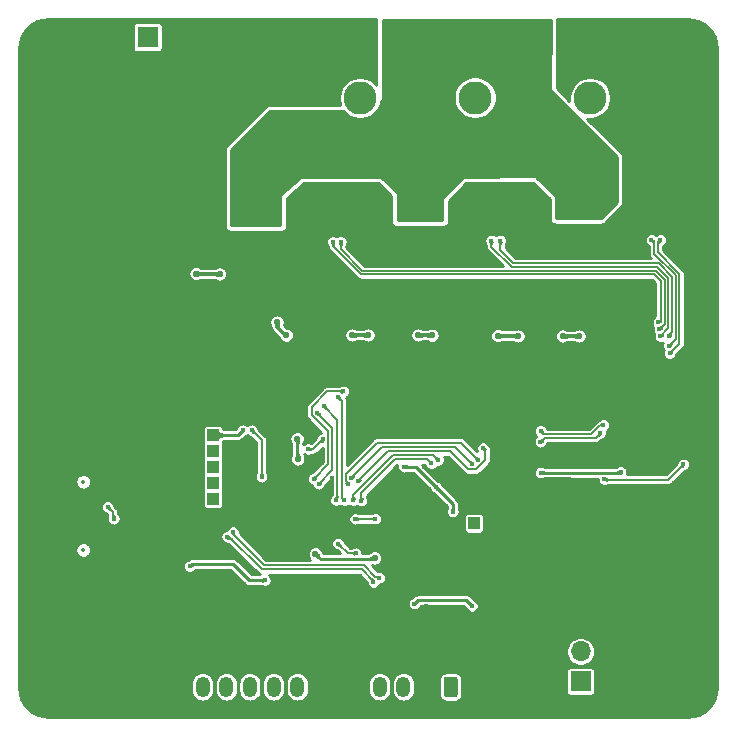
<source format=gbr>
%TF.GenerationSoftware,KiCad,Pcbnew,(5.1.6)-1*%
%TF.CreationDate,2022-01-16T14:30:20+08:00*%
%TF.ProjectId,simple_bldc,73696d70-6c65-45f6-926c-64632e6b6963,1*%
%TF.SameCoordinates,PX6979f40PYa1135a0*%
%TF.FileFunction,Copper,L2,Bot*%
%TF.FilePolarity,Positive*%
%FSLAX46Y46*%
G04 Gerber Fmt 4.6, Leading zero omitted, Abs format (unit mm)*
G04 Created by KiCad (PCBNEW (5.1.6)-1) date 2022-01-16 14:30:20*
%MOMM*%
%LPD*%
G01*
G04 APERTURE LIST*
%TA.AperFunction,ComponentPad*%
%ADD10O,1.200000X1.750000*%
%TD*%
%TA.AperFunction,ComponentPad*%
%ADD11O,1.700000X1.700000*%
%TD*%
%TA.AperFunction,ComponentPad*%
%ADD12R,1.700000X1.700000*%
%TD*%
%TA.AperFunction,ComponentPad*%
%ADD13R,1.000000X1.000000*%
%TD*%
%TA.AperFunction,ComponentPad*%
%ADD14C,0.800000*%
%TD*%
%TA.AperFunction,ComponentPad*%
%ADD15C,6.400000*%
%TD*%
%TA.AperFunction,ComponentPad*%
%ADD16C,2.800000*%
%TD*%
%TA.AperFunction,ComponentPad*%
%ADD17O,2.000000X0.900000*%
%TD*%
%TA.AperFunction,ComponentPad*%
%ADD18O,1.700000X0.900000*%
%TD*%
%TA.AperFunction,ComponentPad*%
%ADD19C,1.800000*%
%TD*%
%TA.AperFunction,ComponentPad*%
%ADD20R,1.800000X1.800000*%
%TD*%
%TA.AperFunction,ViaPad*%
%ADD21C,0.600000*%
%TD*%
%TA.AperFunction,ViaPad*%
%ADD22C,0.400000*%
%TD*%
%TA.AperFunction,ViaPad*%
%ADD23C,0.550000*%
%TD*%
%TA.AperFunction,Conductor*%
%ADD24C,0.254000*%
%TD*%
%TA.AperFunction,Conductor*%
%ADD25C,0.200000*%
%TD*%
%TA.AperFunction,Conductor*%
%ADD26C,0.300000*%
%TD*%
%TA.AperFunction,Conductor*%
%ADD27C,0.150000*%
%TD*%
%TA.AperFunction,Conductor*%
%ADD28C,0.177800*%
%TD*%
%TA.AperFunction,Conductor*%
%ADD29C,0.025400*%
%TD*%
%ADD30C,0.350000*%
%ADD31C,0.200000*%
%ADD32C,0.300000*%
%ADD33O,1.700000X0.600000*%
%ADD34O,1.400000X0.600000*%
G04 APERTURE END LIST*
D10*
%TO.P,J6,4*%
%TO.N,VCC*%
X31000000Y3000000D03*
%TO.P,J6,3*%
%TO.N,SWCLK*%
X33000000Y3000000D03*
%TO.P,J6,2*%
%TO.N,GND*%
X35000000Y3000000D03*
%TO.P,J6,1*%
%TO.N,SWDIO*%
%TA.AperFunction,ComponentPad*%
G36*
G01*
X37600000Y3625001D02*
X37600000Y2374999D01*
G75*
G02*
X37350001Y2125000I-249999J0D01*
G01*
X36649999Y2125000D01*
G75*
G02*
X36400000Y2374999I0J249999D01*
G01*
X36400000Y3625001D01*
G75*
G02*
X36649999Y3875000I249999J0D01*
G01*
X37350001Y3875000D01*
G75*
G02*
X37600000Y3625001I0J-249999D01*
G01*
G37*
%TD.AperFunction*%
%TD*%
D11*
%TO.P,J3,2*%
%TO.N,/CAN bus transceiver/CANH*%
X48000000Y6000000D03*
D12*
%TO.P,J3,1*%
%TO.N,/CAN bus transceiver/CANL*%
X48000000Y3460000D03*
%TD*%
D13*
%TO.P,TP7,1*%
%TO.N,GND*%
X16882600Y25679400D03*
%TD*%
D14*
%TO.P,H4,1*%
%TO.N,GND*%
X56697056Y6697056D03*
X55000000Y7400000D03*
X53302944Y6697056D03*
X52600000Y5000000D03*
X53302944Y3302944D03*
X55000000Y2600000D03*
X56697056Y3302944D03*
X57400000Y5000000D03*
D15*
X55000000Y5000000D03*
%TD*%
D14*
%TO.P,H3,1*%
%TO.N,GND*%
X56697056Y56697056D03*
X55000000Y57400000D03*
X53302944Y56697056D03*
X52600000Y55000000D03*
X53302944Y53302944D03*
X55000000Y52600000D03*
X56697056Y53302944D03*
X57400000Y55000000D03*
D15*
X55000000Y55000000D03*
%TD*%
D14*
%TO.P,H2,1*%
%TO.N,GND*%
X6697056Y6697056D03*
X5000000Y7400000D03*
X3302944Y6697056D03*
X2600000Y5000000D03*
X3302944Y3302944D03*
X5000000Y2600000D03*
X6697056Y3302944D03*
X7400000Y5000000D03*
D15*
X5000000Y5000000D03*
%TD*%
D14*
%TO.P,H1,1*%
%TO.N,GND*%
X6697056Y56697056D03*
X5000000Y57400000D03*
X3302944Y56697056D03*
X2600000Y55000000D03*
X3302944Y53302944D03*
X5000000Y52600000D03*
X6697056Y53302944D03*
X7400000Y55000000D03*
D15*
X5000000Y55000000D03*
%TD*%
%TO.P,C59,1*%
%TO.N,GND*%
%TA.AperFunction,SMDPad,CuDef*%
G36*
G01*
X38538401Y43202800D02*
X37238399Y43202800D01*
G75*
G02*
X36988400Y43452799I0J249999D01*
G01*
X36988400Y44102801D01*
G75*
G02*
X37238399Y44352800I249999J0D01*
G01*
X38538401Y44352800D01*
G75*
G02*
X38788400Y44102801I0J-249999D01*
G01*
X38788400Y43452799D01*
G75*
G02*
X38538401Y43202800I-249999J0D01*
G01*
G37*
%TD.AperFunction*%
%TO.P,C59,2*%
%TO.N,V_SUPPLY*%
%TA.AperFunction,SMDPad,CuDef*%
G36*
G01*
X38538401Y46152800D02*
X37238399Y46152800D01*
G75*
G02*
X36988400Y46402799I0J249999D01*
G01*
X36988400Y47052801D01*
G75*
G02*
X37238399Y47302800I249999J0D01*
G01*
X38538401Y47302800D01*
G75*
G02*
X38788400Y47052801I0J-249999D01*
G01*
X38788400Y46402799D01*
G75*
G02*
X38538401Y46152800I-249999J0D01*
G01*
G37*
%TD.AperFunction*%
%TD*%
%TO.P,C58,1*%
%TO.N,GND*%
%TA.AperFunction,SMDPad,CuDef*%
G36*
G01*
X27243867Y43202800D02*
X25943865Y43202800D01*
G75*
G02*
X25693866Y43452799I0J249999D01*
G01*
X25693866Y44102801D01*
G75*
G02*
X25943865Y44352800I249999J0D01*
G01*
X27243867Y44352800D01*
G75*
G02*
X27493866Y44102801I0J-249999D01*
G01*
X27493866Y43452799D01*
G75*
G02*
X27243867Y43202800I-249999J0D01*
G01*
G37*
%TD.AperFunction*%
%TO.P,C58,2*%
%TO.N,V_SUPPLY*%
%TA.AperFunction,SMDPad,CuDef*%
G36*
G01*
X27243867Y46152800D02*
X25943865Y46152800D01*
G75*
G02*
X25693866Y46402799I0J249999D01*
G01*
X25693866Y47052801D01*
G75*
G02*
X25943865Y47302800I249999J0D01*
G01*
X27243867Y47302800D01*
G75*
G02*
X27493866Y47052801I0J-249999D01*
G01*
X27493866Y46402799D01*
G75*
G02*
X27243867Y46152800I-249999J0D01*
G01*
G37*
%TD.AperFunction*%
%TD*%
%TO.P,C57,1*%
%TO.N,GND*%
%TA.AperFunction,SMDPad,CuDef*%
G36*
G01*
X53146400Y47020401D02*
X53146400Y45720399D01*
G75*
G02*
X52896401Y45470400I-249999J0D01*
G01*
X52246399Y45470400D01*
G75*
G02*
X51996400Y45720399I0J249999D01*
G01*
X51996400Y47020401D01*
G75*
G02*
X52246399Y47270400I249999J0D01*
G01*
X52896401Y47270400D01*
G75*
G02*
X53146400Y47020401I0J-249999D01*
G01*
G37*
%TD.AperFunction*%
%TO.P,C57,2*%
%TO.N,V_SUPPLY*%
%TA.AperFunction,SMDPad,CuDef*%
G36*
G01*
X50196400Y47020401D02*
X50196400Y45720399D01*
G75*
G02*
X49946401Y45470400I-249999J0D01*
G01*
X49296399Y45470400D01*
G75*
G02*
X49046400Y45720399I0J249999D01*
G01*
X49046400Y47020401D01*
G75*
G02*
X49296399Y47270400I249999J0D01*
G01*
X49946401Y47270400D01*
G75*
G02*
X50196400Y47020401I0J-249999D01*
G01*
G37*
%TD.AperFunction*%
%TD*%
%TO.P,C56,1*%
%TO.N,GND*%
%TA.AperFunction,SMDPad,CuDef*%
G36*
G01*
X16178800Y43485199D02*
X16178800Y44785201D01*
G75*
G02*
X16428799Y45035200I249999J0D01*
G01*
X17078801Y45035200D01*
G75*
G02*
X17328800Y44785201I0J-249999D01*
G01*
X17328800Y43485199D01*
G75*
G02*
X17078801Y43235200I-249999J0D01*
G01*
X16428799Y43235200D01*
G75*
G02*
X16178800Y43485199I0J249999D01*
G01*
G37*
%TD.AperFunction*%
%TO.P,C56,2*%
%TO.N,V_SUPPLY*%
%TA.AperFunction,SMDPad,CuDef*%
G36*
G01*
X19128800Y43485199D02*
X19128800Y44785201D01*
G75*
G02*
X19378799Y45035200I249999J0D01*
G01*
X20028801Y45035200D01*
G75*
G02*
X20278800Y44785201I0J-249999D01*
G01*
X20278800Y43485199D01*
G75*
G02*
X20028801Y43235200I-249999J0D01*
G01*
X19378799Y43235200D01*
G75*
G02*
X19128800Y43485199I0J249999D01*
G01*
G37*
%TD.AperFunction*%
%TD*%
%TO.P,C55,1*%
%TO.N,GND*%
%TA.AperFunction,SMDPad,CuDef*%
G36*
G01*
X31578799Y43202800D02*
X30278797Y43202800D01*
G75*
G02*
X30028798Y43452799I0J249999D01*
G01*
X30028798Y44102801D01*
G75*
G02*
X30278797Y44352800I249999J0D01*
G01*
X31578799Y44352800D01*
G75*
G02*
X31828798Y44102801I0J-249999D01*
G01*
X31828798Y43452799D01*
G75*
G02*
X31578799Y43202800I-249999J0D01*
G01*
G37*
%TD.AperFunction*%
%TO.P,C55,2*%
%TO.N,V_SUPPLY*%
%TA.AperFunction,SMDPad,CuDef*%
G36*
G01*
X31578799Y46152800D02*
X30278797Y46152800D01*
G75*
G02*
X30028798Y46402799I0J249999D01*
G01*
X30028798Y47052801D01*
G75*
G02*
X30278797Y47302800I249999J0D01*
G01*
X31578799Y47302800D01*
G75*
G02*
X31828798Y47052801I0J-249999D01*
G01*
X31828798Y46402799D01*
G75*
G02*
X31578799Y46152800I-249999J0D01*
G01*
G37*
%TD.AperFunction*%
%TD*%
%TO.P,C54,1*%
%TO.N,GND*%
%TA.AperFunction,SMDPad,CuDef*%
G36*
G01*
X25076401Y43202800D02*
X23776399Y43202800D01*
G75*
G02*
X23526400Y43452799I0J249999D01*
G01*
X23526400Y44102801D01*
G75*
G02*
X23776399Y44352800I249999J0D01*
G01*
X25076401Y44352800D01*
G75*
G02*
X25326400Y44102801I0J-249999D01*
G01*
X25326400Y43452799D01*
G75*
G02*
X25076401Y43202800I-249999J0D01*
G01*
G37*
%TD.AperFunction*%
%TO.P,C54,2*%
%TO.N,V_SUPPLY*%
%TA.AperFunction,SMDPad,CuDef*%
G36*
G01*
X25076401Y46152800D02*
X23776399Y46152800D01*
G75*
G02*
X23526400Y46402799I0J249999D01*
G01*
X23526400Y47052801D01*
G75*
G02*
X23776399Y47302800I249999J0D01*
G01*
X25076401Y47302800D01*
G75*
G02*
X25326400Y47052801I0J-249999D01*
G01*
X25326400Y46402799D01*
G75*
G02*
X25076401Y46152800I-249999J0D01*
G01*
G37*
%TD.AperFunction*%
%TD*%
%TO.P,C53,1*%
%TO.N,GND*%
%TA.AperFunction,SMDPad,CuDef*%
G36*
G01*
X53146400Y44785201D02*
X53146400Y43485199D01*
G75*
G02*
X52896401Y43235200I-249999J0D01*
G01*
X52246399Y43235200D01*
G75*
G02*
X51996400Y43485199I0J249999D01*
G01*
X51996400Y44785201D01*
G75*
G02*
X52246399Y45035200I249999J0D01*
G01*
X52896401Y45035200D01*
G75*
G02*
X53146400Y44785201I0J-249999D01*
G01*
G37*
%TD.AperFunction*%
%TO.P,C53,2*%
%TO.N,V_SUPPLY*%
%TA.AperFunction,SMDPad,CuDef*%
G36*
G01*
X50196400Y44785201D02*
X50196400Y43485199D01*
G75*
G02*
X49946401Y43235200I-249999J0D01*
G01*
X49296399Y43235200D01*
G75*
G02*
X49046400Y43485199I0J249999D01*
G01*
X49046400Y44785201D01*
G75*
G02*
X49296399Y45035200I249999J0D01*
G01*
X49946401Y45035200D01*
G75*
G02*
X50196400Y44785201I0J-249999D01*
G01*
G37*
%TD.AperFunction*%
%TD*%
%TO.P,C52,1*%
%TO.N,GND*%
%TA.AperFunction,SMDPad,CuDef*%
G36*
G01*
X42873333Y43202800D02*
X41573331Y43202800D01*
G75*
G02*
X41323332Y43452799I0J249999D01*
G01*
X41323332Y44102801D01*
G75*
G02*
X41573331Y44352800I249999J0D01*
G01*
X42873333Y44352800D01*
G75*
G02*
X43123332Y44102801I0J-249999D01*
G01*
X43123332Y43452799D01*
G75*
G02*
X42873333Y43202800I-249999J0D01*
G01*
G37*
%TD.AperFunction*%
%TO.P,C52,2*%
%TO.N,V_SUPPLY*%
%TA.AperFunction,SMDPad,CuDef*%
G36*
G01*
X42873333Y46152800D02*
X41573331Y46152800D01*
G75*
G02*
X41323332Y46402799I0J249999D01*
G01*
X41323332Y47052801D01*
G75*
G02*
X41573331Y47302800I249999J0D01*
G01*
X42873333Y47302800D01*
G75*
G02*
X43123332Y47052801I0J-249999D01*
G01*
X43123332Y46402799D01*
G75*
G02*
X42873333Y46152800I-249999J0D01*
G01*
G37*
%TD.AperFunction*%
%TD*%
%TO.P,C51,1*%
%TO.N,GND*%
%TA.AperFunction,SMDPad,CuDef*%
G36*
G01*
X29411333Y43202800D02*
X28111331Y43202800D01*
G75*
G02*
X27861332Y43452799I0J249999D01*
G01*
X27861332Y44102801D01*
G75*
G02*
X28111331Y44352800I249999J0D01*
G01*
X29411333Y44352800D01*
G75*
G02*
X29661332Y44102801I0J-249999D01*
G01*
X29661332Y43452799D01*
G75*
G02*
X29411333Y43202800I-249999J0D01*
G01*
G37*
%TD.AperFunction*%
%TO.P,C51,2*%
%TO.N,V_SUPPLY*%
%TA.AperFunction,SMDPad,CuDef*%
G36*
G01*
X29411333Y46152800D02*
X28111331Y46152800D01*
G75*
G02*
X27861332Y46402799I0J249999D01*
G01*
X27861332Y47052801D01*
G75*
G02*
X28111331Y47302800I249999J0D01*
G01*
X29411333Y47302800D01*
G75*
G02*
X29661332Y47052801I0J-249999D01*
G01*
X29661332Y46402799D01*
G75*
G02*
X29411333Y46152800I-249999J0D01*
G01*
G37*
%TD.AperFunction*%
%TD*%
%TO.P,C50,1*%
%TO.N,GND*%
%TA.AperFunction,SMDPad,CuDef*%
G36*
G01*
X16178800Y45720399D02*
X16178800Y47020401D01*
G75*
G02*
X16428799Y47270400I249999J0D01*
G01*
X17078801Y47270400D01*
G75*
G02*
X17328800Y47020401I0J-249999D01*
G01*
X17328800Y45720399D01*
G75*
G02*
X17078801Y45470400I-249999J0D01*
G01*
X16428799Y45470400D01*
G75*
G02*
X16178800Y45720399I0J249999D01*
G01*
G37*
%TD.AperFunction*%
%TO.P,C50,2*%
%TO.N,V_SUPPLY*%
%TA.AperFunction,SMDPad,CuDef*%
G36*
G01*
X19128800Y45720399D02*
X19128800Y47020401D01*
G75*
G02*
X19378799Y47270400I249999J0D01*
G01*
X20028801Y47270400D01*
G75*
G02*
X20278800Y47020401I0J-249999D01*
G01*
X20278800Y45720399D01*
G75*
G02*
X20028801Y45470400I-249999J0D01*
G01*
X19378799Y45470400D01*
G75*
G02*
X19128800Y45720399I0J249999D01*
G01*
G37*
%TD.AperFunction*%
%TD*%
%TO.P,C49,1*%
%TO.N,GND*%
%TA.AperFunction,SMDPad,CuDef*%
G36*
G01*
X40705867Y43202800D02*
X39405865Y43202800D01*
G75*
G02*
X39155866Y43452799I0J249999D01*
G01*
X39155866Y44102801D01*
G75*
G02*
X39405865Y44352800I249999J0D01*
G01*
X40705867Y44352800D01*
G75*
G02*
X40955866Y44102801I0J-249999D01*
G01*
X40955866Y43452799D01*
G75*
G02*
X40705867Y43202800I-249999J0D01*
G01*
G37*
%TD.AperFunction*%
%TO.P,C49,2*%
%TO.N,V_SUPPLY*%
%TA.AperFunction,SMDPad,CuDef*%
G36*
G01*
X40705867Y46152800D02*
X39405865Y46152800D01*
G75*
G02*
X39155866Y46402799I0J249999D01*
G01*
X39155866Y47052801D01*
G75*
G02*
X39405865Y47302800I249999J0D01*
G01*
X40705867Y47302800D01*
G75*
G02*
X40955866Y47052801I0J-249999D01*
G01*
X40955866Y46402799D01*
G75*
G02*
X40705867Y46152800I-249999J0D01*
G01*
G37*
%TD.AperFunction*%
%TD*%
%TO.P,C2,1*%
%TO.N,GND*%
%TA.AperFunction,SMDPad,CuDef*%
G36*
G01*
X45040799Y43202800D02*
X43740797Y43202800D01*
G75*
G02*
X43490798Y43452799I0J249999D01*
G01*
X43490798Y44102801D01*
G75*
G02*
X43740797Y44352800I249999J0D01*
G01*
X45040799Y44352800D01*
G75*
G02*
X45290798Y44102801I0J-249999D01*
G01*
X45290798Y43452799D01*
G75*
G02*
X45040799Y43202800I-249999J0D01*
G01*
G37*
%TD.AperFunction*%
%TO.P,C2,2*%
%TO.N,V_SUPPLY*%
%TA.AperFunction,SMDPad,CuDef*%
G36*
G01*
X45040799Y46152800D02*
X43740797Y46152800D01*
G75*
G02*
X43490798Y46402799I0J249999D01*
G01*
X43490798Y47052801D01*
G75*
G02*
X43740797Y47302800I249999J0D01*
G01*
X45040799Y47302800D01*
G75*
G02*
X45290798Y47052801I0J-249999D01*
G01*
X45290798Y46402799D01*
G75*
G02*
X45040799Y46152800I-249999J0D01*
G01*
G37*
%TD.AperFunction*%
%TD*%
D16*
%TO.P,POS1,1*%
%TO.N,V_SUPPLY*%
X34036000Y57861200D03*
%TD*%
%TO.P,NEG1,1*%
%TO.N,GND*%
X23215600Y57962800D03*
%TD*%
D13*
%TO.P,TP6,1*%
%TO.N,Net-(R12-Pad2)*%
X38980600Y16855600D03*
%TD*%
%TO.P,TP5,1*%
%TO.N,/MCU/MISO_ADC_EXT2*%
X16882600Y20259200D03*
%TD*%
%TO.P,TP4,1*%
%TO.N,/MCU/TX_SCL_MOSI*%
X16882600Y18913000D03*
%TD*%
%TO.P,TP3,1*%
%TO.N,/MCU/RX_SDA_NSS*%
X16882600Y22977000D03*
%TD*%
%TO.P,TP2,1*%
%TO.N,/MCU/SCK_ADC_EXT*%
X16882600Y21630800D03*
%TD*%
%TO.P,TP1,1*%
%TO.N,VCC*%
X16882600Y24323200D03*
%TD*%
D16*
%TO.P,P4,1*%
%TO.N,/Mosfet driver/H3_VS*%
X48818800Y52882800D03*
%TD*%
%TO.P,P3,1*%
%TO.N,/Mosfet driver/H2_VS*%
X39065200Y52882800D03*
%TD*%
%TO.P,P2,1*%
%TO.N,/Mosfet driver/H1_VS*%
X29311600Y52882800D03*
%TD*%
D17*
%TO.P,J2,S1*%
%TO.N,GND*%
X6375000Y21807900D03*
X6375000Y13167900D03*
D18*
X2205000Y21807900D03*
X2205000Y13167900D03*
%TD*%
D10*
%TO.P,P1,6*%
%TO.N,VCC*%
X16000000Y3000000D03*
%TO.P,P1,5*%
%TO.N,/Filters/TEMP_IN*%
X18000000Y3000000D03*
%TO.P,P1,4*%
%TO.N,/Filters/HALL1_IN*%
X20000000Y3000000D03*
%TO.P,P1,3*%
%TO.N,/Filters/HALL2_IN*%
X22000000Y3000000D03*
%TO.P,P1,2*%
%TO.N,/Filters/HALL3_IN*%
X24000000Y3000000D03*
%TO.P,P1,1*%
%TO.N,GND*%
%TA.AperFunction,ComponentPad*%
G36*
G01*
X26600000Y3625001D02*
X26600000Y2374999D01*
G75*
G02*
X26350001Y2125000I-249999J0D01*
G01*
X25649999Y2125000D01*
G75*
G02*
X25400000Y2374999I0J249999D01*
G01*
X25400000Y3625001D01*
G75*
G02*
X25649999Y3875000I249999J0D01*
G01*
X26350001Y3875000D01*
G75*
G02*
X26600000Y3625001I0J-249999D01*
G01*
G37*
%TD.AperFunction*%
%TD*%
D19*
%TO.P,C32,2*%
%TO.N,GND*%
X48338200Y58056100D03*
D20*
%TO.P,C32,1*%
%TO.N,V_SUPPLY*%
X43338200Y58056100D03*
%TD*%
%TO.P,C28,1*%
%TO.N,V_SUPPLY*%
X11338200Y58006100D03*
D19*
%TO.P,C28,2*%
%TO.N,GND*%
X16338200Y58006100D03*
%TD*%
D21*
%TO.N,GND*%
X25694200Y42062400D03*
X25694200Y40436800D03*
X25694200Y39631200D03*
X25694200Y41249600D03*
X39094200Y41962400D03*
X39094200Y40336800D03*
X39094200Y39531200D03*
X39094200Y41149600D03*
X52694200Y42062400D03*
X52694200Y40436800D03*
X52694200Y39631200D03*
X52694200Y41249600D03*
D22*
X10845800Y16687800D03*
X8001000Y32969200D03*
X8712200Y32994600D03*
X43070000Y10962800D03*
X34942000Y8880000D03*
X34891200Y9845200D03*
D23*
X14215600Y8778400D03*
X19600400Y16195200D03*
D22*
X35763200Y27178000D03*
X37820600Y19786600D03*
X41683000Y15907400D03*
X43688000Y25552400D03*
X25298400Y24942800D03*
X28448000Y27076400D03*
X28676600Y24688800D03*
X49098200Y29311600D03*
X36652200Y29337000D03*
X24231600Y29337000D03*
X46736000Y31343600D03*
X34264600Y31445200D03*
X21945600Y31394400D03*
X14427200Y37261800D03*
X15049500Y37274500D03*
X57111900Y19075400D03*
X57099200Y26377900D03*
X7797800Y26441400D03*
X7797800Y27482800D03*
X7797800Y26974800D03*
X12090400Y39065200D03*
X12115800Y39801800D03*
X12852400Y38963600D03*
X12852400Y39827200D03*
X7975600Y48590200D03*
X7162800Y48590200D03*
X6299200Y48564800D03*
X6299200Y49377600D03*
X7035800Y49352200D03*
X7924800Y49326800D03*
X56235600Y22733000D03*
X48945800Y22758400D03*
X11506200Y47574200D03*
X13411200Y47574200D03*
X11557000Y48768000D03*
X13385800Y48666400D03*
X13258800Y42240200D03*
X13233400Y46050200D03*
X13233400Y44805600D03*
X13233400Y43510200D03*
X7594600Y42519600D03*
X8331200Y42443400D03*
X7975600Y43103800D03*
X6756400Y37515800D03*
X7239000Y37236400D03*
X7213600Y37744400D03*
X2000000Y36000000D03*
X2000000Y35000000D03*
X3500000Y36779200D03*
X2000000Y34000000D03*
X3500000Y37668200D03*
D21*
X51127400Y42069600D03*
X51127400Y41307600D03*
X51127400Y39631200D03*
X51127400Y40444000D03*
X51894200Y42062400D03*
X51894200Y40436800D03*
X51894200Y39631200D03*
X38356000Y41104400D03*
X37589200Y41968000D03*
X37589200Y41206000D03*
X37589200Y39529600D03*
X37589200Y40342400D03*
X38356000Y41917200D03*
X38356000Y40291600D03*
X38356000Y39529600D03*
X49329600Y39921600D03*
X49329600Y40683600D03*
X47043600Y39921600D03*
X48567600Y39921600D03*
X47805600Y39921600D03*
X46329600Y40683600D03*
X47040800Y40683600D03*
X47802800Y40683600D03*
X46332400Y39921600D03*
X48564800Y40683600D03*
X35816800Y39820000D03*
X35816800Y40582000D03*
X33530800Y39820000D03*
X35054800Y39820000D03*
X34292800Y39820000D03*
X32816800Y40582000D03*
X33528000Y40582000D03*
X34290000Y40582000D03*
X32819600Y39820000D03*
X35052000Y40582000D03*
X21844000Y40088400D03*
X21082000Y40088400D03*
X20320000Y40088400D03*
X19555200Y40088400D03*
X19555200Y40850400D03*
X20317200Y40850400D03*
X21079200Y40850400D03*
X21841200Y40850400D03*
X22552400Y40850400D03*
X22555200Y40088400D03*
X24127200Y40444000D03*
X24894000Y42018800D03*
X24894000Y41206000D03*
X24894000Y40393200D03*
X24894000Y39631200D03*
X24127200Y39631200D03*
X24127200Y41307600D03*
X24127200Y42069600D03*
D22*
X44754800Y19989800D03*
X44678600Y19304000D03*
X15074900Y36741100D03*
X14427200Y36779200D03*
X33248600Y19380200D03*
X34772600Y21640800D03*
D23*
X19905200Y21224400D03*
X24299400Y19497200D03*
D22*
X26947935Y20648735D03*
X59000000Y31874400D03*
X58500000Y16374400D03*
X58500000Y15000000D03*
X58500000Y13500000D03*
X58500000Y12000000D03*
X58500000Y10500000D03*
X9500000Y10500000D03*
X11000000Y10500000D03*
X12500000Y10500000D03*
X12500000Y9000000D03*
X11000000Y9000000D03*
X9500000Y9000000D03*
X22000000Y9000000D03*
X20500000Y9000000D03*
X13000000Y24374400D03*
X11500000Y24374400D03*
X10000000Y24374400D03*
X8500000Y24374400D03*
X14500000Y24374400D03*
X58000000Y31874400D03*
D21*
X51894200Y41249600D03*
D22*
X33000000Y31374400D03*
X32000000Y31374400D03*
X21000000Y31374400D03*
X21000000Y32400000D03*
X46000000Y31374400D03*
X45000000Y31374400D03*
X44000000Y31374400D03*
X34000000Y28374400D03*
X33000000Y28374400D03*
X32000000Y28374400D03*
X32000000Y27374400D03*
X33000000Y27374400D03*
X34000000Y27374400D03*
X23000000Y27374400D03*
X22000000Y27374400D03*
X21000000Y27374400D03*
X21000000Y28374400D03*
X22000000Y28374400D03*
X23000000Y28374400D03*
X43000000Y12000000D03*
X42000000Y12000000D03*
X41000000Y12000000D03*
X8001000Y33528000D03*
X8712200Y33528000D03*
X17343200Y9088200D03*
X21996400Y10007600D03*
X18000000Y29000000D03*
X18000000Y33000000D03*
X17000000Y34000000D03*
X17000000Y33000000D03*
X16000000Y33000000D03*
X16000000Y32000000D03*
X16000000Y31000000D03*
X16000000Y30000000D03*
X16000000Y29000000D03*
X17000000Y29000000D03*
X12014200Y29718000D03*
X12700000Y29692600D03*
X10617200Y30226000D03*
%TO.N,VCC*%
X33926000Y10048400D03*
X38802800Y9845200D03*
X14901400Y13198000D03*
X37177200Y17846200D03*
X33045400Y21640800D03*
X35770513Y19895513D03*
X51384200Y21209000D03*
X44619400Y21148200D03*
D23*
X24045400Y22291200D03*
X24002500Y24026300D03*
D22*
X21259800Y12014200D03*
D23*
X30560500Y13921900D03*
X25544000Y14264800D03*
D22*
X19396400Y24730400D03*
D21*
%TO.N,V_SUPPLY*%
X48800000Y44674400D03*
X49800000Y44674400D03*
X47800000Y44674400D03*
X46800000Y44674400D03*
X35000000Y44474400D03*
X36000000Y44474400D03*
X34000000Y44474400D03*
X33000000Y44474400D03*
X20397200Y43994400D03*
X21397200Y43994400D03*
X22397200Y43994400D03*
X19397200Y43994400D03*
X34000000Y43574400D03*
X34000000Y42774400D03*
X36000000Y43574400D03*
X33000000Y43574400D03*
X33000000Y42774400D03*
X35000000Y42774400D03*
X35000000Y43574400D03*
X20400000Y43174400D03*
X20400000Y42374400D03*
X22400000Y43174400D03*
X19400000Y43174400D03*
X19400000Y42374400D03*
X21400000Y42374400D03*
X21400000Y43174400D03*
X22400000Y42374400D03*
X36000000Y42774400D03*
X48800000Y43774400D03*
X47800000Y43774400D03*
X47800000Y42974400D03*
X46800000Y42974400D03*
X46800000Y43774400D03*
X49800000Y42974400D03*
X48800000Y42974400D03*
X49800000Y43774400D03*
D22*
%TO.N,/MCU/AN_IN*%
X26162000Y23952200D03*
X24917400Y23139420D03*
%TO.N,/MCU/SENS1*%
X25704800Y26212800D03*
X25823402Y20183000D03*
%TO.N,/MCU/SENS2*%
X27914600Y28016200D03*
X25390390Y20628480D03*
%TO.N,/MCU/BR_SO2*%
X38837400Y21868600D03*
X28575002Y20701000D03*
%TO.N,/MCU/BR_SO1*%
X29133800Y20421600D03*
X39741800Y23231800D03*
%TO.N,/MCU/L3*%
X30632400Y17221200D03*
X28905200Y17221200D03*
%TO.N,/MCU/L2*%
X35941290Y22205597D03*
X28752800Y18793190D03*
%TO.N,/MCU/L1*%
X27432000Y27533600D03*
X27996389Y18793190D03*
%TO.N,/MCU/H2*%
X35365127Y21924165D03*
X29438604Y18770600D03*
%TO.N,/MCU/H1*%
X26238200Y26797000D03*
X27457400Y15138400D03*
X28947956Y14308244D03*
X27286435Y18793190D03*
%TO.N,/MCU/ADC_TEMP*%
X20982400Y20777200D03*
X20143010Y24740410D03*
%TO.N,/MCU/BR_SO3*%
X39307297Y22211503D03*
X28318834Y20188885D03*
D23*
%TO.N,+12V*%
X23088600Y32766000D03*
X34239200Y32791400D03*
X35407600Y32766000D03*
X46482000Y32715200D03*
X42697400Y32715200D03*
X29997400Y32791400D03*
X28652200Y32792400D03*
X40994600Y32741600D03*
X47853600Y32715200D03*
X22301200Y33883600D03*
X15443201Y37998400D03*
X17427830Y37952606D03*
D22*
%TO.N,Net-(J2-PadA7)*%
X8474900Y17237900D03*
X7950200Y18237200D03*
%TO.N,/Mosfet driver/ADC_REF*%
X56692800Y21831300D03*
X50012600Y20574000D03*
%TO.N,SC_P*%
X54000400Y40843200D03*
X55486300Y31858390D03*
%TO.N,SC_N*%
X54762400Y40843200D03*
X55528672Y31233572D03*
%TO.N,SA_N*%
X54673500Y33286700D03*
X27686000Y40690800D03*
X49923700Y25171400D03*
X44612300Y24686000D03*
%TO.N,SA_P*%
X54584600Y33858200D03*
X27025600Y40690800D03*
X49657000Y24485600D03*
X44589500Y23748800D03*
%TO.N,SB_P*%
X54749700Y32677100D03*
X40436800Y40792400D03*
%TO.N,SB_N*%
X55460900Y32727900D03*
X41198800Y40792400D03*
%TO.N,/MCU/USB_DP*%
X18559000Y16119000D03*
X30954200Y12232800D03*
%TO.N,/MCU/USB_DN*%
X30447958Y11878958D03*
X18076400Y15712600D03*
%TD*%
D24*
%TO.N,VCC*%
X44602400Y21132800D02*
X44602400Y21132800D01*
X51308000Y21132800D02*
X51384200Y21209000D01*
X50596800Y21132800D02*
X51308000Y21132800D01*
X44602400Y21132800D02*
X44619400Y21148200D01*
X34025226Y21640800D02*
X33045400Y21640800D01*
X35770513Y19895513D02*
X34025226Y21640800D01*
X44619400Y21148200D02*
X50596800Y21132800D01*
X37177200Y18488826D02*
X35770513Y19895513D01*
X37177200Y17846200D02*
X37177200Y18488826D01*
X24002500Y22334100D02*
X24045400Y22291200D01*
X24002500Y24026300D02*
X24002500Y22334100D01*
X19946000Y12014200D02*
X21259800Y12014200D01*
X18554599Y13405601D02*
X19946000Y12014200D01*
X15109001Y13405601D02*
X18554599Y13405601D01*
X14901400Y13198000D02*
X15109001Y13405601D01*
X25544000Y14264800D02*
X26001200Y13807600D01*
X30446200Y13807600D02*
X30560500Y13921900D01*
X26001200Y13807600D02*
X30446200Y13807600D01*
X38315799Y10332201D02*
X38802800Y9845200D01*
X34209801Y10332201D02*
X38315799Y10332201D01*
X33926000Y10048400D02*
X34209801Y10332201D01*
X16882600Y24323200D02*
X18989200Y24323200D01*
X18989200Y24323200D02*
X19396400Y24730400D01*
D25*
%TO.N,/MCU/AN_IN*%
X25349220Y23139420D02*
X26162000Y23952200D01*
X24917400Y23139420D02*
X25349220Y23139420D01*
%TO.N,/MCU/SENS1*%
X26974800Y21334398D02*
X25823402Y20183000D01*
X26974800Y24942800D02*
X26974800Y21334398D01*
X25704800Y26212800D02*
X26974800Y24942800D01*
%TO.N,/MCU/SENS2*%
X25247600Y26003998D02*
X26624789Y24626809D01*
X26568400Y28016200D02*
X25247600Y26695400D01*
X26624789Y21862879D02*
X25390390Y20628480D01*
X27914600Y28016200D02*
X26568400Y28016200D01*
X26624789Y24626809D02*
X26624789Y21862879D01*
X25247600Y26695400D02*
X25247600Y26003998D01*
%TO.N,/MCU/BR_SO2*%
X28575002Y20701000D02*
X31180023Y23306021D01*
X37399979Y23306021D02*
X38837400Y21868600D01*
X31180023Y23306021D02*
X37399979Y23306021D01*
%TO.N,/MCU/BR_SO1*%
X38506400Y21412200D02*
X39148602Y21412200D01*
X39941799Y23031801D02*
X39741800Y23231800D01*
X29133800Y20421600D02*
X31668211Y22956011D01*
X39148602Y21412200D02*
X39941799Y22205397D01*
X39941799Y22205397D02*
X39941799Y23031801D01*
X31668211Y22956011D02*
X36962589Y22956011D01*
X36962589Y22956011D02*
X38506400Y21412200D01*
%TO.N,/MCU/L3*%
X28905200Y17221200D02*
X30632400Y17221200D01*
%TO.N,/MCU/L2*%
X28752800Y19203032D02*
X28752800Y18793190D01*
X32155768Y22606000D02*
X28752800Y19203032D01*
X35540887Y22606000D02*
X32155768Y22606000D01*
X35941290Y22205597D02*
X35540887Y22606000D01*
%TO.N,/MCU/L1*%
X27757991Y27207609D02*
X27757991Y19031588D01*
X27757991Y19031588D02*
X27996389Y18793190D01*
X27432000Y27533600D02*
X27757991Y27207609D01*
%TO.N,/MCU/H2*%
X32314390Y22255990D02*
X29438604Y19380204D01*
X35365127Y21924165D02*
X35033302Y22255990D01*
X29438604Y19380204D02*
X29438604Y18770600D01*
X35033302Y22255990D02*
X32314390Y22255990D01*
%TO.N,/MCU/H1*%
X28287556Y14308244D02*
X28947956Y14308244D01*
X27457400Y15138400D02*
X28287556Y14308244D01*
X27407982Y25627218D02*
X27407982Y18914737D01*
X26238200Y26797000D02*
X27407982Y25627218D01*
X27407982Y18914737D02*
X27286435Y18793190D01*
%TO.N,/MCU/ADC_TEMP*%
X20982400Y20777200D02*
X20982400Y23901020D01*
X20982400Y23901020D02*
X20143010Y24740410D01*
%TO.N,/MCU/BR_SO3*%
X28318834Y20188885D02*
X28118835Y20388884D01*
X28118835Y21032235D02*
X30759400Y23672800D01*
X30759400Y23672800D02*
X37846000Y23672800D01*
X28118835Y20388884D02*
X28118835Y21032235D01*
X37846000Y23672800D02*
X39307297Y22211503D01*
D24*
%TO.N,+12V*%
X29996400Y32792400D02*
X29997400Y32791400D01*
D26*
X28652200Y32792400D02*
X29996400Y32792400D01*
D24*
X35331400Y32791400D02*
X35356800Y32766000D01*
D26*
X34239200Y32791400D02*
X35331400Y32791400D01*
D24*
X42671000Y32741600D02*
X42697400Y32715200D01*
D26*
X40994600Y32741600D02*
X42671000Y32741600D01*
X46482000Y32715200D02*
X47853600Y32715200D01*
X22301200Y33477200D02*
X23037800Y32740600D01*
X22301200Y33883600D02*
X22301200Y33477200D01*
X15443200Y37973000D02*
X17399000Y37973000D01*
D25*
%TO.N,Net-(J2-PadA7)*%
X8382000Y17805400D02*
X8382000Y17330800D01*
X8382000Y17330800D02*
X8474900Y17237900D01*
X7950200Y18237200D02*
X8382000Y17805400D01*
%TO.N,/Mosfet driver/ADC_REF*%
X55422800Y20548600D02*
X50012600Y20548600D01*
X56692800Y21818600D02*
X55422800Y20548600D01*
X56692800Y21831300D02*
X56692800Y21818600D01*
D27*
%TO.N,SC_P*%
X56057800Y32473900D02*
X55448200Y31864300D01*
X56057800Y37833300D02*
X56057800Y32473900D01*
X54216300Y39674800D02*
X56057800Y37833300D01*
X54216300Y40627300D02*
X54216300Y39674800D01*
X54000400Y40843200D02*
X54216300Y40627300D01*
%TO.N,SC_N*%
X56362600Y32067500D02*
X55528672Y31233572D01*
X56362600Y37998400D02*
X56362600Y32067500D01*
X54559200Y39801800D02*
X56362600Y37998400D01*
X54559200Y40640000D02*
X54559200Y39801800D01*
X54762400Y40843200D02*
X54559200Y40640000D01*
%TO.N,SA_N*%
X55105300Y33718500D02*
X54673500Y33286700D01*
X55105300Y37477700D02*
X55105300Y33718500D01*
X54368700Y38214300D02*
X55105300Y37477700D01*
X29527500Y38214300D02*
X54368700Y38214300D01*
X27686000Y40055800D02*
X29527500Y38214300D01*
X27686000Y40690800D02*
X27686000Y40055800D01*
X44612300Y24686000D02*
X44893690Y24404610D01*
X44893690Y24404610D02*
X48915610Y24404610D01*
X49682400Y25171400D02*
X49923700Y25171400D01*
X48915610Y24404610D02*
X49682400Y25171400D01*
%TO.N,SA_P*%
X54784599Y37341201D02*
X54784599Y34058199D01*
X54211511Y37914289D02*
X54784599Y37341201D01*
X29403232Y37914289D02*
X54211511Y37914289D01*
X54784599Y34058199D02*
X54584600Y33858200D01*
X27025600Y40291921D02*
X29403232Y37914289D01*
X27025600Y40690800D02*
X27025600Y40291921D01*
X44589500Y23748800D02*
X44945300Y24104600D01*
X49276000Y24104600D02*
X49657000Y24485600D01*
X44945300Y24104600D02*
X49276000Y24104600D01*
%TO.N,SB_P*%
X55435500Y33362900D02*
X54711600Y32639000D01*
X55435500Y37604700D02*
X55435500Y33362900D01*
X42171521Y38544500D02*
X54495700Y38544500D01*
X40436800Y40279221D02*
X42171521Y38544500D01*
X54495700Y38544500D02*
X55435500Y37604700D01*
X40436800Y40792400D02*
X40436800Y40279221D01*
%TO.N,SB_N*%
X55757789Y37709033D02*
X55757789Y33075589D01*
X54604822Y38862000D02*
X55757789Y37709033D01*
X55757789Y33075589D02*
X55384700Y32702500D01*
X42303700Y38862000D02*
X54604822Y38862000D01*
X41198800Y39966900D02*
X42303700Y38862000D01*
X41198800Y40792400D02*
X41198800Y39966900D01*
D28*
%TO.N,/MCU/USB_DP*%
X30858041Y12328959D02*
X30954200Y12232800D01*
D25*
X29628646Y13299600D02*
X21168688Y13299600D01*
D28*
X30599287Y12328959D02*
X30858041Y12328959D01*
D25*
X30599287Y12328959D02*
X29628646Y13299600D01*
X18559000Y15909288D02*
X18559000Y16119000D01*
X21168688Y13299600D02*
X18559000Y15909288D01*
%TO.N,/MCU/USB_DN*%
X21029312Y12944000D02*
X18260712Y15712600D01*
X30447958Y11985312D02*
X29489270Y12944000D01*
X29489270Y12944000D02*
X21029312Y12944000D01*
X18260712Y15712600D02*
X18076400Y15712600D01*
X30447958Y11878958D02*
X30447958Y11985312D01*
%TD*%
D24*
%TO.N,V_SUPPLY*%
G36*
X45415205Y53544337D02*
G01*
X45417423Y53519540D01*
X45424437Y53495651D01*
X45435976Y53473591D01*
X45452397Y53453397D01*
X51054255Y47851539D01*
X51072745Y44044981D01*
X49731227Y42697400D01*
X45928429Y42697400D01*
X45948592Y44499379D01*
X45946429Y44524181D01*
X45939469Y44548085D01*
X45927979Y44570172D01*
X45909625Y44592346D01*
X44258625Y46179846D01*
X44239074Y46195260D01*
X44216891Y46206563D01*
X44192930Y46213322D01*
X44170066Y46215299D01*
X38124866Y46189899D01*
X38100100Y46187355D01*
X38076307Y46180027D01*
X38054400Y46168199D01*
X38035264Y46152368D01*
X36333464Y44437868D01*
X36317742Y44418564D01*
X36306087Y44396564D01*
X36298949Y44372713D01*
X36296600Y44348400D01*
X36296600Y42501227D01*
X32527567Y42487176D01*
X32537399Y44703437D01*
X32535068Y44728224D01*
X32527947Y44752080D01*
X32516309Y44774088D01*
X32499994Y44794011D01*
X31128394Y46159261D01*
X31109112Y46175010D01*
X31087128Y46186695D01*
X31063287Y46193867D01*
X31039044Y46196250D01*
X24435044Y46208950D01*
X24410263Y46206557D01*
X24386425Y46199376D01*
X24364446Y46187682D01*
X24352179Y46178401D01*
X22624979Y44698851D01*
X22607750Y44680879D01*
X22594358Y44659891D01*
X22585318Y44636694D01*
X22580600Y44602400D01*
X22580600Y42087800D01*
X18412933Y42087800D01*
X18417116Y48461367D01*
X21684917Y51729705D01*
X27892191Y51718582D01*
X27892476Y51718155D01*
X28146955Y51463676D01*
X28446191Y51263734D01*
X28778684Y51126011D01*
X29131656Y51055800D01*
X29491544Y51055800D01*
X29844516Y51126011D01*
X30177009Y51263734D01*
X30476245Y51463676D01*
X30730724Y51718155D01*
X30930666Y52017391D01*
X31068389Y52349884D01*
X31113672Y52577535D01*
X31231743Y52699764D01*
X31247201Y52719280D01*
X31258556Y52741436D01*
X31265370Y52765382D01*
X31267400Y52788000D01*
X31267400Y53062744D01*
X37238200Y53062744D01*
X37238200Y52702856D01*
X37308411Y52349884D01*
X37446134Y52017391D01*
X37646076Y51718155D01*
X37900555Y51463676D01*
X38199791Y51263734D01*
X38532284Y51126011D01*
X38885256Y51055800D01*
X39245144Y51055800D01*
X39598116Y51126011D01*
X39930609Y51263734D01*
X40229845Y51463676D01*
X40484324Y51718155D01*
X40684266Y52017391D01*
X40821989Y52349884D01*
X40892200Y52702856D01*
X40892200Y53062744D01*
X40821989Y53415716D01*
X40684266Y53748209D01*
X40484324Y54047445D01*
X40229845Y54301924D01*
X39930609Y54501866D01*
X39598116Y54639589D01*
X39245144Y54709800D01*
X38885256Y54709800D01*
X38532284Y54639589D01*
X38199791Y54501866D01*
X37900555Y54301924D01*
X37646076Y54047445D01*
X37446134Y53748209D01*
X37308411Y53415716D01*
X37238200Y53062744D01*
X31267400Y53062744D01*
X31267400Y59498000D01*
X45468501Y59498000D01*
X45415205Y53544337D01*
G37*
X45415205Y53544337D02*
X45417423Y53519540D01*
X45424437Y53495651D01*
X45435976Y53473591D01*
X45452397Y53453397D01*
X51054255Y47851539D01*
X51072745Y44044981D01*
X49731227Y42697400D01*
X45928429Y42697400D01*
X45948592Y44499379D01*
X45946429Y44524181D01*
X45939469Y44548085D01*
X45927979Y44570172D01*
X45909625Y44592346D01*
X44258625Y46179846D01*
X44239074Y46195260D01*
X44216891Y46206563D01*
X44192930Y46213322D01*
X44170066Y46215299D01*
X38124866Y46189899D01*
X38100100Y46187355D01*
X38076307Y46180027D01*
X38054400Y46168199D01*
X38035264Y46152368D01*
X36333464Y44437868D01*
X36317742Y44418564D01*
X36306087Y44396564D01*
X36298949Y44372713D01*
X36296600Y44348400D01*
X36296600Y42501227D01*
X32527567Y42487176D01*
X32537399Y44703437D01*
X32535068Y44728224D01*
X32527947Y44752080D01*
X32516309Y44774088D01*
X32499994Y44794011D01*
X31128394Y46159261D01*
X31109112Y46175010D01*
X31087128Y46186695D01*
X31063287Y46193867D01*
X31039044Y46196250D01*
X24435044Y46208950D01*
X24410263Y46206557D01*
X24386425Y46199376D01*
X24364446Y46187682D01*
X24352179Y46178401D01*
X22624979Y44698851D01*
X22607750Y44680879D01*
X22594358Y44659891D01*
X22585318Y44636694D01*
X22580600Y44602400D01*
X22580600Y42087800D01*
X18412933Y42087800D01*
X18417116Y48461367D01*
X21684917Y51729705D01*
X27892191Y51718582D01*
X27892476Y51718155D01*
X28146955Y51463676D01*
X28446191Y51263734D01*
X28778684Y51126011D01*
X29131656Y51055800D01*
X29491544Y51055800D01*
X29844516Y51126011D01*
X30177009Y51263734D01*
X30476245Y51463676D01*
X30730724Y51718155D01*
X30930666Y52017391D01*
X31068389Y52349884D01*
X31113672Y52577535D01*
X31231743Y52699764D01*
X31247201Y52719280D01*
X31258556Y52741436D01*
X31265370Y52765382D01*
X31267400Y52788000D01*
X31267400Y53062744D01*
X37238200Y53062744D01*
X37238200Y52702856D01*
X37308411Y52349884D01*
X37446134Y52017391D01*
X37646076Y51718155D01*
X37900555Y51463676D01*
X38199791Y51263734D01*
X38532284Y51126011D01*
X38885256Y51055800D01*
X39245144Y51055800D01*
X39598116Y51126011D01*
X39930609Y51263734D01*
X40229845Y51463676D01*
X40484324Y51718155D01*
X40684266Y52017391D01*
X40821989Y52349884D01*
X40892200Y52702856D01*
X40892200Y53062744D01*
X40821989Y53415716D01*
X40684266Y53748209D01*
X40484324Y54047445D01*
X40229845Y54301924D01*
X39930609Y54501866D01*
X39598116Y54639589D01*
X39245144Y54709800D01*
X38885256Y54709800D01*
X38532284Y54639589D01*
X38199791Y54501866D01*
X37900555Y54301924D01*
X37646076Y54047445D01*
X37446134Y53748209D01*
X37308411Y53415716D01*
X37238200Y53062744D01*
X31267400Y53062744D01*
X31267400Y59498000D01*
X45468501Y59498000D01*
X45415205Y53544337D01*
%TO.N,GND*%
G36*
X30713400Y53983373D02*
G01*
X30691886Y54015571D01*
X30444371Y54263086D01*
X30153325Y54457557D01*
X29829932Y54591511D01*
X29486619Y54659800D01*
X29136581Y54659800D01*
X28793268Y54591511D01*
X28469875Y54457557D01*
X28178829Y54263086D01*
X27931314Y54015571D01*
X27736843Y53724525D01*
X27602889Y53401132D01*
X27534600Y53057819D01*
X27534600Y52707781D01*
X27602889Y52364468D01*
X27640762Y52273034D01*
X21633165Y52283799D01*
X21549062Y52275588D01*
X21468962Y52251283D01*
X21395142Y52211818D01*
X21330441Y52158710D01*
X17988191Y48815910D01*
X17935268Y48751461D01*
X17895761Y48677665D01*
X17871409Y48597578D01*
X17863150Y48514280D01*
X17858850Y41961080D01*
X17867055Y41877496D01*
X17891353Y41797394D01*
X17930812Y41723572D01*
X17983915Y41658865D01*
X18048622Y41605762D01*
X18122444Y41566303D01*
X18202546Y41542005D01*
X18285850Y41533800D01*
X22707600Y41533800D01*
X22790904Y41542005D01*
X22871006Y41566303D01*
X22944828Y41605762D01*
X23009535Y41658865D01*
X23062638Y41723572D01*
X23102097Y41797394D01*
X23126395Y41877496D01*
X23134600Y41960800D01*
X23134600Y44405929D01*
X24592330Y45654646D01*
X30862171Y45642589D01*
X31982612Y44527335D01*
X31973004Y42361594D01*
X31981518Y42274836D01*
X32006115Y42194825D01*
X32045849Y42121150D01*
X32099193Y42056642D01*
X32164097Y42003781D01*
X32238066Y41964597D01*
X32318258Y41940597D01*
X32401592Y41932703D01*
X36425192Y41947703D01*
X36506904Y41955905D01*
X36587006Y41980203D01*
X36660828Y42019662D01*
X36725535Y42072765D01*
X36778638Y42137472D01*
X36818097Y42211294D01*
X36842395Y42291396D01*
X36850600Y42374700D01*
X36850600Y44172460D01*
X38303941Y45636647D01*
X43999367Y45660577D01*
X45392561Y44320967D01*
X45373027Y42575178D01*
X45381205Y42487096D01*
X45405503Y42406994D01*
X45444962Y42333172D01*
X45498065Y42268465D01*
X45562772Y42215362D01*
X45636594Y42175903D01*
X45716696Y42151605D01*
X45800000Y42143400D01*
X49784000Y42143400D01*
X49868248Y42151794D01*
X49948295Y42176273D01*
X50022028Y42215898D01*
X50086615Y42269147D01*
X51502615Y43691547D01*
X51556186Y43757299D01*
X51595286Y43831312D01*
X51619195Y43911532D01*
X51626995Y43994874D01*
X51607995Y47906474D01*
X51599795Y47987704D01*
X51575497Y48067806D01*
X51536038Y48141628D01*
X51482935Y48206335D01*
X48568495Y51120775D01*
X48643781Y51105800D01*
X48993819Y51105800D01*
X49337132Y51174089D01*
X49660525Y51308043D01*
X49951571Y51502514D01*
X50199086Y51750029D01*
X50393557Y52041075D01*
X50527511Y52364468D01*
X50595800Y52707781D01*
X50595800Y53057819D01*
X50527511Y53401132D01*
X50393557Y53724525D01*
X50199086Y54015571D01*
X49951571Y54263086D01*
X49660525Y54457557D01*
X49337132Y54591511D01*
X48993819Y54659800D01*
X48643781Y54659800D01*
X48300468Y54591511D01*
X47977075Y54457557D01*
X47686029Y54263086D01*
X47438514Y54015571D01*
X47244043Y53724525D01*
X47110089Y53401132D01*
X47041800Y53057819D01*
X47041800Y52707781D01*
X47056775Y52632495D01*
X45970786Y53718484D01*
X46022971Y59548000D01*
X56977891Y59548000D01*
X57494492Y59497346D01*
X57970137Y59353741D01*
X58408843Y59120478D01*
X58793880Y58806449D01*
X59110592Y58423610D01*
X59346907Y57986553D01*
X59493835Y57511909D01*
X59548000Y56996561D01*
X59548001Y3022119D01*
X59497347Y2505513D01*
X59353740Y2029859D01*
X59120478Y1591158D01*
X58806449Y1206120D01*
X58423610Y889408D01*
X57986552Y653092D01*
X57511909Y506165D01*
X56996560Y452000D01*
X3022108Y452000D01*
X2505513Y502653D01*
X2029859Y646260D01*
X1591158Y879522D01*
X1206120Y1193551D01*
X889408Y1576390D01*
X653092Y2013448D01*
X506165Y2488091D01*
X452000Y3003440D01*
X452000Y3322993D01*
X15023000Y3322993D01*
X15023000Y2677008D01*
X15037137Y2533476D01*
X15093003Y2349310D01*
X15183724Y2179582D01*
X15305814Y2030814D01*
X15454582Y1908724D01*
X15624309Y1818003D01*
X15808475Y1762137D01*
X16000000Y1743273D01*
X16191524Y1762137D01*
X16375690Y1818003D01*
X16545418Y1908724D01*
X16694186Y2030814D01*
X16816276Y2179582D01*
X16906997Y2349309D01*
X16962863Y2533475D01*
X16977000Y2677007D01*
X16977000Y3322992D01*
X16977000Y3322993D01*
X17023000Y3322993D01*
X17023000Y2677008D01*
X17037137Y2533476D01*
X17093003Y2349310D01*
X17183724Y2179582D01*
X17305814Y2030814D01*
X17454582Y1908724D01*
X17624309Y1818003D01*
X17808475Y1762137D01*
X18000000Y1743273D01*
X18191524Y1762137D01*
X18375690Y1818003D01*
X18545418Y1908724D01*
X18694186Y2030814D01*
X18816276Y2179582D01*
X18906997Y2349309D01*
X18962863Y2533475D01*
X18977000Y2677007D01*
X18977000Y3322992D01*
X18977000Y3322993D01*
X19023000Y3322993D01*
X19023000Y2677008D01*
X19037137Y2533476D01*
X19093003Y2349310D01*
X19183724Y2179582D01*
X19305814Y2030814D01*
X19454582Y1908724D01*
X19624309Y1818003D01*
X19808475Y1762137D01*
X20000000Y1743273D01*
X20191524Y1762137D01*
X20375690Y1818003D01*
X20545418Y1908724D01*
X20694186Y2030814D01*
X20816276Y2179582D01*
X20906997Y2349309D01*
X20962863Y2533475D01*
X20977000Y2677007D01*
X20977000Y3322992D01*
X20977000Y3322993D01*
X21023000Y3322993D01*
X21023000Y2677008D01*
X21037137Y2533476D01*
X21093003Y2349310D01*
X21183724Y2179582D01*
X21305814Y2030814D01*
X21454582Y1908724D01*
X21624309Y1818003D01*
X21808475Y1762137D01*
X22000000Y1743273D01*
X22191524Y1762137D01*
X22375690Y1818003D01*
X22545418Y1908724D01*
X22694186Y2030814D01*
X22816276Y2179582D01*
X22906997Y2349309D01*
X22962863Y2533475D01*
X22977000Y2677007D01*
X22977000Y3322992D01*
X22977000Y3322993D01*
X23023000Y3322993D01*
X23023000Y2677008D01*
X23037137Y2533476D01*
X23093003Y2349310D01*
X23183724Y2179582D01*
X23305814Y2030814D01*
X23454582Y1908724D01*
X23624309Y1818003D01*
X23808475Y1762137D01*
X24000000Y1743273D01*
X24191524Y1762137D01*
X24375690Y1818003D01*
X24545418Y1908724D01*
X24694186Y2030814D01*
X24816276Y2179582D01*
X24906997Y2349309D01*
X24962863Y2533475D01*
X24977000Y2677007D01*
X24977000Y3322992D01*
X24977000Y3322993D01*
X30023000Y3322993D01*
X30023000Y2677008D01*
X30037137Y2533476D01*
X30093003Y2349310D01*
X30183724Y2179582D01*
X30305814Y2030814D01*
X30454582Y1908724D01*
X30624309Y1818003D01*
X30808475Y1762137D01*
X31000000Y1743273D01*
X31191524Y1762137D01*
X31375690Y1818003D01*
X31545418Y1908724D01*
X31694186Y2030814D01*
X31816276Y2179582D01*
X31906997Y2349309D01*
X31962863Y2533475D01*
X31977000Y2677007D01*
X31977000Y3322992D01*
X31977000Y3322993D01*
X32023000Y3322993D01*
X32023000Y2677008D01*
X32037137Y2533476D01*
X32093003Y2349310D01*
X32183724Y2179582D01*
X32305814Y2030814D01*
X32454582Y1908724D01*
X32624309Y1818003D01*
X32808475Y1762137D01*
X33000000Y1743273D01*
X33191524Y1762137D01*
X33375690Y1818003D01*
X33545418Y1908724D01*
X33694186Y2030814D01*
X33816276Y2179582D01*
X33906997Y2349309D01*
X33962863Y2533475D01*
X33977000Y2677007D01*
X33977000Y3322992D01*
X33962863Y3466524D01*
X33914790Y3625001D01*
X36021176Y3625001D01*
X36021176Y2374999D01*
X36033259Y2252322D01*
X36069042Y2134359D01*
X36127152Y2025644D01*
X36205354Y1930354D01*
X36300644Y1852152D01*
X36409359Y1794042D01*
X36527322Y1758259D01*
X36649999Y1746176D01*
X37350001Y1746176D01*
X37472678Y1758259D01*
X37590641Y1794042D01*
X37699356Y1852152D01*
X37794646Y1930354D01*
X37872848Y2025644D01*
X37930958Y2134359D01*
X37966741Y2252322D01*
X37978824Y2374999D01*
X37978824Y3625001D01*
X37966741Y3747678D01*
X37930958Y3865641D01*
X37872848Y3974356D01*
X37794646Y4069646D01*
X37699356Y4147848D01*
X37590641Y4205958D01*
X37472678Y4241741D01*
X37350001Y4253824D01*
X36649999Y4253824D01*
X36527322Y4241741D01*
X36409359Y4205958D01*
X36300644Y4147848D01*
X36205354Y4069646D01*
X36127152Y3974356D01*
X36069042Y3865641D01*
X36033259Y3747678D01*
X36021176Y3625001D01*
X33914790Y3625001D01*
X33906997Y3650691D01*
X33816276Y3820418D01*
X33694186Y3969186D01*
X33545418Y4091276D01*
X33375691Y4181997D01*
X33191525Y4237863D01*
X33000000Y4256727D01*
X32808476Y4237863D01*
X32624310Y4181997D01*
X32454583Y4091276D01*
X32305815Y3969186D01*
X32183725Y3820418D01*
X32093003Y3650691D01*
X32037137Y3466525D01*
X32023000Y3322993D01*
X31977000Y3322993D01*
X31962863Y3466524D01*
X31906997Y3650691D01*
X31816276Y3820418D01*
X31694186Y3969186D01*
X31545418Y4091276D01*
X31375691Y4181997D01*
X31191525Y4237863D01*
X31000000Y4256727D01*
X30808476Y4237863D01*
X30624310Y4181997D01*
X30454583Y4091276D01*
X30305815Y3969186D01*
X30183725Y3820418D01*
X30093003Y3650691D01*
X30037137Y3466525D01*
X30023000Y3322993D01*
X24977000Y3322993D01*
X24962863Y3466524D01*
X24906997Y3650691D01*
X24816276Y3820418D01*
X24694186Y3969186D01*
X24545418Y4091276D01*
X24375691Y4181997D01*
X24191525Y4237863D01*
X24000000Y4256727D01*
X23808476Y4237863D01*
X23624310Y4181997D01*
X23454583Y4091276D01*
X23305815Y3969186D01*
X23183725Y3820418D01*
X23093003Y3650691D01*
X23037137Y3466525D01*
X23023000Y3322993D01*
X22977000Y3322993D01*
X22962863Y3466524D01*
X22906997Y3650691D01*
X22816276Y3820418D01*
X22694186Y3969186D01*
X22545418Y4091276D01*
X22375691Y4181997D01*
X22191525Y4237863D01*
X22000000Y4256727D01*
X21808476Y4237863D01*
X21624310Y4181997D01*
X21454583Y4091276D01*
X21305815Y3969186D01*
X21183725Y3820418D01*
X21093003Y3650691D01*
X21037137Y3466525D01*
X21023000Y3322993D01*
X20977000Y3322993D01*
X20962863Y3466524D01*
X20906997Y3650691D01*
X20816276Y3820418D01*
X20694186Y3969186D01*
X20545418Y4091276D01*
X20375691Y4181997D01*
X20191525Y4237863D01*
X20000000Y4256727D01*
X19808476Y4237863D01*
X19624310Y4181997D01*
X19454583Y4091276D01*
X19305815Y3969186D01*
X19183725Y3820418D01*
X19093003Y3650691D01*
X19037137Y3466525D01*
X19023000Y3322993D01*
X18977000Y3322993D01*
X18962863Y3466524D01*
X18906997Y3650691D01*
X18816276Y3820418D01*
X18694186Y3969186D01*
X18545418Y4091276D01*
X18375691Y4181997D01*
X18191525Y4237863D01*
X18000000Y4256727D01*
X17808476Y4237863D01*
X17624310Y4181997D01*
X17454583Y4091276D01*
X17305815Y3969186D01*
X17183725Y3820418D01*
X17093003Y3650691D01*
X17037137Y3466525D01*
X17023000Y3322993D01*
X16977000Y3322993D01*
X16962863Y3466524D01*
X16906997Y3650691D01*
X16816276Y3820418D01*
X16694186Y3969186D01*
X16545418Y4091276D01*
X16375691Y4181997D01*
X16191525Y4237863D01*
X16000000Y4256727D01*
X15808476Y4237863D01*
X15624310Y4181997D01*
X15454583Y4091276D01*
X15305815Y3969186D01*
X15183725Y3820418D01*
X15093003Y3650691D01*
X15037137Y3466525D01*
X15023000Y3322993D01*
X452000Y3322993D01*
X452000Y4310000D01*
X46771176Y4310000D01*
X46771176Y2610000D01*
X46778455Y2536095D01*
X46800012Y2465030D01*
X46835019Y2399537D01*
X46882131Y2342131D01*
X46939537Y2295019D01*
X47005030Y2260012D01*
X47076095Y2238455D01*
X47150000Y2231176D01*
X48850000Y2231176D01*
X48923905Y2238455D01*
X48994970Y2260012D01*
X49060463Y2295019D01*
X49117869Y2342131D01*
X49164981Y2399537D01*
X49199988Y2465030D01*
X49221545Y2536095D01*
X49228824Y2610000D01*
X49228824Y4310000D01*
X49221545Y4383905D01*
X49199988Y4454970D01*
X49164981Y4520463D01*
X49117869Y4577869D01*
X49060463Y4624981D01*
X48994970Y4659988D01*
X48923905Y4681545D01*
X48850000Y4688824D01*
X47150000Y4688824D01*
X47076095Y4681545D01*
X47005030Y4659988D01*
X46939537Y4624981D01*
X46882131Y4577869D01*
X46835019Y4520463D01*
X46800012Y4454970D01*
X46778455Y4383905D01*
X46771176Y4310000D01*
X452000Y4310000D01*
X452000Y6120849D01*
X46773000Y6120849D01*
X46773000Y5879151D01*
X46820153Y5642097D01*
X46912647Y5418798D01*
X47046927Y5217833D01*
X47217833Y5046927D01*
X47418798Y4912647D01*
X47642097Y4820153D01*
X47879151Y4773000D01*
X48120849Y4773000D01*
X48357903Y4820153D01*
X48581202Y4912647D01*
X48782167Y5046927D01*
X48953073Y5217833D01*
X49087353Y5418798D01*
X49179847Y5642097D01*
X49227000Y5879151D01*
X49227000Y6120849D01*
X49179847Y6357903D01*
X49087353Y6581202D01*
X48953073Y6782167D01*
X48782167Y6953073D01*
X48581202Y7087353D01*
X48357903Y7179847D01*
X48120849Y7227000D01*
X47879151Y7227000D01*
X47642097Y7179847D01*
X47418798Y7087353D01*
X47217833Y6953073D01*
X47046927Y6782167D01*
X46912647Y6581202D01*
X46820153Y6357903D01*
X46773000Y6120849D01*
X452000Y6120849D01*
X452000Y10105230D01*
X33349000Y10105230D01*
X33349000Y9991570D01*
X33371174Y9880095D01*
X33414669Y9775088D01*
X33477815Y9680584D01*
X33558184Y9600215D01*
X33652688Y9537069D01*
X33757695Y9493574D01*
X33869170Y9471400D01*
X33982830Y9471400D01*
X34094305Y9493574D01*
X34199312Y9537069D01*
X34293816Y9600215D01*
X34374185Y9680584D01*
X34437331Y9775088D01*
X34459331Y9828201D01*
X38107036Y9828201D01*
X38245400Y9689837D01*
X38247974Y9676895D01*
X38291469Y9571888D01*
X38354615Y9477384D01*
X38434984Y9397015D01*
X38529488Y9333869D01*
X38634495Y9290374D01*
X38745970Y9268200D01*
X38859630Y9268200D01*
X38971105Y9290374D01*
X39076112Y9333869D01*
X39170616Y9397015D01*
X39250985Y9477384D01*
X39314131Y9571888D01*
X39357626Y9676895D01*
X39379800Y9788370D01*
X39379800Y9902030D01*
X39357626Y10013505D01*
X39314131Y10118512D01*
X39250985Y10213016D01*
X39170616Y10293385D01*
X39076112Y10356531D01*
X38971105Y10400026D01*
X38958163Y10402600D01*
X38689689Y10671074D01*
X38673905Y10690307D01*
X38597161Y10753289D01*
X38509604Y10800089D01*
X38414600Y10828908D01*
X38340553Y10836201D01*
X38315799Y10838639D01*
X38291045Y10836201D01*
X34234554Y10836201D01*
X34209800Y10838639D01*
X34110999Y10828908D01*
X34069631Y10816359D01*
X34015996Y10800089D01*
X33928439Y10753289D01*
X33851695Y10690307D01*
X33835911Y10671074D01*
X33770637Y10605800D01*
X33757695Y10603226D01*
X33652688Y10559731D01*
X33558184Y10496585D01*
X33477815Y10416216D01*
X33414669Y10321712D01*
X33371174Y10216705D01*
X33349000Y10105230D01*
X452000Y10105230D01*
X452000Y13254830D01*
X14324400Y13254830D01*
X14324400Y13141170D01*
X14346574Y13029695D01*
X14390069Y12924688D01*
X14453215Y12830184D01*
X14533584Y12749815D01*
X14628088Y12686669D01*
X14733095Y12643174D01*
X14844570Y12621000D01*
X14958230Y12621000D01*
X15069705Y12643174D01*
X15174712Y12686669D01*
X15269216Y12749815D01*
X15349585Y12830184D01*
X15397305Y12901601D01*
X18345836Y12901601D01*
X19572114Y11675322D01*
X19587894Y11656094D01*
X19664638Y11593112D01*
X19685422Y11582003D01*
X19749797Y11547594D01*
X19752195Y11546312D01*
X19805830Y11530042D01*
X19847198Y11517493D01*
X19945999Y11507762D01*
X19970753Y11510200D01*
X20975516Y11510200D01*
X20986488Y11502869D01*
X21091495Y11459374D01*
X21202970Y11437200D01*
X21316630Y11437200D01*
X21428105Y11459374D01*
X21533112Y11502869D01*
X21627616Y11566015D01*
X21707985Y11646384D01*
X21771131Y11740888D01*
X21814626Y11845895D01*
X21836800Y11957370D01*
X21836800Y12071030D01*
X21814626Y12182505D01*
X21771131Y12287512D01*
X21707985Y12382016D01*
X21627616Y12462385D01*
X21620709Y12467000D01*
X29291691Y12467000D01*
X29862081Y11896610D01*
X29865056Y11886210D01*
X29868851Y11871820D01*
X29870958Y11862921D01*
X29870958Y11822128D01*
X29893132Y11710653D01*
X29936627Y11605646D01*
X29999773Y11511142D01*
X30080142Y11430773D01*
X30174646Y11367627D01*
X30279653Y11324132D01*
X30391128Y11301958D01*
X30504788Y11301958D01*
X30616263Y11324132D01*
X30721270Y11367627D01*
X30815774Y11430773D01*
X30896143Y11511142D01*
X30959289Y11605646D01*
X30980063Y11655800D01*
X31011030Y11655800D01*
X31122505Y11677974D01*
X31227512Y11721469D01*
X31322016Y11784615D01*
X31402385Y11864984D01*
X31465531Y11959488D01*
X31509026Y12064495D01*
X31531200Y12175970D01*
X31531200Y12289630D01*
X31509026Y12401105D01*
X31465531Y12506112D01*
X31402385Y12600616D01*
X31322016Y12680985D01*
X31227512Y12744131D01*
X31122505Y12787626D01*
X31011030Y12809800D01*
X30897370Y12809800D01*
X30822257Y12794859D01*
X30807967Y12794859D01*
X30299225Y13303600D01*
X30349450Y13303600D01*
X30370319Y13294956D01*
X30496284Y13269900D01*
X30624716Y13269900D01*
X30750681Y13294956D01*
X30869338Y13344105D01*
X30976126Y13415458D01*
X31066942Y13506274D01*
X31138295Y13613062D01*
X31187444Y13731719D01*
X31212500Y13857684D01*
X31212500Y13986116D01*
X31187444Y14112081D01*
X31138295Y14230738D01*
X31066942Y14337526D01*
X30976126Y14428342D01*
X30869338Y14499695D01*
X30750681Y14548844D01*
X30624716Y14573900D01*
X30496284Y14573900D01*
X30370319Y14548844D01*
X30251662Y14499695D01*
X30144874Y14428342D01*
X30100598Y14384066D01*
X30098189Y14381779D01*
X30095868Y14379819D01*
X30087770Y14373586D01*
X30074637Y14364209D01*
X30056839Y14352268D01*
X30034928Y14338319D01*
X30008989Y14322534D01*
X29990306Y14311600D01*
X29524956Y14311600D01*
X29524956Y14365074D01*
X29502782Y14476549D01*
X29459287Y14581556D01*
X29396141Y14676060D01*
X29315772Y14756429D01*
X29221268Y14819575D01*
X29116261Y14863070D01*
X29004786Y14885244D01*
X28891126Y14885244D01*
X28779651Y14863070D01*
X28674644Y14819575D01*
X28623264Y14785244D01*
X28485136Y14785244D01*
X28024282Y15246098D01*
X28012226Y15306705D01*
X27968731Y15411712D01*
X27905585Y15506216D01*
X27825216Y15586585D01*
X27730712Y15649731D01*
X27625705Y15693226D01*
X27514230Y15715400D01*
X27400570Y15715400D01*
X27289095Y15693226D01*
X27184088Y15649731D01*
X27089584Y15586585D01*
X27009215Y15506216D01*
X26946069Y15411712D01*
X26902574Y15306705D01*
X26880400Y15195230D01*
X26880400Y15081570D01*
X26902574Y14970095D01*
X26946069Y14865088D01*
X27009215Y14770584D01*
X27089584Y14690215D01*
X27184088Y14627069D01*
X27289095Y14583574D01*
X27349702Y14571518D01*
X27609620Y14311600D01*
X26209964Y14311600D01*
X26196000Y14325564D01*
X26196000Y14329016D01*
X26170944Y14454981D01*
X26121795Y14573638D01*
X26050442Y14680426D01*
X25959626Y14771242D01*
X25852838Y14842595D01*
X25734181Y14891744D01*
X25608216Y14916800D01*
X25479784Y14916800D01*
X25353819Y14891744D01*
X25235162Y14842595D01*
X25128374Y14771242D01*
X25037558Y14680426D01*
X24966205Y14573638D01*
X24917056Y14454981D01*
X24892000Y14329016D01*
X24892000Y14200584D01*
X24917056Y14074619D01*
X24966205Y13955962D01*
X25037558Y13849174D01*
X25110132Y13776600D01*
X21366268Y13776600D01*
X19126825Y16016043D01*
X19136000Y16062170D01*
X19136000Y16175830D01*
X19113826Y16287305D01*
X19070331Y16392312D01*
X19007185Y16486816D01*
X18926816Y16567185D01*
X18832312Y16630331D01*
X18727305Y16673826D01*
X18615830Y16696000D01*
X18502170Y16696000D01*
X18390695Y16673826D01*
X18285688Y16630331D01*
X18191184Y16567185D01*
X18110815Y16486816D01*
X18047669Y16392312D01*
X18004174Y16287305D01*
X18004015Y16286506D01*
X17908095Y16267426D01*
X17803088Y16223931D01*
X17708584Y16160785D01*
X17628215Y16080416D01*
X17565069Y15985912D01*
X17521574Y15880905D01*
X17499400Y15769430D01*
X17499400Y15655770D01*
X17521574Y15544295D01*
X17565069Y15439288D01*
X17628215Y15344784D01*
X17708584Y15264415D01*
X17803088Y15201269D01*
X17908095Y15157774D01*
X18019570Y15135600D01*
X18068334Y15135600D01*
X18074633Y15134774D01*
X18090408Y15132290D01*
X18111976Y15128476D01*
X18138600Y15123373D01*
X18169880Y15117012D01*
X18184923Y15113810D01*
X20675459Y12623273D01*
X20690391Y12605079D01*
X20763023Y12545471D01*
X20814043Y12518200D01*
X20154764Y12518200D01*
X18928489Y13744474D01*
X18912705Y13763707D01*
X18835961Y13826689D01*
X18748404Y13873489D01*
X18653400Y13902308D01*
X18579353Y13909601D01*
X18554599Y13912039D01*
X18529845Y13909601D01*
X15133754Y13909601D01*
X15109000Y13912039D01*
X15010199Y13902308D01*
X14976278Y13892018D01*
X14915196Y13873489D01*
X14915194Y13873488D01*
X14909541Y13870467D01*
X14827639Y13826689D01*
X14750895Y13763707D01*
X14743696Y13754935D01*
X14733095Y13752826D01*
X14628088Y13709331D01*
X14533584Y13646185D01*
X14453215Y13565816D01*
X14390069Y13471312D01*
X14346574Y13366305D01*
X14324400Y13254830D01*
X452000Y13254830D01*
X452000Y14664579D01*
X5218000Y14664579D01*
X5218000Y14531221D01*
X5244016Y14400426D01*
X5295050Y14277220D01*
X5369140Y14166337D01*
X5463437Y14072040D01*
X5574320Y13997950D01*
X5697526Y13946916D01*
X5828321Y13920900D01*
X5961679Y13920900D01*
X6092474Y13946916D01*
X6215680Y13997950D01*
X6326563Y14072040D01*
X6420860Y14166337D01*
X6494950Y14277220D01*
X6545984Y14400426D01*
X6572000Y14531221D01*
X6572000Y14664579D01*
X6545984Y14795374D01*
X6494950Y14918580D01*
X6420860Y15029463D01*
X6326563Y15123760D01*
X6215680Y15197850D01*
X6092474Y15248884D01*
X5961679Y15274900D01*
X5828321Y15274900D01*
X5697526Y15248884D01*
X5574320Y15197850D01*
X5463437Y15123760D01*
X5369140Y15029463D01*
X5295050Y14918580D01*
X5244016Y14795374D01*
X5218000Y14664579D01*
X452000Y14664579D01*
X452000Y18294030D01*
X7373200Y18294030D01*
X7373200Y18180370D01*
X7395374Y18068895D01*
X7438869Y17963888D01*
X7502015Y17869384D01*
X7582384Y17789015D01*
X7676888Y17725869D01*
X7781895Y17682374D01*
X7842502Y17670318D01*
X7905000Y17607820D01*
X7905001Y17354224D01*
X7902694Y17330800D01*
X7903482Y17322794D01*
X7897900Y17294730D01*
X7897900Y17181070D01*
X7920074Y17069595D01*
X7963569Y16964588D01*
X8026715Y16870084D01*
X8107084Y16789715D01*
X8201588Y16726569D01*
X8306595Y16683074D01*
X8418070Y16660900D01*
X8531730Y16660900D01*
X8643205Y16683074D01*
X8748212Y16726569D01*
X8842716Y16789715D01*
X8923085Y16870084D01*
X8986231Y16964588D01*
X9029726Y17069595D01*
X9051900Y17181070D01*
X9051900Y17278030D01*
X28328200Y17278030D01*
X28328200Y17164370D01*
X28350374Y17052895D01*
X28393869Y16947888D01*
X28457015Y16853384D01*
X28537384Y16773015D01*
X28631888Y16709869D01*
X28736895Y16666374D01*
X28848370Y16644200D01*
X28962030Y16644200D01*
X29073505Y16666374D01*
X29178512Y16709869D01*
X29229892Y16744200D01*
X30307708Y16744200D01*
X30359088Y16709869D01*
X30464095Y16666374D01*
X30575570Y16644200D01*
X30689230Y16644200D01*
X30800705Y16666374D01*
X30905712Y16709869D01*
X31000216Y16773015D01*
X31080585Y16853384D01*
X31143731Y16947888D01*
X31187226Y17052895D01*
X31209400Y17164370D01*
X31209400Y17278030D01*
X31187226Y17389505D01*
X31143731Y17494512D01*
X31080585Y17589016D01*
X31000216Y17669385D01*
X30905712Y17732531D01*
X30800705Y17776026D01*
X30689230Y17798200D01*
X30575570Y17798200D01*
X30464095Y17776026D01*
X30359088Y17732531D01*
X30307708Y17698200D01*
X29229892Y17698200D01*
X29178512Y17732531D01*
X29073505Y17776026D01*
X28962030Y17798200D01*
X28848370Y17798200D01*
X28736895Y17776026D01*
X28631888Y17732531D01*
X28537384Y17669385D01*
X28457015Y17589016D01*
X28393869Y17494512D01*
X28350374Y17389505D01*
X28328200Y17278030D01*
X9051900Y17278030D01*
X9051900Y17294730D01*
X9029726Y17406205D01*
X8986231Y17511212D01*
X8923085Y17605716D01*
X8891745Y17637056D01*
X8888103Y17642365D01*
X8880172Y17654602D01*
X8870079Y17670906D01*
X8859000Y17689492D01*
X8859000Y17781986D01*
X8861306Y17805401D01*
X8859000Y17828816D01*
X8859000Y17828823D01*
X8852097Y17898908D01*
X8850473Y17904264D01*
X8839904Y17939103D01*
X8824822Y17988823D01*
X8780529Y18071689D01*
X8720921Y18144321D01*
X8702729Y18159251D01*
X8517082Y18344898D01*
X8505026Y18405505D01*
X8461531Y18510512D01*
X8398385Y18605016D01*
X8318016Y18685385D01*
X8223512Y18748531D01*
X8118505Y18792026D01*
X8007030Y18814200D01*
X7893370Y18814200D01*
X7781895Y18792026D01*
X7676888Y18748531D01*
X7582384Y18685385D01*
X7502015Y18605016D01*
X7438869Y18510512D01*
X7395374Y18405505D01*
X7373200Y18294030D01*
X452000Y18294030D01*
X452000Y20444579D01*
X5218000Y20444579D01*
X5218000Y20311221D01*
X5244016Y20180426D01*
X5295050Y20057220D01*
X5369140Y19946337D01*
X5463437Y19852040D01*
X5574320Y19777950D01*
X5697526Y19726916D01*
X5828321Y19700900D01*
X5961679Y19700900D01*
X6092474Y19726916D01*
X6215680Y19777950D01*
X6326563Y19852040D01*
X6420860Y19946337D01*
X6494950Y20057220D01*
X6545984Y20180426D01*
X6572000Y20311221D01*
X6572000Y20444579D01*
X6545984Y20575374D01*
X6494950Y20698580D01*
X6420860Y20809463D01*
X6326563Y20903760D01*
X6215680Y20977850D01*
X6092474Y21028884D01*
X5961679Y21054900D01*
X5828321Y21054900D01*
X5697526Y21028884D01*
X5574320Y20977850D01*
X5463437Y20903760D01*
X5369140Y20809463D01*
X5295050Y20698580D01*
X5244016Y20575374D01*
X5218000Y20444579D01*
X452000Y20444579D01*
X452000Y24823200D01*
X16003776Y24823200D01*
X16003776Y23823200D01*
X16011055Y23749295D01*
X16032612Y23678230D01*
X16047648Y23650100D01*
X16032612Y23621970D01*
X16011055Y23550905D01*
X16003776Y23477000D01*
X16003776Y22477000D01*
X16011055Y22403095D01*
X16032612Y22332030D01*
X16047648Y22303900D01*
X16032612Y22275770D01*
X16011055Y22204705D01*
X16003776Y22130800D01*
X16003776Y21130800D01*
X16011055Y21056895D01*
X16032612Y20985830D01*
X16054436Y20945000D01*
X16032612Y20904170D01*
X16011055Y20833105D01*
X16003776Y20759200D01*
X16003776Y19759200D01*
X16011055Y19685295D01*
X16032612Y19614230D01*
X16047648Y19586100D01*
X16032612Y19557970D01*
X16011055Y19486905D01*
X16003776Y19413000D01*
X16003776Y18413000D01*
X16011055Y18339095D01*
X16032612Y18268030D01*
X16067619Y18202537D01*
X16114731Y18145131D01*
X16172137Y18098019D01*
X16237630Y18063012D01*
X16308695Y18041455D01*
X16382600Y18034176D01*
X17382600Y18034176D01*
X17456505Y18041455D01*
X17527570Y18063012D01*
X17593063Y18098019D01*
X17650469Y18145131D01*
X17697581Y18202537D01*
X17732588Y18268030D01*
X17754145Y18339095D01*
X17761424Y18413000D01*
X17761424Y19413000D01*
X17754145Y19486905D01*
X17732588Y19557970D01*
X17717552Y19586100D01*
X17732588Y19614230D01*
X17754145Y19685295D01*
X17761424Y19759200D01*
X17761424Y20759200D01*
X17754145Y20833105D01*
X17732588Y20904170D01*
X17710764Y20945000D01*
X17732588Y20985830D01*
X17754145Y21056895D01*
X17761424Y21130800D01*
X17761424Y22130800D01*
X17754145Y22204705D01*
X17732588Y22275770D01*
X17717552Y22303900D01*
X17732588Y22332030D01*
X17754145Y22403095D01*
X17761424Y22477000D01*
X17761424Y23477000D01*
X17754145Y23550905D01*
X17732588Y23621970D01*
X17717552Y23650100D01*
X17732588Y23678230D01*
X17754145Y23749295D01*
X17760931Y23818197D01*
X17789680Y23819200D01*
X18964446Y23819200D01*
X18989200Y23816762D01*
X19054567Y23823200D01*
X19088001Y23826493D01*
X19183005Y23855312D01*
X19270562Y23902112D01*
X19347306Y23965094D01*
X19363090Y23984327D01*
X19551763Y24173000D01*
X19564705Y24175574D01*
X19669712Y24219069D01*
X19764216Y24282215D01*
X19774710Y24292709D01*
X19775194Y24292225D01*
X19869698Y24229079D01*
X19974705Y24185584D01*
X20035312Y24173528D01*
X20505401Y23703439D01*
X20505400Y21101892D01*
X20471069Y21050512D01*
X20427574Y20945505D01*
X20405400Y20834030D01*
X20405400Y20720370D01*
X20427574Y20608895D01*
X20471069Y20503888D01*
X20534215Y20409384D01*
X20614584Y20329015D01*
X20709088Y20265869D01*
X20814095Y20222374D01*
X20925570Y20200200D01*
X21039230Y20200200D01*
X21150705Y20222374D01*
X21255712Y20265869D01*
X21350216Y20329015D01*
X21430585Y20409384D01*
X21493731Y20503888D01*
X21537226Y20608895D01*
X21559400Y20720370D01*
X21559400Y20834030D01*
X21537226Y20945505D01*
X21493731Y21050512D01*
X21459400Y21101892D01*
X21459400Y23877605D01*
X21461706Y23901020D01*
X21459400Y23924435D01*
X21459400Y23924443D01*
X21452497Y23994528D01*
X21425222Y24084443D01*
X21421976Y24090516D01*
X23350500Y24090516D01*
X23350500Y23962084D01*
X23375556Y23836119D01*
X23424705Y23717462D01*
X23496058Y23610674D01*
X23498500Y23608232D01*
X23498501Y22646277D01*
X23467605Y22600038D01*
X23418456Y22481381D01*
X23393400Y22355416D01*
X23393400Y22226984D01*
X23418456Y22101019D01*
X23467605Y21982362D01*
X23538958Y21875574D01*
X23629774Y21784758D01*
X23736562Y21713405D01*
X23855219Y21664256D01*
X23981184Y21639200D01*
X24109616Y21639200D01*
X24235581Y21664256D01*
X24354238Y21713405D01*
X24461026Y21784758D01*
X24551842Y21875574D01*
X24623195Y21982362D01*
X24672344Y22101019D01*
X24697400Y22226984D01*
X24697400Y22355416D01*
X24672344Y22481381D01*
X24623195Y22600038D01*
X24572483Y22675934D01*
X24644088Y22628089D01*
X24749095Y22584594D01*
X24860570Y22562420D01*
X24974230Y22562420D01*
X25085705Y22584594D01*
X25190712Y22628089D01*
X25242092Y22662420D01*
X25325805Y22662420D01*
X25349220Y22660114D01*
X25372635Y22662420D01*
X25372643Y22662420D01*
X25442728Y22669323D01*
X25532643Y22696598D01*
X25615509Y22740891D01*
X25688141Y22800499D01*
X25703075Y22818696D01*
X26147789Y23263410D01*
X26147790Y22060460D01*
X25282693Y21195362D01*
X25222085Y21183306D01*
X25117078Y21139811D01*
X25022574Y21076665D01*
X24942205Y20996296D01*
X24879059Y20901792D01*
X24835564Y20796785D01*
X24813390Y20685310D01*
X24813390Y20571650D01*
X24835564Y20460175D01*
X24879059Y20355168D01*
X24942205Y20260664D01*
X25022574Y20180295D01*
X25117078Y20117149D01*
X25222085Y20073654D01*
X25258280Y20066454D01*
X25268576Y20014695D01*
X25312071Y19909688D01*
X25375217Y19815184D01*
X25455586Y19734815D01*
X25550090Y19671669D01*
X25655097Y19628174D01*
X25766572Y19606000D01*
X25880232Y19606000D01*
X25991707Y19628174D01*
X26096714Y19671669D01*
X26191218Y19734815D01*
X26271587Y19815184D01*
X26334733Y19909688D01*
X26378228Y20014695D01*
X26390284Y20075303D01*
X26930983Y20616001D01*
X26930983Y19282341D01*
X26925086Y19273047D01*
X26908760Y19247876D01*
X26894688Y19226751D01*
X26883171Y19210031D01*
X26874725Y19198286D01*
X26872150Y19194906D01*
X26838250Y19161006D01*
X26775104Y19066502D01*
X26731609Y18961495D01*
X26709435Y18850020D01*
X26709435Y18736360D01*
X26731609Y18624885D01*
X26775104Y18519878D01*
X26838250Y18425374D01*
X26918619Y18345005D01*
X27013123Y18281859D01*
X27118130Y18238364D01*
X27229605Y18216190D01*
X27343265Y18216190D01*
X27454740Y18238364D01*
X27559747Y18281859D01*
X27641412Y18336426D01*
X27723077Y18281859D01*
X27828084Y18238364D01*
X27939559Y18216190D01*
X28053219Y18216190D01*
X28164694Y18238364D01*
X28269701Y18281859D01*
X28364205Y18345005D01*
X28374595Y18355394D01*
X28384984Y18345005D01*
X28479488Y18281859D01*
X28584495Y18238364D01*
X28695970Y18216190D01*
X28809630Y18216190D01*
X28921105Y18238364D01*
X29026112Y18281859D01*
X29078798Y18317063D01*
X29165292Y18259269D01*
X29270299Y18215774D01*
X29381774Y18193600D01*
X29495434Y18193600D01*
X29606909Y18215774D01*
X29711916Y18259269D01*
X29806420Y18322415D01*
X29886789Y18402784D01*
X29949935Y18497288D01*
X29993430Y18602295D01*
X30015604Y18713770D01*
X30015604Y18827430D01*
X29993430Y18938905D01*
X29949935Y19043912D01*
X29915604Y19095292D01*
X29915604Y19182625D01*
X32477784Y21744804D01*
X32468400Y21697630D01*
X32468400Y21583970D01*
X32490574Y21472495D01*
X32534069Y21367488D01*
X32597215Y21272984D01*
X32677584Y21192615D01*
X32772088Y21129469D01*
X32877095Y21085974D01*
X32988570Y21063800D01*
X33102230Y21063800D01*
X33213705Y21085974D01*
X33318712Y21129469D01*
X33329684Y21136800D01*
X33816463Y21136800D01*
X35213113Y19740150D01*
X35215687Y19727208D01*
X35259182Y19622201D01*
X35322328Y19527697D01*
X35402697Y19447328D01*
X35497201Y19384182D01*
X35602208Y19340687D01*
X35615150Y19338113D01*
X36673201Y18280062D01*
X36673200Y18130484D01*
X36665869Y18119512D01*
X36622374Y18014505D01*
X36600200Y17903030D01*
X36600200Y17789370D01*
X36622374Y17677895D01*
X36665869Y17572888D01*
X36729015Y17478384D01*
X36809384Y17398015D01*
X36903888Y17334869D01*
X37008895Y17291374D01*
X37120370Y17269200D01*
X37234030Y17269200D01*
X37345505Y17291374D01*
X37450512Y17334869D01*
X37481537Y17355600D01*
X38101776Y17355600D01*
X38101776Y16355600D01*
X38109055Y16281695D01*
X38130612Y16210630D01*
X38165619Y16145137D01*
X38212731Y16087731D01*
X38270137Y16040619D01*
X38335630Y16005612D01*
X38406695Y15984055D01*
X38480600Y15976776D01*
X39480600Y15976776D01*
X39554505Y15984055D01*
X39625570Y16005612D01*
X39691063Y16040619D01*
X39748469Y16087731D01*
X39795581Y16145137D01*
X39830588Y16210630D01*
X39852145Y16281695D01*
X39859424Y16355600D01*
X39859424Y17355600D01*
X39852145Y17429505D01*
X39830588Y17500570D01*
X39795581Y17566063D01*
X39748469Y17623469D01*
X39691063Y17670581D01*
X39625570Y17705588D01*
X39554505Y17727145D01*
X39480600Y17734424D01*
X38480600Y17734424D01*
X38406695Y17727145D01*
X38335630Y17705588D01*
X38270137Y17670581D01*
X38212731Y17623469D01*
X38165619Y17566063D01*
X38130612Y17500570D01*
X38109055Y17429505D01*
X38101776Y17355600D01*
X37481537Y17355600D01*
X37545016Y17398015D01*
X37625385Y17478384D01*
X37688531Y17572888D01*
X37732026Y17677895D01*
X37754200Y17789370D01*
X37754200Y17903030D01*
X37732026Y18014505D01*
X37688531Y18119512D01*
X37681200Y18130484D01*
X37681200Y18464072D01*
X37683638Y18488826D01*
X37673907Y18587628D01*
X37645879Y18680022D01*
X37645088Y18682631D01*
X37598288Y18770188D01*
X37535306Y18846932D01*
X37516073Y18862716D01*
X36327913Y20050876D01*
X36325339Y20063818D01*
X36281844Y20168825D01*
X36218698Y20263329D01*
X36138329Y20343698D01*
X36043825Y20406844D01*
X35938818Y20450339D01*
X35925876Y20452913D01*
X34599799Y21778990D01*
X34805700Y21778990D01*
X34810301Y21755860D01*
X34853796Y21650853D01*
X34916942Y21556349D01*
X34997311Y21475980D01*
X35091815Y21412834D01*
X35196822Y21369339D01*
X35308297Y21347165D01*
X35421957Y21347165D01*
X35533432Y21369339D01*
X35638439Y21412834D01*
X35732943Y21475980D01*
X35813312Y21556349D01*
X35864270Y21632613D01*
X35884460Y21628597D01*
X35998120Y21628597D01*
X36109595Y21650771D01*
X36214602Y21694266D01*
X36309106Y21757412D01*
X36389475Y21837781D01*
X36452621Y21932285D01*
X36496116Y22037292D01*
X36518290Y22148767D01*
X36518290Y22262427D01*
X36496116Y22373902D01*
X36452621Y22478909D01*
X36452553Y22479011D01*
X36765010Y22479011D01*
X38152549Y21091471D01*
X38167479Y21073279D01*
X38185670Y21058350D01*
X38185672Y21058348D01*
X38192156Y21053027D01*
X38240111Y21013671D01*
X38322977Y20969378D01*
X38412892Y20942103D01*
X38482977Y20935200D01*
X38482986Y20935200D01*
X38506399Y20932894D01*
X38529812Y20935200D01*
X39125187Y20935200D01*
X39148602Y20932894D01*
X39172017Y20935200D01*
X39172025Y20935200D01*
X39242110Y20942103D01*
X39332025Y20969378D01*
X39414891Y21013671D01*
X39487523Y21073279D01*
X39502457Y21091476D01*
X39616011Y21205030D01*
X44042400Y21205030D01*
X44042400Y21091370D01*
X44064574Y20979895D01*
X44108069Y20874888D01*
X44171215Y20780384D01*
X44251584Y20700015D01*
X44346088Y20636869D01*
X44451095Y20593374D01*
X44562570Y20571200D01*
X44676230Y20571200D01*
X44787705Y20593374D01*
X44892712Y20636869D01*
X44902590Y20643469D01*
X49435791Y20631790D01*
X49435600Y20630830D01*
X49435600Y20517170D01*
X49457774Y20405695D01*
X49501269Y20300688D01*
X49564415Y20206184D01*
X49644784Y20125815D01*
X49739288Y20062669D01*
X49844295Y20019174D01*
X49955770Y19997000D01*
X50069430Y19997000D01*
X50180905Y20019174D01*
X50285912Y20062669D01*
X50299278Y20071600D01*
X55399385Y20071600D01*
X55422800Y20069294D01*
X55446215Y20071600D01*
X55446223Y20071600D01*
X55516308Y20078503D01*
X55606223Y20105778D01*
X55689089Y20150071D01*
X55761721Y20209679D01*
X55776655Y20227876D01*
X56816352Y21267572D01*
X56861105Y21276474D01*
X56966112Y21319969D01*
X57060616Y21383115D01*
X57140985Y21463484D01*
X57204131Y21557988D01*
X57247626Y21662995D01*
X57269800Y21774470D01*
X57269800Y21888130D01*
X57247626Y21999605D01*
X57204131Y22104612D01*
X57140985Y22199116D01*
X57060616Y22279485D01*
X56966112Y22342631D01*
X56861105Y22386126D01*
X56749630Y22408300D01*
X56635970Y22408300D01*
X56524495Y22386126D01*
X56419488Y22342631D01*
X56324984Y22279485D01*
X56244615Y22199116D01*
X56181469Y22104612D01*
X56137974Y21999605D01*
X56122765Y21923145D01*
X55225221Y21025600D01*
X51932773Y21025600D01*
X51939026Y21040695D01*
X51961200Y21152170D01*
X51961200Y21265830D01*
X51939026Y21377305D01*
X51895531Y21482312D01*
X51832385Y21576816D01*
X51752016Y21657185D01*
X51657512Y21720331D01*
X51552505Y21763826D01*
X51441030Y21786000D01*
X51327370Y21786000D01*
X51215895Y21763826D01*
X51110888Y21720331D01*
X51016384Y21657185D01*
X51015904Y21656705D01*
X51011198Y21654566D01*
X50989405Y21644895D01*
X50970822Y21636800D01*
X50597235Y21636800D01*
X44904782Y21651466D01*
X44892712Y21659531D01*
X44787705Y21703026D01*
X44676230Y21725200D01*
X44562570Y21725200D01*
X44451095Y21703026D01*
X44346088Y21659531D01*
X44251584Y21596385D01*
X44171215Y21516016D01*
X44108069Y21421512D01*
X44064574Y21316505D01*
X44042400Y21205030D01*
X39616011Y21205030D01*
X40262528Y21851546D01*
X40280720Y21866476D01*
X40340328Y21939108D01*
X40384621Y22021974D01*
X40411896Y22111889D01*
X40418799Y22181974D01*
X40418799Y22181982D01*
X40421105Y22205397D01*
X40418799Y22228812D01*
X40418799Y23008387D01*
X40421105Y23031802D01*
X40418799Y23055217D01*
X40418799Y23055224D01*
X40411896Y23125309D01*
X40407958Y23138293D01*
X40397793Y23171800D01*
X40384621Y23215224D01*
X40340328Y23298090D01*
X40309429Y23335740D01*
X40296626Y23400105D01*
X40253131Y23505112D01*
X40189985Y23599616D01*
X40109616Y23679985D01*
X40015112Y23743131D01*
X39910105Y23786626D01*
X39814567Y23805630D01*
X44012500Y23805630D01*
X44012500Y23691970D01*
X44034674Y23580495D01*
X44078169Y23475488D01*
X44141315Y23380984D01*
X44221684Y23300615D01*
X44316188Y23237469D01*
X44421195Y23193974D01*
X44532670Y23171800D01*
X44646330Y23171800D01*
X44757805Y23193974D01*
X44862812Y23237469D01*
X44957316Y23300615D01*
X45037685Y23380984D01*
X45100831Y23475488D01*
X45144326Y23580495D01*
X45158669Y23652600D01*
X49253795Y23652600D01*
X49276000Y23650413D01*
X49298205Y23652600D01*
X49364607Y23659140D01*
X49449810Y23684986D01*
X49528333Y23726957D01*
X49597159Y23783441D01*
X49611323Y23800700D01*
X49720563Y23909939D01*
X49825305Y23930774D01*
X49930312Y23974269D01*
X50024816Y24037415D01*
X50105185Y24117784D01*
X50168331Y24212288D01*
X50211826Y24317295D01*
X50234000Y24428770D01*
X50234000Y24542430D01*
X50211826Y24653905D01*
X50206615Y24666486D01*
X50291516Y24723215D01*
X50371885Y24803584D01*
X50435031Y24898088D01*
X50478526Y25003095D01*
X50500700Y25114570D01*
X50500700Y25228230D01*
X50478526Y25339705D01*
X50435031Y25444712D01*
X50371885Y25539216D01*
X50291516Y25619585D01*
X50197012Y25682731D01*
X50092005Y25726226D01*
X49980530Y25748400D01*
X49866870Y25748400D01*
X49755395Y25726226D01*
X49650388Y25682731D01*
X49555884Y25619585D01*
X49535466Y25599167D01*
X49508590Y25591014D01*
X49430067Y25549043D01*
X49361241Y25492559D01*
X49347081Y25475305D01*
X48728387Y24856610D01*
X45166171Y24856610D01*
X45123631Y24959312D01*
X45060485Y25053816D01*
X44980116Y25134185D01*
X44885612Y25197331D01*
X44780605Y25240826D01*
X44669130Y25263000D01*
X44555470Y25263000D01*
X44443995Y25240826D01*
X44338988Y25197331D01*
X44244484Y25134185D01*
X44164115Y25053816D01*
X44100969Y24959312D01*
X44057474Y24854305D01*
X44035300Y24742830D01*
X44035300Y24629170D01*
X44057474Y24517695D01*
X44100969Y24412688D01*
X44164115Y24318184D01*
X44244484Y24237815D01*
X44263637Y24225017D01*
X44221684Y24196985D01*
X44141315Y24116616D01*
X44078169Y24022112D01*
X44034674Y23917105D01*
X44012500Y23805630D01*
X39814567Y23805630D01*
X39798630Y23808800D01*
X39684970Y23808800D01*
X39573495Y23786626D01*
X39468488Y23743131D01*
X39373984Y23679985D01*
X39293615Y23599616D01*
X39230469Y23505112D01*
X39186974Y23400105D01*
X39164800Y23288630D01*
X39164800Y23174970D01*
X39186974Y23063495D01*
X39227342Y22966038D01*
X38199855Y23993524D01*
X38184921Y24011721D01*
X38112289Y24071329D01*
X38029423Y24115622D01*
X37939508Y24142897D01*
X37869423Y24149800D01*
X37869415Y24149800D01*
X37846000Y24152106D01*
X37822585Y24149800D01*
X30782815Y24149800D01*
X30759400Y24152106D01*
X30735985Y24149800D01*
X30735977Y24149800D01*
X30665892Y24142897D01*
X30575977Y24115622D01*
X30493111Y24071329D01*
X30458081Y24042580D01*
X30420479Y24011721D01*
X30405549Y23993529D01*
X28234991Y21822970D01*
X28234991Y27184194D01*
X28237297Y27207609D01*
X28234991Y27231024D01*
X28234991Y27231032D01*
X28228088Y27301117D01*
X28200813Y27391032D01*
X28156520Y27473898D01*
X28145515Y27487308D01*
X28187912Y27504869D01*
X28282416Y27568015D01*
X28362785Y27648384D01*
X28425931Y27742888D01*
X28469426Y27847895D01*
X28491600Y27959370D01*
X28491600Y28073030D01*
X28469426Y28184505D01*
X28425931Y28289512D01*
X28362785Y28384016D01*
X28282416Y28464385D01*
X28187912Y28527531D01*
X28082905Y28571026D01*
X27971430Y28593200D01*
X27857770Y28593200D01*
X27746295Y28571026D01*
X27641288Y28527531D01*
X27589908Y28493200D01*
X26591814Y28493200D01*
X26568399Y28495506D01*
X26544984Y28493200D01*
X26544977Y28493200D01*
X26474892Y28486297D01*
X26384977Y28459022D01*
X26302111Y28414729D01*
X26229479Y28355121D01*
X26214549Y28336929D01*
X24926876Y27049255D01*
X24908679Y27034321D01*
X24849071Y26961689D01*
X24804778Y26878822D01*
X24777503Y26788907D01*
X24770600Y26718822D01*
X24770600Y26718815D01*
X24768294Y26695400D01*
X24770600Y26671985D01*
X24770601Y26027422D01*
X24768294Y26003998D01*
X24777503Y25910491D01*
X24804778Y25820576D01*
X24810089Y25810641D01*
X24849072Y25737709D01*
X24908680Y25665077D01*
X24926871Y25650148D01*
X26057334Y24519685D01*
X25993695Y24507026D01*
X25888688Y24463531D01*
X25794184Y24400385D01*
X25713815Y24320016D01*
X25650669Y24225512D01*
X25607174Y24120505D01*
X25595118Y24059898D01*
X25187360Y23652139D01*
X25085705Y23694246D01*
X24974230Y23716420D01*
X24860570Y23716420D01*
X24749095Y23694246D01*
X24644088Y23650751D01*
X24549584Y23587605D01*
X24506500Y23544521D01*
X24506500Y23608232D01*
X24508942Y23610674D01*
X24580295Y23717462D01*
X24629444Y23836119D01*
X24654500Y23962084D01*
X24654500Y24090516D01*
X24629444Y24216481D01*
X24580295Y24335138D01*
X24508942Y24441926D01*
X24418126Y24532742D01*
X24311338Y24604095D01*
X24192681Y24653244D01*
X24066716Y24678300D01*
X23938284Y24678300D01*
X23812319Y24653244D01*
X23693662Y24604095D01*
X23586874Y24532742D01*
X23496058Y24441926D01*
X23424705Y24335138D01*
X23375556Y24216481D01*
X23350500Y24090516D01*
X21421976Y24090516D01*
X21380929Y24167309D01*
X21362423Y24189858D01*
X21336252Y24221748D01*
X21336250Y24221750D01*
X21321321Y24239941D01*
X21303129Y24254871D01*
X20709892Y24848108D01*
X20697836Y24908715D01*
X20654341Y25013722D01*
X20591195Y25108226D01*
X20510826Y25188595D01*
X20416322Y25251741D01*
X20311315Y25295236D01*
X20199840Y25317410D01*
X20086180Y25317410D01*
X19974705Y25295236D01*
X19869698Y25251741D01*
X19775194Y25188595D01*
X19764700Y25178101D01*
X19764216Y25178585D01*
X19669712Y25241731D01*
X19564705Y25285226D01*
X19453230Y25307400D01*
X19339570Y25307400D01*
X19228095Y25285226D01*
X19123088Y25241731D01*
X19028584Y25178585D01*
X18948215Y25098216D01*
X18885069Y25003712D01*
X18841574Y24898705D01*
X18839000Y24885763D01*
X18780437Y24827200D01*
X17789680Y24827200D01*
X17760931Y24828203D01*
X17754145Y24897105D01*
X17732588Y24968170D01*
X17697581Y25033663D01*
X17650469Y25091069D01*
X17593063Y25138181D01*
X17527570Y25173188D01*
X17456505Y25194745D01*
X17382600Y25202024D01*
X16382600Y25202024D01*
X16308695Y25194745D01*
X16237630Y25173188D01*
X16172137Y25138181D01*
X16114731Y25091069D01*
X16067619Y25033663D01*
X16032612Y24968170D01*
X16011055Y24897105D01*
X16003776Y24823200D01*
X452000Y24823200D01*
X452000Y33947816D01*
X21649200Y33947816D01*
X21649200Y33819384D01*
X21674256Y33693419D01*
X21723405Y33574762D01*
X21773828Y33499299D01*
X21771651Y33477200D01*
X21781826Y33373891D01*
X21811961Y33274551D01*
X21857993Y33188431D01*
X21860897Y33182998D01*
X21926753Y33102752D01*
X21946861Y33086250D01*
X22464743Y32568367D01*
X22510805Y32457162D01*
X22582158Y32350374D01*
X22672974Y32259558D01*
X22779762Y32188205D01*
X22898419Y32139056D01*
X23024384Y32114000D01*
X23152816Y32114000D01*
X23278781Y32139056D01*
X23397438Y32188205D01*
X23504226Y32259558D01*
X23595042Y32350374D01*
X23666395Y32457162D01*
X23715544Y32575819D01*
X23740600Y32701784D01*
X23740600Y32830216D01*
X23735349Y32856616D01*
X28000200Y32856616D01*
X28000200Y32728184D01*
X28025256Y32602219D01*
X28074405Y32483562D01*
X28145758Y32376774D01*
X28236574Y32285958D01*
X28343362Y32214605D01*
X28462019Y32165456D01*
X28587984Y32140400D01*
X28716416Y32140400D01*
X28842381Y32165456D01*
X28961038Y32214605D01*
X29037059Y32265400D01*
X29611045Y32265400D01*
X29688562Y32213605D01*
X29807219Y32164456D01*
X29933184Y32139400D01*
X30061616Y32139400D01*
X30187581Y32164456D01*
X30306238Y32213605D01*
X30413026Y32284958D01*
X30503842Y32375774D01*
X30575195Y32482562D01*
X30624344Y32601219D01*
X30649400Y32727184D01*
X30649400Y32855616D01*
X33587200Y32855616D01*
X33587200Y32727184D01*
X33612256Y32601219D01*
X33661405Y32482562D01*
X33732758Y32375774D01*
X33823574Y32284958D01*
X33930362Y32213605D01*
X34049019Y32164456D01*
X34174984Y32139400D01*
X34303416Y32139400D01*
X34429381Y32164456D01*
X34548038Y32213605D01*
X34624059Y32264400D01*
X34947699Y32264400D01*
X34955244Y32263346D01*
X34980859Y32259195D01*
X34997110Y32256126D01*
X35098762Y32188205D01*
X35217419Y32139056D01*
X35343384Y32114000D01*
X35471816Y32114000D01*
X35597781Y32139056D01*
X35716438Y32188205D01*
X35823226Y32259558D01*
X35914042Y32350374D01*
X35985395Y32457162D01*
X36034544Y32575819D01*
X36059600Y32701784D01*
X36059600Y32805816D01*
X40342600Y32805816D01*
X40342600Y32677384D01*
X40367656Y32551419D01*
X40416805Y32432762D01*
X40488158Y32325974D01*
X40578974Y32235158D01*
X40685762Y32163805D01*
X40804419Y32114656D01*
X40930384Y32089600D01*
X41058816Y32089600D01*
X41184781Y32114656D01*
X41303438Y32163805D01*
X41379459Y32214600D01*
X42275830Y32214600D01*
X42275961Y32214571D01*
X42281774Y32208758D01*
X42388562Y32137405D01*
X42507219Y32088256D01*
X42633184Y32063200D01*
X42761616Y32063200D01*
X42887581Y32088256D01*
X43006238Y32137405D01*
X43113026Y32208758D01*
X43203842Y32299574D01*
X43275195Y32406362D01*
X43324344Y32525019D01*
X43349400Y32650984D01*
X43349400Y32779416D01*
X45830000Y32779416D01*
X45830000Y32650984D01*
X45855056Y32525019D01*
X45904205Y32406362D01*
X45975558Y32299574D01*
X46066374Y32208758D01*
X46173162Y32137405D01*
X46291819Y32088256D01*
X46417784Y32063200D01*
X46546216Y32063200D01*
X46672181Y32088256D01*
X46790838Y32137405D01*
X46866859Y32188200D01*
X47468741Y32188200D01*
X47544762Y32137405D01*
X47663419Y32088256D01*
X47789384Y32063200D01*
X47917816Y32063200D01*
X48043781Y32088256D01*
X48162438Y32137405D01*
X48269226Y32208758D01*
X48360042Y32299574D01*
X48431395Y32406362D01*
X48480544Y32525019D01*
X48505600Y32650984D01*
X48505600Y32779416D01*
X48480544Y32905381D01*
X48431395Y33024038D01*
X48360042Y33130826D01*
X48269226Y33221642D01*
X48162438Y33292995D01*
X48043781Y33342144D01*
X47917816Y33367200D01*
X47789384Y33367200D01*
X47663419Y33342144D01*
X47544762Y33292995D01*
X47468741Y33242200D01*
X46866859Y33242200D01*
X46790838Y33292995D01*
X46672181Y33342144D01*
X46546216Y33367200D01*
X46417784Y33367200D01*
X46291819Y33342144D01*
X46173162Y33292995D01*
X46066374Y33221642D01*
X45975558Y33130826D01*
X45904205Y33024038D01*
X45855056Y32905381D01*
X45830000Y32779416D01*
X43349400Y32779416D01*
X43324344Y32905381D01*
X43275195Y33024038D01*
X43203842Y33130826D01*
X43113026Y33221642D01*
X43006238Y33292995D01*
X42887581Y33342144D01*
X42761616Y33367200D01*
X42633184Y33367200D01*
X42507219Y33342144D01*
X42388562Y33292995D01*
X42352052Y33268600D01*
X41379459Y33268600D01*
X41303438Y33319395D01*
X41184781Y33368544D01*
X41058816Y33393600D01*
X40930384Y33393600D01*
X40804419Y33368544D01*
X40685762Y33319395D01*
X40578974Y33248042D01*
X40488158Y33157226D01*
X40416805Y33050438D01*
X40367656Y32931781D01*
X40342600Y32805816D01*
X36059600Y32805816D01*
X36059600Y32830216D01*
X36034544Y32956181D01*
X35985395Y33074838D01*
X35914042Y33181626D01*
X35823226Y33272442D01*
X35716438Y33343795D01*
X35597781Y33392944D01*
X35471816Y33418000D01*
X35343384Y33418000D01*
X35217419Y33392944D01*
X35098762Y33343795D01*
X35060755Y33318400D01*
X34624059Y33318400D01*
X34548038Y33369195D01*
X34429381Y33418344D01*
X34303416Y33443400D01*
X34174984Y33443400D01*
X34049019Y33418344D01*
X33930362Y33369195D01*
X33823574Y33297842D01*
X33732758Y33207026D01*
X33661405Y33100238D01*
X33612256Y32981581D01*
X33587200Y32855616D01*
X30649400Y32855616D01*
X30624344Y32981581D01*
X30575195Y33100238D01*
X30503842Y33207026D01*
X30413026Y33297842D01*
X30306238Y33369195D01*
X30187581Y33418344D01*
X30061616Y33443400D01*
X29933184Y33443400D01*
X29807219Y33418344D01*
X29688562Y33369195D01*
X29614038Y33319400D01*
X29037059Y33319400D01*
X28961038Y33370195D01*
X28842381Y33419344D01*
X28716416Y33444400D01*
X28587984Y33444400D01*
X28462019Y33419344D01*
X28343362Y33370195D01*
X28236574Y33298842D01*
X28145758Y33208026D01*
X28074405Y33101238D01*
X28025256Y32982581D01*
X28000200Y32856616D01*
X23735349Y32856616D01*
X23715544Y32956181D01*
X23666395Y33074838D01*
X23595042Y33181626D01*
X23504226Y33272442D01*
X23397438Y33343795D01*
X23278781Y33392944D01*
X23152816Y33418000D01*
X23110904Y33418000D01*
X23106840Y33419294D01*
X23103074Y33420616D01*
X22899478Y33624212D01*
X22928144Y33693419D01*
X22953200Y33819384D01*
X22953200Y33947816D01*
X22928144Y34073781D01*
X22878995Y34192438D01*
X22807642Y34299226D01*
X22716826Y34390042D01*
X22610038Y34461395D01*
X22491381Y34510544D01*
X22365416Y34535600D01*
X22236984Y34535600D01*
X22111019Y34510544D01*
X21992362Y34461395D01*
X21885574Y34390042D01*
X21794758Y34299226D01*
X21723405Y34192438D01*
X21674256Y34073781D01*
X21649200Y33947816D01*
X452000Y33947816D01*
X452000Y38062616D01*
X14791201Y38062616D01*
X14791201Y37934184D01*
X14816257Y37808219D01*
X14865406Y37689562D01*
X14936759Y37582774D01*
X15027575Y37491958D01*
X15134363Y37420605D01*
X15253020Y37371456D01*
X15378985Y37346400D01*
X15507417Y37346400D01*
X15633382Y37371456D01*
X15752039Y37420605D01*
X15790046Y37446000D01*
X17012449Y37446000D01*
X17118992Y37374811D01*
X17237649Y37325662D01*
X17363614Y37300606D01*
X17492046Y37300606D01*
X17618011Y37325662D01*
X17736668Y37374811D01*
X17843456Y37446164D01*
X17934272Y37536980D01*
X18005625Y37643768D01*
X18054774Y37762425D01*
X18079830Y37888390D01*
X18079830Y38016822D01*
X18054774Y38142787D01*
X18005625Y38261444D01*
X17934272Y38368232D01*
X17843456Y38459048D01*
X17736668Y38530401D01*
X17618011Y38579550D01*
X17492046Y38604606D01*
X17363614Y38604606D01*
X17237649Y38579550D01*
X17118992Y38530401D01*
X17073493Y38500000D01*
X15863669Y38500000D01*
X15858827Y38504842D01*
X15752039Y38576195D01*
X15633382Y38625344D01*
X15507417Y38650400D01*
X15378985Y38650400D01*
X15253020Y38625344D01*
X15134363Y38576195D01*
X15027575Y38504842D01*
X14936759Y38414026D01*
X14865406Y38307238D01*
X14816257Y38188581D01*
X14791201Y38062616D01*
X452000Y38062616D01*
X452000Y40747630D01*
X26448600Y40747630D01*
X26448600Y40633970D01*
X26470774Y40522495D01*
X26514269Y40417488D01*
X26573600Y40328694D01*
X26573600Y40314126D01*
X26571413Y40291921D01*
X26580140Y40203314D01*
X26605986Y40118112D01*
X26639449Y40055507D01*
X26647958Y40039588D01*
X26704442Y39970762D01*
X26721696Y39956602D01*
X29067917Y37610379D01*
X29082073Y37593130D01*
X29150899Y37536646D01*
X29229422Y37494675D01*
X29294794Y37474845D01*
X29314624Y37468829D01*
X29403231Y37460102D01*
X29425436Y37462289D01*
X54024288Y37462289D01*
X54332599Y37153977D01*
X54332600Y34378359D01*
X54311288Y34369531D01*
X54216784Y34306385D01*
X54136415Y34226016D01*
X54073269Y34131512D01*
X54029774Y34026505D01*
X54007600Y33915030D01*
X54007600Y33801370D01*
X54029774Y33689895D01*
X54073269Y33584888D01*
X54134510Y33493236D01*
X54118674Y33455005D01*
X54096500Y33343530D01*
X54096500Y33229870D01*
X54118674Y33118395D01*
X54162169Y33013388D01*
X54225312Y32918889D01*
X54194874Y32845405D01*
X54172700Y32733930D01*
X54172700Y32620270D01*
X54194874Y32508795D01*
X54238369Y32403788D01*
X54301515Y32309284D01*
X54381884Y32228915D01*
X54476388Y32165769D01*
X54581395Y32122274D01*
X54692870Y32100100D01*
X54806530Y32100100D01*
X54918005Y32122274D01*
X54988058Y32151291D01*
X54974969Y32131702D01*
X54931474Y32026695D01*
X54909300Y31915220D01*
X54909300Y31801560D01*
X54931474Y31690085D01*
X54974969Y31585078D01*
X55022279Y31514274D01*
X55017341Y31506884D01*
X54973846Y31401877D01*
X54951672Y31290402D01*
X54951672Y31176742D01*
X54973846Y31065267D01*
X55017341Y30960260D01*
X55080487Y30865756D01*
X55160856Y30785387D01*
X55255360Y30722241D01*
X55360367Y30678746D01*
X55471842Y30656572D01*
X55585502Y30656572D01*
X55696977Y30678746D01*
X55801984Y30722241D01*
X55896488Y30785387D01*
X55976857Y30865756D01*
X56040003Y30960260D01*
X56083498Y31065267D01*
X56104333Y31170009D01*
X56666510Y31732185D01*
X56683759Y31746341D01*
X56740243Y31815167D01*
X56782214Y31893690D01*
X56808060Y31978893D01*
X56816787Y32067499D01*
X56814600Y32089704D01*
X56814600Y37976195D01*
X56816787Y37998400D01*
X56808060Y38087008D01*
X56782214Y38172210D01*
X56774468Y38186701D01*
X56740243Y38250733D01*
X56683759Y38319559D01*
X56666506Y38333718D01*
X55011200Y39989023D01*
X55011200Y40321716D01*
X55035712Y40331869D01*
X55130216Y40395015D01*
X55210585Y40475384D01*
X55273731Y40569888D01*
X55317226Y40674895D01*
X55339400Y40786370D01*
X55339400Y40900030D01*
X55317226Y41011505D01*
X55273731Y41116512D01*
X55210585Y41211016D01*
X55130216Y41291385D01*
X55035712Y41354531D01*
X54930705Y41398026D01*
X54819230Y41420200D01*
X54705570Y41420200D01*
X54594095Y41398026D01*
X54489088Y41354531D01*
X54394584Y41291385D01*
X54381400Y41278201D01*
X54368216Y41291385D01*
X54273712Y41354531D01*
X54168705Y41398026D01*
X54057230Y41420200D01*
X53943570Y41420200D01*
X53832095Y41398026D01*
X53727088Y41354531D01*
X53632584Y41291385D01*
X53552215Y41211016D01*
X53489069Y41116512D01*
X53445574Y41011505D01*
X53423400Y40900030D01*
X53423400Y40786370D01*
X53445574Y40674895D01*
X53489069Y40569888D01*
X53552215Y40475384D01*
X53632584Y40395015D01*
X53727088Y40331869D01*
X53764300Y40316455D01*
X53764301Y39697015D01*
X53762113Y39674800D01*
X53770840Y39586193D01*
X53796686Y39500991D01*
X53837755Y39424157D01*
X53838658Y39422467D01*
X53895142Y39353641D01*
X53912396Y39339481D01*
X53937877Y39314000D01*
X42490924Y39314000D01*
X41650800Y40154123D01*
X41650800Y40430294D01*
X41710131Y40519088D01*
X41753626Y40624095D01*
X41775800Y40735570D01*
X41775800Y40849230D01*
X41753626Y40960705D01*
X41710131Y41065712D01*
X41646985Y41160216D01*
X41566616Y41240585D01*
X41472112Y41303731D01*
X41367105Y41347226D01*
X41255630Y41369400D01*
X41141970Y41369400D01*
X41030495Y41347226D01*
X40925488Y41303731D01*
X40830984Y41240585D01*
X40817800Y41227401D01*
X40804616Y41240585D01*
X40710112Y41303731D01*
X40605105Y41347226D01*
X40493630Y41369400D01*
X40379970Y41369400D01*
X40268495Y41347226D01*
X40163488Y41303731D01*
X40068984Y41240585D01*
X39988615Y41160216D01*
X39925469Y41065712D01*
X39881974Y40960705D01*
X39859800Y40849230D01*
X39859800Y40735570D01*
X39881974Y40624095D01*
X39925469Y40519088D01*
X39984801Y40430292D01*
X39984801Y40301435D01*
X39982613Y40279221D01*
X39991340Y40190614D01*
X40017186Y40105412D01*
X40055573Y40033595D01*
X40059158Y40026888D01*
X40115642Y39958062D01*
X40132896Y39943902D01*
X41410497Y38666300D01*
X29714725Y38666300D01*
X28138000Y40243023D01*
X28138000Y40328694D01*
X28197331Y40417488D01*
X28240826Y40522495D01*
X28263000Y40633970D01*
X28263000Y40747630D01*
X28240826Y40859105D01*
X28197331Y40964112D01*
X28134185Y41058616D01*
X28053816Y41138985D01*
X27959312Y41202131D01*
X27854305Y41245626D01*
X27742830Y41267800D01*
X27629170Y41267800D01*
X27517695Y41245626D01*
X27412688Y41202131D01*
X27355800Y41164119D01*
X27298912Y41202131D01*
X27193905Y41245626D01*
X27082430Y41267800D01*
X26968770Y41267800D01*
X26857295Y41245626D01*
X26752288Y41202131D01*
X26657784Y41138985D01*
X26577415Y41058616D01*
X26514269Y40964112D01*
X26470774Y40859105D01*
X26448600Y40747630D01*
X452000Y40747630D01*
X452000Y56977891D01*
X502654Y57494492D01*
X646259Y57970137D01*
X879522Y58408843D01*
X1193551Y58793880D01*
X1329201Y58906100D01*
X10059376Y58906100D01*
X10059376Y57106100D01*
X10066655Y57032195D01*
X10088212Y56961130D01*
X10123219Y56895637D01*
X10170331Y56838231D01*
X10227737Y56791119D01*
X10293230Y56756112D01*
X10364295Y56734555D01*
X10438200Y56727276D01*
X12238200Y56727276D01*
X12312105Y56734555D01*
X12383170Y56756112D01*
X12448663Y56791119D01*
X12506069Y56838231D01*
X12553181Y56895637D01*
X12588188Y56961130D01*
X12609745Y57032195D01*
X12617024Y57106100D01*
X12617024Y58906100D01*
X12609745Y58980005D01*
X12588188Y59051070D01*
X12553181Y59116563D01*
X12506069Y59173969D01*
X12448663Y59221081D01*
X12383170Y59256088D01*
X12312105Y59277645D01*
X12238200Y59284924D01*
X10438200Y59284924D01*
X10364295Y59277645D01*
X10293230Y59256088D01*
X10227737Y59221081D01*
X10170331Y59173969D01*
X10123219Y59116563D01*
X10088212Y59051070D01*
X10066655Y58980005D01*
X10059376Y58906100D01*
X1329201Y58906100D01*
X1576390Y59110592D01*
X2013447Y59346907D01*
X2488091Y59493835D01*
X3003439Y59548000D01*
X30713400Y59548000D01*
X30713400Y53983373D01*
G37*
X30713400Y53983373D02*
X30691886Y54015571D01*
X30444371Y54263086D01*
X30153325Y54457557D01*
X29829932Y54591511D01*
X29486619Y54659800D01*
X29136581Y54659800D01*
X28793268Y54591511D01*
X28469875Y54457557D01*
X28178829Y54263086D01*
X27931314Y54015571D01*
X27736843Y53724525D01*
X27602889Y53401132D01*
X27534600Y53057819D01*
X27534600Y52707781D01*
X27602889Y52364468D01*
X27640762Y52273034D01*
X21633165Y52283799D01*
X21549062Y52275588D01*
X21468962Y52251283D01*
X21395142Y52211818D01*
X21330441Y52158710D01*
X17988191Y48815910D01*
X17935268Y48751461D01*
X17895761Y48677665D01*
X17871409Y48597578D01*
X17863150Y48514280D01*
X17858850Y41961080D01*
X17867055Y41877496D01*
X17891353Y41797394D01*
X17930812Y41723572D01*
X17983915Y41658865D01*
X18048622Y41605762D01*
X18122444Y41566303D01*
X18202546Y41542005D01*
X18285850Y41533800D01*
X22707600Y41533800D01*
X22790904Y41542005D01*
X22871006Y41566303D01*
X22944828Y41605762D01*
X23009535Y41658865D01*
X23062638Y41723572D01*
X23102097Y41797394D01*
X23126395Y41877496D01*
X23134600Y41960800D01*
X23134600Y44405929D01*
X24592330Y45654646D01*
X30862171Y45642589D01*
X31982612Y44527335D01*
X31973004Y42361594D01*
X31981518Y42274836D01*
X32006115Y42194825D01*
X32045849Y42121150D01*
X32099193Y42056642D01*
X32164097Y42003781D01*
X32238066Y41964597D01*
X32318258Y41940597D01*
X32401592Y41932703D01*
X36425192Y41947703D01*
X36506904Y41955905D01*
X36587006Y41980203D01*
X36660828Y42019662D01*
X36725535Y42072765D01*
X36778638Y42137472D01*
X36818097Y42211294D01*
X36842395Y42291396D01*
X36850600Y42374700D01*
X36850600Y44172460D01*
X38303941Y45636647D01*
X43999367Y45660577D01*
X45392561Y44320967D01*
X45373027Y42575178D01*
X45381205Y42487096D01*
X45405503Y42406994D01*
X45444962Y42333172D01*
X45498065Y42268465D01*
X45562772Y42215362D01*
X45636594Y42175903D01*
X45716696Y42151605D01*
X45800000Y42143400D01*
X49784000Y42143400D01*
X49868248Y42151794D01*
X49948295Y42176273D01*
X50022028Y42215898D01*
X50086615Y42269147D01*
X51502615Y43691547D01*
X51556186Y43757299D01*
X51595286Y43831312D01*
X51619195Y43911532D01*
X51626995Y43994874D01*
X51607995Y47906474D01*
X51599795Y47987704D01*
X51575497Y48067806D01*
X51536038Y48141628D01*
X51482935Y48206335D01*
X48568495Y51120775D01*
X48643781Y51105800D01*
X48993819Y51105800D01*
X49337132Y51174089D01*
X49660525Y51308043D01*
X49951571Y51502514D01*
X50199086Y51750029D01*
X50393557Y52041075D01*
X50527511Y52364468D01*
X50595800Y52707781D01*
X50595800Y53057819D01*
X50527511Y53401132D01*
X50393557Y53724525D01*
X50199086Y54015571D01*
X49951571Y54263086D01*
X49660525Y54457557D01*
X49337132Y54591511D01*
X48993819Y54659800D01*
X48643781Y54659800D01*
X48300468Y54591511D01*
X47977075Y54457557D01*
X47686029Y54263086D01*
X47438514Y54015571D01*
X47244043Y53724525D01*
X47110089Y53401132D01*
X47041800Y53057819D01*
X47041800Y52707781D01*
X47056775Y52632495D01*
X45970786Y53718484D01*
X46022971Y59548000D01*
X56977891Y59548000D01*
X57494492Y59497346D01*
X57970137Y59353741D01*
X58408843Y59120478D01*
X58793880Y58806449D01*
X59110592Y58423610D01*
X59346907Y57986553D01*
X59493835Y57511909D01*
X59548000Y56996561D01*
X59548001Y3022119D01*
X59497347Y2505513D01*
X59353740Y2029859D01*
X59120478Y1591158D01*
X58806449Y1206120D01*
X58423610Y889408D01*
X57986552Y653092D01*
X57511909Y506165D01*
X56996560Y452000D01*
X3022108Y452000D01*
X2505513Y502653D01*
X2029859Y646260D01*
X1591158Y879522D01*
X1206120Y1193551D01*
X889408Y1576390D01*
X653092Y2013448D01*
X506165Y2488091D01*
X452000Y3003440D01*
X452000Y3322993D01*
X15023000Y3322993D01*
X15023000Y2677008D01*
X15037137Y2533476D01*
X15093003Y2349310D01*
X15183724Y2179582D01*
X15305814Y2030814D01*
X15454582Y1908724D01*
X15624309Y1818003D01*
X15808475Y1762137D01*
X16000000Y1743273D01*
X16191524Y1762137D01*
X16375690Y1818003D01*
X16545418Y1908724D01*
X16694186Y2030814D01*
X16816276Y2179582D01*
X16906997Y2349309D01*
X16962863Y2533475D01*
X16977000Y2677007D01*
X16977000Y3322992D01*
X16977000Y3322993D01*
X17023000Y3322993D01*
X17023000Y2677008D01*
X17037137Y2533476D01*
X17093003Y2349310D01*
X17183724Y2179582D01*
X17305814Y2030814D01*
X17454582Y1908724D01*
X17624309Y1818003D01*
X17808475Y1762137D01*
X18000000Y1743273D01*
X18191524Y1762137D01*
X18375690Y1818003D01*
X18545418Y1908724D01*
X18694186Y2030814D01*
X18816276Y2179582D01*
X18906997Y2349309D01*
X18962863Y2533475D01*
X18977000Y2677007D01*
X18977000Y3322992D01*
X18977000Y3322993D01*
X19023000Y3322993D01*
X19023000Y2677008D01*
X19037137Y2533476D01*
X19093003Y2349310D01*
X19183724Y2179582D01*
X19305814Y2030814D01*
X19454582Y1908724D01*
X19624309Y1818003D01*
X19808475Y1762137D01*
X20000000Y1743273D01*
X20191524Y1762137D01*
X20375690Y1818003D01*
X20545418Y1908724D01*
X20694186Y2030814D01*
X20816276Y2179582D01*
X20906997Y2349309D01*
X20962863Y2533475D01*
X20977000Y2677007D01*
X20977000Y3322992D01*
X20977000Y3322993D01*
X21023000Y3322993D01*
X21023000Y2677008D01*
X21037137Y2533476D01*
X21093003Y2349310D01*
X21183724Y2179582D01*
X21305814Y2030814D01*
X21454582Y1908724D01*
X21624309Y1818003D01*
X21808475Y1762137D01*
X22000000Y1743273D01*
X22191524Y1762137D01*
X22375690Y1818003D01*
X22545418Y1908724D01*
X22694186Y2030814D01*
X22816276Y2179582D01*
X22906997Y2349309D01*
X22962863Y2533475D01*
X22977000Y2677007D01*
X22977000Y3322992D01*
X22977000Y3322993D01*
X23023000Y3322993D01*
X23023000Y2677008D01*
X23037137Y2533476D01*
X23093003Y2349310D01*
X23183724Y2179582D01*
X23305814Y2030814D01*
X23454582Y1908724D01*
X23624309Y1818003D01*
X23808475Y1762137D01*
X24000000Y1743273D01*
X24191524Y1762137D01*
X24375690Y1818003D01*
X24545418Y1908724D01*
X24694186Y2030814D01*
X24816276Y2179582D01*
X24906997Y2349309D01*
X24962863Y2533475D01*
X24977000Y2677007D01*
X24977000Y3322992D01*
X24977000Y3322993D01*
X30023000Y3322993D01*
X30023000Y2677008D01*
X30037137Y2533476D01*
X30093003Y2349310D01*
X30183724Y2179582D01*
X30305814Y2030814D01*
X30454582Y1908724D01*
X30624309Y1818003D01*
X30808475Y1762137D01*
X31000000Y1743273D01*
X31191524Y1762137D01*
X31375690Y1818003D01*
X31545418Y1908724D01*
X31694186Y2030814D01*
X31816276Y2179582D01*
X31906997Y2349309D01*
X31962863Y2533475D01*
X31977000Y2677007D01*
X31977000Y3322992D01*
X31977000Y3322993D01*
X32023000Y3322993D01*
X32023000Y2677008D01*
X32037137Y2533476D01*
X32093003Y2349310D01*
X32183724Y2179582D01*
X32305814Y2030814D01*
X32454582Y1908724D01*
X32624309Y1818003D01*
X32808475Y1762137D01*
X33000000Y1743273D01*
X33191524Y1762137D01*
X33375690Y1818003D01*
X33545418Y1908724D01*
X33694186Y2030814D01*
X33816276Y2179582D01*
X33906997Y2349309D01*
X33962863Y2533475D01*
X33977000Y2677007D01*
X33977000Y3322992D01*
X33962863Y3466524D01*
X33914790Y3625001D01*
X36021176Y3625001D01*
X36021176Y2374999D01*
X36033259Y2252322D01*
X36069042Y2134359D01*
X36127152Y2025644D01*
X36205354Y1930354D01*
X36300644Y1852152D01*
X36409359Y1794042D01*
X36527322Y1758259D01*
X36649999Y1746176D01*
X37350001Y1746176D01*
X37472678Y1758259D01*
X37590641Y1794042D01*
X37699356Y1852152D01*
X37794646Y1930354D01*
X37872848Y2025644D01*
X37930958Y2134359D01*
X37966741Y2252322D01*
X37978824Y2374999D01*
X37978824Y3625001D01*
X37966741Y3747678D01*
X37930958Y3865641D01*
X37872848Y3974356D01*
X37794646Y4069646D01*
X37699356Y4147848D01*
X37590641Y4205958D01*
X37472678Y4241741D01*
X37350001Y4253824D01*
X36649999Y4253824D01*
X36527322Y4241741D01*
X36409359Y4205958D01*
X36300644Y4147848D01*
X36205354Y4069646D01*
X36127152Y3974356D01*
X36069042Y3865641D01*
X36033259Y3747678D01*
X36021176Y3625001D01*
X33914790Y3625001D01*
X33906997Y3650691D01*
X33816276Y3820418D01*
X33694186Y3969186D01*
X33545418Y4091276D01*
X33375691Y4181997D01*
X33191525Y4237863D01*
X33000000Y4256727D01*
X32808476Y4237863D01*
X32624310Y4181997D01*
X32454583Y4091276D01*
X32305815Y3969186D01*
X32183725Y3820418D01*
X32093003Y3650691D01*
X32037137Y3466525D01*
X32023000Y3322993D01*
X31977000Y3322993D01*
X31962863Y3466524D01*
X31906997Y3650691D01*
X31816276Y3820418D01*
X31694186Y3969186D01*
X31545418Y4091276D01*
X31375691Y4181997D01*
X31191525Y4237863D01*
X31000000Y4256727D01*
X30808476Y4237863D01*
X30624310Y4181997D01*
X30454583Y4091276D01*
X30305815Y3969186D01*
X30183725Y3820418D01*
X30093003Y3650691D01*
X30037137Y3466525D01*
X30023000Y3322993D01*
X24977000Y3322993D01*
X24962863Y3466524D01*
X24906997Y3650691D01*
X24816276Y3820418D01*
X24694186Y3969186D01*
X24545418Y4091276D01*
X24375691Y4181997D01*
X24191525Y4237863D01*
X24000000Y4256727D01*
X23808476Y4237863D01*
X23624310Y4181997D01*
X23454583Y4091276D01*
X23305815Y3969186D01*
X23183725Y3820418D01*
X23093003Y3650691D01*
X23037137Y3466525D01*
X23023000Y3322993D01*
X22977000Y3322993D01*
X22962863Y3466524D01*
X22906997Y3650691D01*
X22816276Y3820418D01*
X22694186Y3969186D01*
X22545418Y4091276D01*
X22375691Y4181997D01*
X22191525Y4237863D01*
X22000000Y4256727D01*
X21808476Y4237863D01*
X21624310Y4181997D01*
X21454583Y4091276D01*
X21305815Y3969186D01*
X21183725Y3820418D01*
X21093003Y3650691D01*
X21037137Y3466525D01*
X21023000Y3322993D01*
X20977000Y3322993D01*
X20962863Y3466524D01*
X20906997Y3650691D01*
X20816276Y3820418D01*
X20694186Y3969186D01*
X20545418Y4091276D01*
X20375691Y4181997D01*
X20191525Y4237863D01*
X20000000Y4256727D01*
X19808476Y4237863D01*
X19624310Y4181997D01*
X19454583Y4091276D01*
X19305815Y3969186D01*
X19183725Y3820418D01*
X19093003Y3650691D01*
X19037137Y3466525D01*
X19023000Y3322993D01*
X18977000Y3322993D01*
X18962863Y3466524D01*
X18906997Y3650691D01*
X18816276Y3820418D01*
X18694186Y3969186D01*
X18545418Y4091276D01*
X18375691Y4181997D01*
X18191525Y4237863D01*
X18000000Y4256727D01*
X17808476Y4237863D01*
X17624310Y4181997D01*
X17454583Y4091276D01*
X17305815Y3969186D01*
X17183725Y3820418D01*
X17093003Y3650691D01*
X17037137Y3466525D01*
X17023000Y3322993D01*
X16977000Y3322993D01*
X16962863Y3466524D01*
X16906997Y3650691D01*
X16816276Y3820418D01*
X16694186Y3969186D01*
X16545418Y4091276D01*
X16375691Y4181997D01*
X16191525Y4237863D01*
X16000000Y4256727D01*
X15808476Y4237863D01*
X15624310Y4181997D01*
X15454583Y4091276D01*
X15305815Y3969186D01*
X15183725Y3820418D01*
X15093003Y3650691D01*
X15037137Y3466525D01*
X15023000Y3322993D01*
X452000Y3322993D01*
X452000Y4310000D01*
X46771176Y4310000D01*
X46771176Y2610000D01*
X46778455Y2536095D01*
X46800012Y2465030D01*
X46835019Y2399537D01*
X46882131Y2342131D01*
X46939537Y2295019D01*
X47005030Y2260012D01*
X47076095Y2238455D01*
X47150000Y2231176D01*
X48850000Y2231176D01*
X48923905Y2238455D01*
X48994970Y2260012D01*
X49060463Y2295019D01*
X49117869Y2342131D01*
X49164981Y2399537D01*
X49199988Y2465030D01*
X49221545Y2536095D01*
X49228824Y2610000D01*
X49228824Y4310000D01*
X49221545Y4383905D01*
X49199988Y4454970D01*
X49164981Y4520463D01*
X49117869Y4577869D01*
X49060463Y4624981D01*
X48994970Y4659988D01*
X48923905Y4681545D01*
X48850000Y4688824D01*
X47150000Y4688824D01*
X47076095Y4681545D01*
X47005030Y4659988D01*
X46939537Y4624981D01*
X46882131Y4577869D01*
X46835019Y4520463D01*
X46800012Y4454970D01*
X46778455Y4383905D01*
X46771176Y4310000D01*
X452000Y4310000D01*
X452000Y6120849D01*
X46773000Y6120849D01*
X46773000Y5879151D01*
X46820153Y5642097D01*
X46912647Y5418798D01*
X47046927Y5217833D01*
X47217833Y5046927D01*
X47418798Y4912647D01*
X47642097Y4820153D01*
X47879151Y4773000D01*
X48120849Y4773000D01*
X48357903Y4820153D01*
X48581202Y4912647D01*
X48782167Y5046927D01*
X48953073Y5217833D01*
X49087353Y5418798D01*
X49179847Y5642097D01*
X49227000Y5879151D01*
X49227000Y6120849D01*
X49179847Y6357903D01*
X49087353Y6581202D01*
X48953073Y6782167D01*
X48782167Y6953073D01*
X48581202Y7087353D01*
X48357903Y7179847D01*
X48120849Y7227000D01*
X47879151Y7227000D01*
X47642097Y7179847D01*
X47418798Y7087353D01*
X47217833Y6953073D01*
X47046927Y6782167D01*
X46912647Y6581202D01*
X46820153Y6357903D01*
X46773000Y6120849D01*
X452000Y6120849D01*
X452000Y10105230D01*
X33349000Y10105230D01*
X33349000Y9991570D01*
X33371174Y9880095D01*
X33414669Y9775088D01*
X33477815Y9680584D01*
X33558184Y9600215D01*
X33652688Y9537069D01*
X33757695Y9493574D01*
X33869170Y9471400D01*
X33982830Y9471400D01*
X34094305Y9493574D01*
X34199312Y9537069D01*
X34293816Y9600215D01*
X34374185Y9680584D01*
X34437331Y9775088D01*
X34459331Y9828201D01*
X38107036Y9828201D01*
X38245400Y9689837D01*
X38247974Y9676895D01*
X38291469Y9571888D01*
X38354615Y9477384D01*
X38434984Y9397015D01*
X38529488Y9333869D01*
X38634495Y9290374D01*
X38745970Y9268200D01*
X38859630Y9268200D01*
X38971105Y9290374D01*
X39076112Y9333869D01*
X39170616Y9397015D01*
X39250985Y9477384D01*
X39314131Y9571888D01*
X39357626Y9676895D01*
X39379800Y9788370D01*
X39379800Y9902030D01*
X39357626Y10013505D01*
X39314131Y10118512D01*
X39250985Y10213016D01*
X39170616Y10293385D01*
X39076112Y10356531D01*
X38971105Y10400026D01*
X38958163Y10402600D01*
X38689689Y10671074D01*
X38673905Y10690307D01*
X38597161Y10753289D01*
X38509604Y10800089D01*
X38414600Y10828908D01*
X38340553Y10836201D01*
X38315799Y10838639D01*
X38291045Y10836201D01*
X34234554Y10836201D01*
X34209800Y10838639D01*
X34110999Y10828908D01*
X34069631Y10816359D01*
X34015996Y10800089D01*
X33928439Y10753289D01*
X33851695Y10690307D01*
X33835911Y10671074D01*
X33770637Y10605800D01*
X33757695Y10603226D01*
X33652688Y10559731D01*
X33558184Y10496585D01*
X33477815Y10416216D01*
X33414669Y10321712D01*
X33371174Y10216705D01*
X33349000Y10105230D01*
X452000Y10105230D01*
X452000Y13254830D01*
X14324400Y13254830D01*
X14324400Y13141170D01*
X14346574Y13029695D01*
X14390069Y12924688D01*
X14453215Y12830184D01*
X14533584Y12749815D01*
X14628088Y12686669D01*
X14733095Y12643174D01*
X14844570Y12621000D01*
X14958230Y12621000D01*
X15069705Y12643174D01*
X15174712Y12686669D01*
X15269216Y12749815D01*
X15349585Y12830184D01*
X15397305Y12901601D01*
X18345836Y12901601D01*
X19572114Y11675322D01*
X19587894Y11656094D01*
X19664638Y11593112D01*
X19685422Y11582003D01*
X19749797Y11547594D01*
X19752195Y11546312D01*
X19805830Y11530042D01*
X19847198Y11517493D01*
X19945999Y11507762D01*
X19970753Y11510200D01*
X20975516Y11510200D01*
X20986488Y11502869D01*
X21091495Y11459374D01*
X21202970Y11437200D01*
X21316630Y11437200D01*
X21428105Y11459374D01*
X21533112Y11502869D01*
X21627616Y11566015D01*
X21707985Y11646384D01*
X21771131Y11740888D01*
X21814626Y11845895D01*
X21836800Y11957370D01*
X21836800Y12071030D01*
X21814626Y12182505D01*
X21771131Y12287512D01*
X21707985Y12382016D01*
X21627616Y12462385D01*
X21620709Y12467000D01*
X29291691Y12467000D01*
X29862081Y11896610D01*
X29865056Y11886210D01*
X29868851Y11871820D01*
X29870958Y11862921D01*
X29870958Y11822128D01*
X29893132Y11710653D01*
X29936627Y11605646D01*
X29999773Y11511142D01*
X30080142Y11430773D01*
X30174646Y11367627D01*
X30279653Y11324132D01*
X30391128Y11301958D01*
X30504788Y11301958D01*
X30616263Y11324132D01*
X30721270Y11367627D01*
X30815774Y11430773D01*
X30896143Y11511142D01*
X30959289Y11605646D01*
X30980063Y11655800D01*
X31011030Y11655800D01*
X31122505Y11677974D01*
X31227512Y11721469D01*
X31322016Y11784615D01*
X31402385Y11864984D01*
X31465531Y11959488D01*
X31509026Y12064495D01*
X31531200Y12175970D01*
X31531200Y12289630D01*
X31509026Y12401105D01*
X31465531Y12506112D01*
X31402385Y12600616D01*
X31322016Y12680985D01*
X31227512Y12744131D01*
X31122505Y12787626D01*
X31011030Y12809800D01*
X30897370Y12809800D01*
X30822257Y12794859D01*
X30807967Y12794859D01*
X30299225Y13303600D01*
X30349450Y13303600D01*
X30370319Y13294956D01*
X30496284Y13269900D01*
X30624716Y13269900D01*
X30750681Y13294956D01*
X30869338Y13344105D01*
X30976126Y13415458D01*
X31066942Y13506274D01*
X31138295Y13613062D01*
X31187444Y13731719D01*
X31212500Y13857684D01*
X31212500Y13986116D01*
X31187444Y14112081D01*
X31138295Y14230738D01*
X31066942Y14337526D01*
X30976126Y14428342D01*
X30869338Y14499695D01*
X30750681Y14548844D01*
X30624716Y14573900D01*
X30496284Y14573900D01*
X30370319Y14548844D01*
X30251662Y14499695D01*
X30144874Y14428342D01*
X30100598Y14384066D01*
X30098189Y14381779D01*
X30095868Y14379819D01*
X30087770Y14373586D01*
X30074637Y14364209D01*
X30056839Y14352268D01*
X30034928Y14338319D01*
X30008989Y14322534D01*
X29990306Y14311600D01*
X29524956Y14311600D01*
X29524956Y14365074D01*
X29502782Y14476549D01*
X29459287Y14581556D01*
X29396141Y14676060D01*
X29315772Y14756429D01*
X29221268Y14819575D01*
X29116261Y14863070D01*
X29004786Y14885244D01*
X28891126Y14885244D01*
X28779651Y14863070D01*
X28674644Y14819575D01*
X28623264Y14785244D01*
X28485136Y14785244D01*
X28024282Y15246098D01*
X28012226Y15306705D01*
X27968731Y15411712D01*
X27905585Y15506216D01*
X27825216Y15586585D01*
X27730712Y15649731D01*
X27625705Y15693226D01*
X27514230Y15715400D01*
X27400570Y15715400D01*
X27289095Y15693226D01*
X27184088Y15649731D01*
X27089584Y15586585D01*
X27009215Y15506216D01*
X26946069Y15411712D01*
X26902574Y15306705D01*
X26880400Y15195230D01*
X26880400Y15081570D01*
X26902574Y14970095D01*
X26946069Y14865088D01*
X27009215Y14770584D01*
X27089584Y14690215D01*
X27184088Y14627069D01*
X27289095Y14583574D01*
X27349702Y14571518D01*
X27609620Y14311600D01*
X26209964Y14311600D01*
X26196000Y14325564D01*
X26196000Y14329016D01*
X26170944Y14454981D01*
X26121795Y14573638D01*
X26050442Y14680426D01*
X25959626Y14771242D01*
X25852838Y14842595D01*
X25734181Y14891744D01*
X25608216Y14916800D01*
X25479784Y14916800D01*
X25353819Y14891744D01*
X25235162Y14842595D01*
X25128374Y14771242D01*
X25037558Y14680426D01*
X24966205Y14573638D01*
X24917056Y14454981D01*
X24892000Y14329016D01*
X24892000Y14200584D01*
X24917056Y14074619D01*
X24966205Y13955962D01*
X25037558Y13849174D01*
X25110132Y13776600D01*
X21366268Y13776600D01*
X19126825Y16016043D01*
X19136000Y16062170D01*
X19136000Y16175830D01*
X19113826Y16287305D01*
X19070331Y16392312D01*
X19007185Y16486816D01*
X18926816Y16567185D01*
X18832312Y16630331D01*
X18727305Y16673826D01*
X18615830Y16696000D01*
X18502170Y16696000D01*
X18390695Y16673826D01*
X18285688Y16630331D01*
X18191184Y16567185D01*
X18110815Y16486816D01*
X18047669Y16392312D01*
X18004174Y16287305D01*
X18004015Y16286506D01*
X17908095Y16267426D01*
X17803088Y16223931D01*
X17708584Y16160785D01*
X17628215Y16080416D01*
X17565069Y15985912D01*
X17521574Y15880905D01*
X17499400Y15769430D01*
X17499400Y15655770D01*
X17521574Y15544295D01*
X17565069Y15439288D01*
X17628215Y15344784D01*
X17708584Y15264415D01*
X17803088Y15201269D01*
X17908095Y15157774D01*
X18019570Y15135600D01*
X18068334Y15135600D01*
X18074633Y15134774D01*
X18090408Y15132290D01*
X18111976Y15128476D01*
X18138600Y15123373D01*
X18169880Y15117012D01*
X18184923Y15113810D01*
X20675459Y12623273D01*
X20690391Y12605079D01*
X20763023Y12545471D01*
X20814043Y12518200D01*
X20154764Y12518200D01*
X18928489Y13744474D01*
X18912705Y13763707D01*
X18835961Y13826689D01*
X18748404Y13873489D01*
X18653400Y13902308D01*
X18579353Y13909601D01*
X18554599Y13912039D01*
X18529845Y13909601D01*
X15133754Y13909601D01*
X15109000Y13912039D01*
X15010199Y13902308D01*
X14976278Y13892018D01*
X14915196Y13873489D01*
X14915194Y13873488D01*
X14909541Y13870467D01*
X14827639Y13826689D01*
X14750895Y13763707D01*
X14743696Y13754935D01*
X14733095Y13752826D01*
X14628088Y13709331D01*
X14533584Y13646185D01*
X14453215Y13565816D01*
X14390069Y13471312D01*
X14346574Y13366305D01*
X14324400Y13254830D01*
X452000Y13254830D01*
X452000Y14664579D01*
X5218000Y14664579D01*
X5218000Y14531221D01*
X5244016Y14400426D01*
X5295050Y14277220D01*
X5369140Y14166337D01*
X5463437Y14072040D01*
X5574320Y13997950D01*
X5697526Y13946916D01*
X5828321Y13920900D01*
X5961679Y13920900D01*
X6092474Y13946916D01*
X6215680Y13997950D01*
X6326563Y14072040D01*
X6420860Y14166337D01*
X6494950Y14277220D01*
X6545984Y14400426D01*
X6572000Y14531221D01*
X6572000Y14664579D01*
X6545984Y14795374D01*
X6494950Y14918580D01*
X6420860Y15029463D01*
X6326563Y15123760D01*
X6215680Y15197850D01*
X6092474Y15248884D01*
X5961679Y15274900D01*
X5828321Y15274900D01*
X5697526Y15248884D01*
X5574320Y15197850D01*
X5463437Y15123760D01*
X5369140Y15029463D01*
X5295050Y14918580D01*
X5244016Y14795374D01*
X5218000Y14664579D01*
X452000Y14664579D01*
X452000Y18294030D01*
X7373200Y18294030D01*
X7373200Y18180370D01*
X7395374Y18068895D01*
X7438869Y17963888D01*
X7502015Y17869384D01*
X7582384Y17789015D01*
X7676888Y17725869D01*
X7781895Y17682374D01*
X7842502Y17670318D01*
X7905000Y17607820D01*
X7905001Y17354224D01*
X7902694Y17330800D01*
X7903482Y17322794D01*
X7897900Y17294730D01*
X7897900Y17181070D01*
X7920074Y17069595D01*
X7963569Y16964588D01*
X8026715Y16870084D01*
X8107084Y16789715D01*
X8201588Y16726569D01*
X8306595Y16683074D01*
X8418070Y16660900D01*
X8531730Y16660900D01*
X8643205Y16683074D01*
X8748212Y16726569D01*
X8842716Y16789715D01*
X8923085Y16870084D01*
X8986231Y16964588D01*
X9029726Y17069595D01*
X9051900Y17181070D01*
X9051900Y17278030D01*
X28328200Y17278030D01*
X28328200Y17164370D01*
X28350374Y17052895D01*
X28393869Y16947888D01*
X28457015Y16853384D01*
X28537384Y16773015D01*
X28631888Y16709869D01*
X28736895Y16666374D01*
X28848370Y16644200D01*
X28962030Y16644200D01*
X29073505Y16666374D01*
X29178512Y16709869D01*
X29229892Y16744200D01*
X30307708Y16744200D01*
X30359088Y16709869D01*
X30464095Y16666374D01*
X30575570Y16644200D01*
X30689230Y16644200D01*
X30800705Y16666374D01*
X30905712Y16709869D01*
X31000216Y16773015D01*
X31080585Y16853384D01*
X31143731Y16947888D01*
X31187226Y17052895D01*
X31209400Y17164370D01*
X31209400Y17278030D01*
X31187226Y17389505D01*
X31143731Y17494512D01*
X31080585Y17589016D01*
X31000216Y17669385D01*
X30905712Y17732531D01*
X30800705Y17776026D01*
X30689230Y17798200D01*
X30575570Y17798200D01*
X30464095Y17776026D01*
X30359088Y17732531D01*
X30307708Y17698200D01*
X29229892Y17698200D01*
X29178512Y17732531D01*
X29073505Y17776026D01*
X28962030Y17798200D01*
X28848370Y17798200D01*
X28736895Y17776026D01*
X28631888Y17732531D01*
X28537384Y17669385D01*
X28457015Y17589016D01*
X28393869Y17494512D01*
X28350374Y17389505D01*
X28328200Y17278030D01*
X9051900Y17278030D01*
X9051900Y17294730D01*
X9029726Y17406205D01*
X8986231Y17511212D01*
X8923085Y17605716D01*
X8891745Y17637056D01*
X8888103Y17642365D01*
X8880172Y17654602D01*
X8870079Y17670906D01*
X8859000Y17689492D01*
X8859000Y17781986D01*
X8861306Y17805401D01*
X8859000Y17828816D01*
X8859000Y17828823D01*
X8852097Y17898908D01*
X8850473Y17904264D01*
X8839904Y17939103D01*
X8824822Y17988823D01*
X8780529Y18071689D01*
X8720921Y18144321D01*
X8702729Y18159251D01*
X8517082Y18344898D01*
X8505026Y18405505D01*
X8461531Y18510512D01*
X8398385Y18605016D01*
X8318016Y18685385D01*
X8223512Y18748531D01*
X8118505Y18792026D01*
X8007030Y18814200D01*
X7893370Y18814200D01*
X7781895Y18792026D01*
X7676888Y18748531D01*
X7582384Y18685385D01*
X7502015Y18605016D01*
X7438869Y18510512D01*
X7395374Y18405505D01*
X7373200Y18294030D01*
X452000Y18294030D01*
X452000Y20444579D01*
X5218000Y20444579D01*
X5218000Y20311221D01*
X5244016Y20180426D01*
X5295050Y20057220D01*
X5369140Y19946337D01*
X5463437Y19852040D01*
X5574320Y19777950D01*
X5697526Y19726916D01*
X5828321Y19700900D01*
X5961679Y19700900D01*
X6092474Y19726916D01*
X6215680Y19777950D01*
X6326563Y19852040D01*
X6420860Y19946337D01*
X6494950Y20057220D01*
X6545984Y20180426D01*
X6572000Y20311221D01*
X6572000Y20444579D01*
X6545984Y20575374D01*
X6494950Y20698580D01*
X6420860Y20809463D01*
X6326563Y20903760D01*
X6215680Y20977850D01*
X6092474Y21028884D01*
X5961679Y21054900D01*
X5828321Y21054900D01*
X5697526Y21028884D01*
X5574320Y20977850D01*
X5463437Y20903760D01*
X5369140Y20809463D01*
X5295050Y20698580D01*
X5244016Y20575374D01*
X5218000Y20444579D01*
X452000Y20444579D01*
X452000Y24823200D01*
X16003776Y24823200D01*
X16003776Y23823200D01*
X16011055Y23749295D01*
X16032612Y23678230D01*
X16047648Y23650100D01*
X16032612Y23621970D01*
X16011055Y23550905D01*
X16003776Y23477000D01*
X16003776Y22477000D01*
X16011055Y22403095D01*
X16032612Y22332030D01*
X16047648Y22303900D01*
X16032612Y22275770D01*
X16011055Y22204705D01*
X16003776Y22130800D01*
X16003776Y21130800D01*
X16011055Y21056895D01*
X16032612Y20985830D01*
X16054436Y20945000D01*
X16032612Y20904170D01*
X16011055Y20833105D01*
X16003776Y20759200D01*
X16003776Y19759200D01*
X16011055Y19685295D01*
X16032612Y19614230D01*
X16047648Y19586100D01*
X16032612Y19557970D01*
X16011055Y19486905D01*
X16003776Y19413000D01*
X16003776Y18413000D01*
X16011055Y18339095D01*
X16032612Y18268030D01*
X16067619Y18202537D01*
X16114731Y18145131D01*
X16172137Y18098019D01*
X16237630Y18063012D01*
X16308695Y18041455D01*
X16382600Y18034176D01*
X17382600Y18034176D01*
X17456505Y18041455D01*
X17527570Y18063012D01*
X17593063Y18098019D01*
X17650469Y18145131D01*
X17697581Y18202537D01*
X17732588Y18268030D01*
X17754145Y18339095D01*
X17761424Y18413000D01*
X17761424Y19413000D01*
X17754145Y19486905D01*
X17732588Y19557970D01*
X17717552Y19586100D01*
X17732588Y19614230D01*
X17754145Y19685295D01*
X17761424Y19759200D01*
X17761424Y20759200D01*
X17754145Y20833105D01*
X17732588Y20904170D01*
X17710764Y20945000D01*
X17732588Y20985830D01*
X17754145Y21056895D01*
X17761424Y21130800D01*
X17761424Y22130800D01*
X17754145Y22204705D01*
X17732588Y22275770D01*
X17717552Y22303900D01*
X17732588Y22332030D01*
X17754145Y22403095D01*
X17761424Y22477000D01*
X17761424Y23477000D01*
X17754145Y23550905D01*
X17732588Y23621970D01*
X17717552Y23650100D01*
X17732588Y23678230D01*
X17754145Y23749295D01*
X17760931Y23818197D01*
X17789680Y23819200D01*
X18964446Y23819200D01*
X18989200Y23816762D01*
X19054567Y23823200D01*
X19088001Y23826493D01*
X19183005Y23855312D01*
X19270562Y23902112D01*
X19347306Y23965094D01*
X19363090Y23984327D01*
X19551763Y24173000D01*
X19564705Y24175574D01*
X19669712Y24219069D01*
X19764216Y24282215D01*
X19774710Y24292709D01*
X19775194Y24292225D01*
X19869698Y24229079D01*
X19974705Y24185584D01*
X20035312Y24173528D01*
X20505401Y23703439D01*
X20505400Y21101892D01*
X20471069Y21050512D01*
X20427574Y20945505D01*
X20405400Y20834030D01*
X20405400Y20720370D01*
X20427574Y20608895D01*
X20471069Y20503888D01*
X20534215Y20409384D01*
X20614584Y20329015D01*
X20709088Y20265869D01*
X20814095Y20222374D01*
X20925570Y20200200D01*
X21039230Y20200200D01*
X21150705Y20222374D01*
X21255712Y20265869D01*
X21350216Y20329015D01*
X21430585Y20409384D01*
X21493731Y20503888D01*
X21537226Y20608895D01*
X21559400Y20720370D01*
X21559400Y20834030D01*
X21537226Y20945505D01*
X21493731Y21050512D01*
X21459400Y21101892D01*
X21459400Y23877605D01*
X21461706Y23901020D01*
X21459400Y23924435D01*
X21459400Y23924443D01*
X21452497Y23994528D01*
X21425222Y24084443D01*
X21421976Y24090516D01*
X23350500Y24090516D01*
X23350500Y23962084D01*
X23375556Y23836119D01*
X23424705Y23717462D01*
X23496058Y23610674D01*
X23498500Y23608232D01*
X23498501Y22646277D01*
X23467605Y22600038D01*
X23418456Y22481381D01*
X23393400Y22355416D01*
X23393400Y22226984D01*
X23418456Y22101019D01*
X23467605Y21982362D01*
X23538958Y21875574D01*
X23629774Y21784758D01*
X23736562Y21713405D01*
X23855219Y21664256D01*
X23981184Y21639200D01*
X24109616Y21639200D01*
X24235581Y21664256D01*
X24354238Y21713405D01*
X24461026Y21784758D01*
X24551842Y21875574D01*
X24623195Y21982362D01*
X24672344Y22101019D01*
X24697400Y22226984D01*
X24697400Y22355416D01*
X24672344Y22481381D01*
X24623195Y22600038D01*
X24572483Y22675934D01*
X24644088Y22628089D01*
X24749095Y22584594D01*
X24860570Y22562420D01*
X24974230Y22562420D01*
X25085705Y22584594D01*
X25190712Y22628089D01*
X25242092Y22662420D01*
X25325805Y22662420D01*
X25349220Y22660114D01*
X25372635Y22662420D01*
X25372643Y22662420D01*
X25442728Y22669323D01*
X25532643Y22696598D01*
X25615509Y22740891D01*
X25688141Y22800499D01*
X25703075Y22818696D01*
X26147789Y23263410D01*
X26147790Y22060460D01*
X25282693Y21195362D01*
X25222085Y21183306D01*
X25117078Y21139811D01*
X25022574Y21076665D01*
X24942205Y20996296D01*
X24879059Y20901792D01*
X24835564Y20796785D01*
X24813390Y20685310D01*
X24813390Y20571650D01*
X24835564Y20460175D01*
X24879059Y20355168D01*
X24942205Y20260664D01*
X25022574Y20180295D01*
X25117078Y20117149D01*
X25222085Y20073654D01*
X25258280Y20066454D01*
X25268576Y20014695D01*
X25312071Y19909688D01*
X25375217Y19815184D01*
X25455586Y19734815D01*
X25550090Y19671669D01*
X25655097Y19628174D01*
X25766572Y19606000D01*
X25880232Y19606000D01*
X25991707Y19628174D01*
X26096714Y19671669D01*
X26191218Y19734815D01*
X26271587Y19815184D01*
X26334733Y19909688D01*
X26378228Y20014695D01*
X26390284Y20075303D01*
X26930983Y20616001D01*
X26930983Y19282341D01*
X26925086Y19273047D01*
X26908760Y19247876D01*
X26894688Y19226751D01*
X26883171Y19210031D01*
X26874725Y19198286D01*
X26872150Y19194906D01*
X26838250Y19161006D01*
X26775104Y19066502D01*
X26731609Y18961495D01*
X26709435Y18850020D01*
X26709435Y18736360D01*
X26731609Y18624885D01*
X26775104Y18519878D01*
X26838250Y18425374D01*
X26918619Y18345005D01*
X27013123Y18281859D01*
X27118130Y18238364D01*
X27229605Y18216190D01*
X27343265Y18216190D01*
X27454740Y18238364D01*
X27559747Y18281859D01*
X27641412Y18336426D01*
X27723077Y18281859D01*
X27828084Y18238364D01*
X27939559Y18216190D01*
X28053219Y18216190D01*
X28164694Y18238364D01*
X28269701Y18281859D01*
X28364205Y18345005D01*
X28374595Y18355394D01*
X28384984Y18345005D01*
X28479488Y18281859D01*
X28584495Y18238364D01*
X28695970Y18216190D01*
X28809630Y18216190D01*
X28921105Y18238364D01*
X29026112Y18281859D01*
X29078798Y18317063D01*
X29165292Y18259269D01*
X29270299Y18215774D01*
X29381774Y18193600D01*
X29495434Y18193600D01*
X29606909Y18215774D01*
X29711916Y18259269D01*
X29806420Y18322415D01*
X29886789Y18402784D01*
X29949935Y18497288D01*
X29993430Y18602295D01*
X30015604Y18713770D01*
X30015604Y18827430D01*
X29993430Y18938905D01*
X29949935Y19043912D01*
X29915604Y19095292D01*
X29915604Y19182625D01*
X32477784Y21744804D01*
X32468400Y21697630D01*
X32468400Y21583970D01*
X32490574Y21472495D01*
X32534069Y21367488D01*
X32597215Y21272984D01*
X32677584Y21192615D01*
X32772088Y21129469D01*
X32877095Y21085974D01*
X32988570Y21063800D01*
X33102230Y21063800D01*
X33213705Y21085974D01*
X33318712Y21129469D01*
X33329684Y21136800D01*
X33816463Y21136800D01*
X35213113Y19740150D01*
X35215687Y19727208D01*
X35259182Y19622201D01*
X35322328Y19527697D01*
X35402697Y19447328D01*
X35497201Y19384182D01*
X35602208Y19340687D01*
X35615150Y19338113D01*
X36673201Y18280062D01*
X36673200Y18130484D01*
X36665869Y18119512D01*
X36622374Y18014505D01*
X36600200Y17903030D01*
X36600200Y17789370D01*
X36622374Y17677895D01*
X36665869Y17572888D01*
X36729015Y17478384D01*
X36809384Y17398015D01*
X36903888Y17334869D01*
X37008895Y17291374D01*
X37120370Y17269200D01*
X37234030Y17269200D01*
X37345505Y17291374D01*
X37450512Y17334869D01*
X37481537Y17355600D01*
X38101776Y17355600D01*
X38101776Y16355600D01*
X38109055Y16281695D01*
X38130612Y16210630D01*
X38165619Y16145137D01*
X38212731Y16087731D01*
X38270137Y16040619D01*
X38335630Y16005612D01*
X38406695Y15984055D01*
X38480600Y15976776D01*
X39480600Y15976776D01*
X39554505Y15984055D01*
X39625570Y16005612D01*
X39691063Y16040619D01*
X39748469Y16087731D01*
X39795581Y16145137D01*
X39830588Y16210630D01*
X39852145Y16281695D01*
X39859424Y16355600D01*
X39859424Y17355600D01*
X39852145Y17429505D01*
X39830588Y17500570D01*
X39795581Y17566063D01*
X39748469Y17623469D01*
X39691063Y17670581D01*
X39625570Y17705588D01*
X39554505Y17727145D01*
X39480600Y17734424D01*
X38480600Y17734424D01*
X38406695Y17727145D01*
X38335630Y17705588D01*
X38270137Y17670581D01*
X38212731Y17623469D01*
X38165619Y17566063D01*
X38130612Y17500570D01*
X38109055Y17429505D01*
X38101776Y17355600D01*
X37481537Y17355600D01*
X37545016Y17398015D01*
X37625385Y17478384D01*
X37688531Y17572888D01*
X37732026Y17677895D01*
X37754200Y17789370D01*
X37754200Y17903030D01*
X37732026Y18014505D01*
X37688531Y18119512D01*
X37681200Y18130484D01*
X37681200Y18464072D01*
X37683638Y18488826D01*
X37673907Y18587628D01*
X37645879Y18680022D01*
X37645088Y18682631D01*
X37598288Y18770188D01*
X37535306Y18846932D01*
X37516073Y18862716D01*
X36327913Y20050876D01*
X36325339Y20063818D01*
X36281844Y20168825D01*
X36218698Y20263329D01*
X36138329Y20343698D01*
X36043825Y20406844D01*
X35938818Y20450339D01*
X35925876Y20452913D01*
X34599799Y21778990D01*
X34805700Y21778990D01*
X34810301Y21755860D01*
X34853796Y21650853D01*
X34916942Y21556349D01*
X34997311Y21475980D01*
X35091815Y21412834D01*
X35196822Y21369339D01*
X35308297Y21347165D01*
X35421957Y21347165D01*
X35533432Y21369339D01*
X35638439Y21412834D01*
X35732943Y21475980D01*
X35813312Y21556349D01*
X35864270Y21632613D01*
X35884460Y21628597D01*
X35998120Y21628597D01*
X36109595Y21650771D01*
X36214602Y21694266D01*
X36309106Y21757412D01*
X36389475Y21837781D01*
X36452621Y21932285D01*
X36496116Y22037292D01*
X36518290Y22148767D01*
X36518290Y22262427D01*
X36496116Y22373902D01*
X36452621Y22478909D01*
X36452553Y22479011D01*
X36765010Y22479011D01*
X38152549Y21091471D01*
X38167479Y21073279D01*
X38185670Y21058350D01*
X38185672Y21058348D01*
X38192156Y21053027D01*
X38240111Y21013671D01*
X38322977Y20969378D01*
X38412892Y20942103D01*
X38482977Y20935200D01*
X38482986Y20935200D01*
X38506399Y20932894D01*
X38529812Y20935200D01*
X39125187Y20935200D01*
X39148602Y20932894D01*
X39172017Y20935200D01*
X39172025Y20935200D01*
X39242110Y20942103D01*
X39332025Y20969378D01*
X39414891Y21013671D01*
X39487523Y21073279D01*
X39502457Y21091476D01*
X39616011Y21205030D01*
X44042400Y21205030D01*
X44042400Y21091370D01*
X44064574Y20979895D01*
X44108069Y20874888D01*
X44171215Y20780384D01*
X44251584Y20700015D01*
X44346088Y20636869D01*
X44451095Y20593374D01*
X44562570Y20571200D01*
X44676230Y20571200D01*
X44787705Y20593374D01*
X44892712Y20636869D01*
X44902590Y20643469D01*
X49435791Y20631790D01*
X49435600Y20630830D01*
X49435600Y20517170D01*
X49457774Y20405695D01*
X49501269Y20300688D01*
X49564415Y20206184D01*
X49644784Y20125815D01*
X49739288Y20062669D01*
X49844295Y20019174D01*
X49955770Y19997000D01*
X50069430Y19997000D01*
X50180905Y20019174D01*
X50285912Y20062669D01*
X50299278Y20071600D01*
X55399385Y20071600D01*
X55422800Y20069294D01*
X55446215Y20071600D01*
X55446223Y20071600D01*
X55516308Y20078503D01*
X55606223Y20105778D01*
X55689089Y20150071D01*
X55761721Y20209679D01*
X55776655Y20227876D01*
X56816352Y21267572D01*
X56861105Y21276474D01*
X56966112Y21319969D01*
X57060616Y21383115D01*
X57140985Y21463484D01*
X57204131Y21557988D01*
X57247626Y21662995D01*
X57269800Y21774470D01*
X57269800Y21888130D01*
X57247626Y21999605D01*
X57204131Y22104612D01*
X57140985Y22199116D01*
X57060616Y22279485D01*
X56966112Y22342631D01*
X56861105Y22386126D01*
X56749630Y22408300D01*
X56635970Y22408300D01*
X56524495Y22386126D01*
X56419488Y22342631D01*
X56324984Y22279485D01*
X56244615Y22199116D01*
X56181469Y22104612D01*
X56137974Y21999605D01*
X56122765Y21923145D01*
X55225221Y21025600D01*
X51932773Y21025600D01*
X51939026Y21040695D01*
X51961200Y21152170D01*
X51961200Y21265830D01*
X51939026Y21377305D01*
X51895531Y21482312D01*
X51832385Y21576816D01*
X51752016Y21657185D01*
X51657512Y21720331D01*
X51552505Y21763826D01*
X51441030Y21786000D01*
X51327370Y21786000D01*
X51215895Y21763826D01*
X51110888Y21720331D01*
X51016384Y21657185D01*
X51015904Y21656705D01*
X51011198Y21654566D01*
X50989405Y21644895D01*
X50970822Y21636800D01*
X50597235Y21636800D01*
X44904782Y21651466D01*
X44892712Y21659531D01*
X44787705Y21703026D01*
X44676230Y21725200D01*
X44562570Y21725200D01*
X44451095Y21703026D01*
X44346088Y21659531D01*
X44251584Y21596385D01*
X44171215Y21516016D01*
X44108069Y21421512D01*
X44064574Y21316505D01*
X44042400Y21205030D01*
X39616011Y21205030D01*
X40262528Y21851546D01*
X40280720Y21866476D01*
X40340328Y21939108D01*
X40384621Y22021974D01*
X40411896Y22111889D01*
X40418799Y22181974D01*
X40418799Y22181982D01*
X40421105Y22205397D01*
X40418799Y22228812D01*
X40418799Y23008387D01*
X40421105Y23031802D01*
X40418799Y23055217D01*
X40418799Y23055224D01*
X40411896Y23125309D01*
X40407958Y23138293D01*
X40397793Y23171800D01*
X40384621Y23215224D01*
X40340328Y23298090D01*
X40309429Y23335740D01*
X40296626Y23400105D01*
X40253131Y23505112D01*
X40189985Y23599616D01*
X40109616Y23679985D01*
X40015112Y23743131D01*
X39910105Y23786626D01*
X39814567Y23805630D01*
X44012500Y23805630D01*
X44012500Y23691970D01*
X44034674Y23580495D01*
X44078169Y23475488D01*
X44141315Y23380984D01*
X44221684Y23300615D01*
X44316188Y23237469D01*
X44421195Y23193974D01*
X44532670Y23171800D01*
X44646330Y23171800D01*
X44757805Y23193974D01*
X44862812Y23237469D01*
X44957316Y23300615D01*
X45037685Y23380984D01*
X45100831Y23475488D01*
X45144326Y23580495D01*
X45158669Y23652600D01*
X49253795Y23652600D01*
X49276000Y23650413D01*
X49298205Y23652600D01*
X49364607Y23659140D01*
X49449810Y23684986D01*
X49528333Y23726957D01*
X49597159Y23783441D01*
X49611323Y23800700D01*
X49720563Y23909939D01*
X49825305Y23930774D01*
X49930312Y23974269D01*
X50024816Y24037415D01*
X50105185Y24117784D01*
X50168331Y24212288D01*
X50211826Y24317295D01*
X50234000Y24428770D01*
X50234000Y24542430D01*
X50211826Y24653905D01*
X50206615Y24666486D01*
X50291516Y24723215D01*
X50371885Y24803584D01*
X50435031Y24898088D01*
X50478526Y25003095D01*
X50500700Y25114570D01*
X50500700Y25228230D01*
X50478526Y25339705D01*
X50435031Y25444712D01*
X50371885Y25539216D01*
X50291516Y25619585D01*
X50197012Y25682731D01*
X50092005Y25726226D01*
X49980530Y25748400D01*
X49866870Y25748400D01*
X49755395Y25726226D01*
X49650388Y25682731D01*
X49555884Y25619585D01*
X49535466Y25599167D01*
X49508590Y25591014D01*
X49430067Y25549043D01*
X49361241Y25492559D01*
X49347081Y25475305D01*
X48728387Y24856610D01*
X45166171Y24856610D01*
X45123631Y24959312D01*
X45060485Y25053816D01*
X44980116Y25134185D01*
X44885612Y25197331D01*
X44780605Y25240826D01*
X44669130Y25263000D01*
X44555470Y25263000D01*
X44443995Y25240826D01*
X44338988Y25197331D01*
X44244484Y25134185D01*
X44164115Y25053816D01*
X44100969Y24959312D01*
X44057474Y24854305D01*
X44035300Y24742830D01*
X44035300Y24629170D01*
X44057474Y24517695D01*
X44100969Y24412688D01*
X44164115Y24318184D01*
X44244484Y24237815D01*
X44263637Y24225017D01*
X44221684Y24196985D01*
X44141315Y24116616D01*
X44078169Y24022112D01*
X44034674Y23917105D01*
X44012500Y23805630D01*
X39814567Y23805630D01*
X39798630Y23808800D01*
X39684970Y23808800D01*
X39573495Y23786626D01*
X39468488Y23743131D01*
X39373984Y23679985D01*
X39293615Y23599616D01*
X39230469Y23505112D01*
X39186974Y23400105D01*
X39164800Y23288630D01*
X39164800Y23174970D01*
X39186974Y23063495D01*
X39227342Y22966038D01*
X38199855Y23993524D01*
X38184921Y24011721D01*
X38112289Y24071329D01*
X38029423Y24115622D01*
X37939508Y24142897D01*
X37869423Y24149800D01*
X37869415Y24149800D01*
X37846000Y24152106D01*
X37822585Y24149800D01*
X30782815Y24149800D01*
X30759400Y24152106D01*
X30735985Y24149800D01*
X30735977Y24149800D01*
X30665892Y24142897D01*
X30575977Y24115622D01*
X30493111Y24071329D01*
X30458081Y24042580D01*
X30420479Y24011721D01*
X30405549Y23993529D01*
X28234991Y21822970D01*
X28234991Y27184194D01*
X28237297Y27207609D01*
X28234991Y27231024D01*
X28234991Y27231032D01*
X28228088Y27301117D01*
X28200813Y27391032D01*
X28156520Y27473898D01*
X28145515Y27487308D01*
X28187912Y27504869D01*
X28282416Y27568015D01*
X28362785Y27648384D01*
X28425931Y27742888D01*
X28469426Y27847895D01*
X28491600Y27959370D01*
X28491600Y28073030D01*
X28469426Y28184505D01*
X28425931Y28289512D01*
X28362785Y28384016D01*
X28282416Y28464385D01*
X28187912Y28527531D01*
X28082905Y28571026D01*
X27971430Y28593200D01*
X27857770Y28593200D01*
X27746295Y28571026D01*
X27641288Y28527531D01*
X27589908Y28493200D01*
X26591814Y28493200D01*
X26568399Y28495506D01*
X26544984Y28493200D01*
X26544977Y28493200D01*
X26474892Y28486297D01*
X26384977Y28459022D01*
X26302111Y28414729D01*
X26229479Y28355121D01*
X26214549Y28336929D01*
X24926876Y27049255D01*
X24908679Y27034321D01*
X24849071Y26961689D01*
X24804778Y26878822D01*
X24777503Y26788907D01*
X24770600Y26718822D01*
X24770600Y26718815D01*
X24768294Y26695400D01*
X24770600Y26671985D01*
X24770601Y26027422D01*
X24768294Y26003998D01*
X24777503Y25910491D01*
X24804778Y25820576D01*
X24810089Y25810641D01*
X24849072Y25737709D01*
X24908680Y25665077D01*
X24926871Y25650148D01*
X26057334Y24519685D01*
X25993695Y24507026D01*
X25888688Y24463531D01*
X25794184Y24400385D01*
X25713815Y24320016D01*
X25650669Y24225512D01*
X25607174Y24120505D01*
X25595118Y24059898D01*
X25187360Y23652139D01*
X25085705Y23694246D01*
X24974230Y23716420D01*
X24860570Y23716420D01*
X24749095Y23694246D01*
X24644088Y23650751D01*
X24549584Y23587605D01*
X24506500Y23544521D01*
X24506500Y23608232D01*
X24508942Y23610674D01*
X24580295Y23717462D01*
X24629444Y23836119D01*
X24654500Y23962084D01*
X24654500Y24090516D01*
X24629444Y24216481D01*
X24580295Y24335138D01*
X24508942Y24441926D01*
X24418126Y24532742D01*
X24311338Y24604095D01*
X24192681Y24653244D01*
X24066716Y24678300D01*
X23938284Y24678300D01*
X23812319Y24653244D01*
X23693662Y24604095D01*
X23586874Y24532742D01*
X23496058Y24441926D01*
X23424705Y24335138D01*
X23375556Y24216481D01*
X23350500Y24090516D01*
X21421976Y24090516D01*
X21380929Y24167309D01*
X21362423Y24189858D01*
X21336252Y24221748D01*
X21336250Y24221750D01*
X21321321Y24239941D01*
X21303129Y24254871D01*
X20709892Y24848108D01*
X20697836Y24908715D01*
X20654341Y25013722D01*
X20591195Y25108226D01*
X20510826Y25188595D01*
X20416322Y25251741D01*
X20311315Y25295236D01*
X20199840Y25317410D01*
X20086180Y25317410D01*
X19974705Y25295236D01*
X19869698Y25251741D01*
X19775194Y25188595D01*
X19764700Y25178101D01*
X19764216Y25178585D01*
X19669712Y25241731D01*
X19564705Y25285226D01*
X19453230Y25307400D01*
X19339570Y25307400D01*
X19228095Y25285226D01*
X19123088Y25241731D01*
X19028584Y25178585D01*
X18948215Y25098216D01*
X18885069Y25003712D01*
X18841574Y24898705D01*
X18839000Y24885763D01*
X18780437Y24827200D01*
X17789680Y24827200D01*
X17760931Y24828203D01*
X17754145Y24897105D01*
X17732588Y24968170D01*
X17697581Y25033663D01*
X17650469Y25091069D01*
X17593063Y25138181D01*
X17527570Y25173188D01*
X17456505Y25194745D01*
X17382600Y25202024D01*
X16382600Y25202024D01*
X16308695Y25194745D01*
X16237630Y25173188D01*
X16172137Y25138181D01*
X16114731Y25091069D01*
X16067619Y25033663D01*
X16032612Y24968170D01*
X16011055Y24897105D01*
X16003776Y24823200D01*
X452000Y24823200D01*
X452000Y33947816D01*
X21649200Y33947816D01*
X21649200Y33819384D01*
X21674256Y33693419D01*
X21723405Y33574762D01*
X21773828Y33499299D01*
X21771651Y33477200D01*
X21781826Y33373891D01*
X21811961Y33274551D01*
X21857993Y33188431D01*
X21860897Y33182998D01*
X21926753Y33102752D01*
X21946861Y33086250D01*
X22464743Y32568367D01*
X22510805Y32457162D01*
X22582158Y32350374D01*
X22672974Y32259558D01*
X22779762Y32188205D01*
X22898419Y32139056D01*
X23024384Y32114000D01*
X23152816Y32114000D01*
X23278781Y32139056D01*
X23397438Y32188205D01*
X23504226Y32259558D01*
X23595042Y32350374D01*
X23666395Y32457162D01*
X23715544Y32575819D01*
X23740600Y32701784D01*
X23740600Y32830216D01*
X23735349Y32856616D01*
X28000200Y32856616D01*
X28000200Y32728184D01*
X28025256Y32602219D01*
X28074405Y32483562D01*
X28145758Y32376774D01*
X28236574Y32285958D01*
X28343362Y32214605D01*
X28462019Y32165456D01*
X28587984Y32140400D01*
X28716416Y32140400D01*
X28842381Y32165456D01*
X28961038Y32214605D01*
X29037059Y32265400D01*
X29611045Y32265400D01*
X29688562Y32213605D01*
X29807219Y32164456D01*
X29933184Y32139400D01*
X30061616Y32139400D01*
X30187581Y32164456D01*
X30306238Y32213605D01*
X30413026Y32284958D01*
X30503842Y32375774D01*
X30575195Y32482562D01*
X30624344Y32601219D01*
X30649400Y32727184D01*
X30649400Y32855616D01*
X33587200Y32855616D01*
X33587200Y32727184D01*
X33612256Y32601219D01*
X33661405Y32482562D01*
X33732758Y32375774D01*
X33823574Y32284958D01*
X33930362Y32213605D01*
X34049019Y32164456D01*
X34174984Y32139400D01*
X34303416Y32139400D01*
X34429381Y32164456D01*
X34548038Y32213605D01*
X34624059Y32264400D01*
X34947699Y32264400D01*
X34955244Y32263346D01*
X34980859Y32259195D01*
X34997110Y32256126D01*
X35098762Y32188205D01*
X35217419Y32139056D01*
X35343384Y32114000D01*
X35471816Y32114000D01*
X35597781Y32139056D01*
X35716438Y32188205D01*
X35823226Y32259558D01*
X35914042Y32350374D01*
X35985395Y32457162D01*
X36034544Y32575819D01*
X36059600Y32701784D01*
X36059600Y32805816D01*
X40342600Y32805816D01*
X40342600Y32677384D01*
X40367656Y32551419D01*
X40416805Y32432762D01*
X40488158Y32325974D01*
X40578974Y32235158D01*
X40685762Y32163805D01*
X40804419Y32114656D01*
X40930384Y32089600D01*
X41058816Y32089600D01*
X41184781Y32114656D01*
X41303438Y32163805D01*
X41379459Y32214600D01*
X42275830Y32214600D01*
X42275961Y32214571D01*
X42281774Y32208758D01*
X42388562Y32137405D01*
X42507219Y32088256D01*
X42633184Y32063200D01*
X42761616Y32063200D01*
X42887581Y32088256D01*
X43006238Y32137405D01*
X43113026Y32208758D01*
X43203842Y32299574D01*
X43275195Y32406362D01*
X43324344Y32525019D01*
X43349400Y32650984D01*
X43349400Y32779416D01*
X45830000Y32779416D01*
X45830000Y32650984D01*
X45855056Y32525019D01*
X45904205Y32406362D01*
X45975558Y32299574D01*
X46066374Y32208758D01*
X46173162Y32137405D01*
X46291819Y32088256D01*
X46417784Y32063200D01*
X46546216Y32063200D01*
X46672181Y32088256D01*
X46790838Y32137405D01*
X46866859Y32188200D01*
X47468741Y32188200D01*
X47544762Y32137405D01*
X47663419Y32088256D01*
X47789384Y32063200D01*
X47917816Y32063200D01*
X48043781Y32088256D01*
X48162438Y32137405D01*
X48269226Y32208758D01*
X48360042Y32299574D01*
X48431395Y32406362D01*
X48480544Y32525019D01*
X48505600Y32650984D01*
X48505600Y32779416D01*
X48480544Y32905381D01*
X48431395Y33024038D01*
X48360042Y33130826D01*
X48269226Y33221642D01*
X48162438Y33292995D01*
X48043781Y33342144D01*
X47917816Y33367200D01*
X47789384Y33367200D01*
X47663419Y33342144D01*
X47544762Y33292995D01*
X47468741Y33242200D01*
X46866859Y33242200D01*
X46790838Y33292995D01*
X46672181Y33342144D01*
X46546216Y33367200D01*
X46417784Y33367200D01*
X46291819Y33342144D01*
X46173162Y33292995D01*
X46066374Y33221642D01*
X45975558Y33130826D01*
X45904205Y33024038D01*
X45855056Y32905381D01*
X45830000Y32779416D01*
X43349400Y32779416D01*
X43324344Y32905381D01*
X43275195Y33024038D01*
X43203842Y33130826D01*
X43113026Y33221642D01*
X43006238Y33292995D01*
X42887581Y33342144D01*
X42761616Y33367200D01*
X42633184Y33367200D01*
X42507219Y33342144D01*
X42388562Y33292995D01*
X42352052Y33268600D01*
X41379459Y33268600D01*
X41303438Y33319395D01*
X41184781Y33368544D01*
X41058816Y33393600D01*
X40930384Y33393600D01*
X40804419Y33368544D01*
X40685762Y33319395D01*
X40578974Y33248042D01*
X40488158Y33157226D01*
X40416805Y33050438D01*
X40367656Y32931781D01*
X40342600Y32805816D01*
X36059600Y32805816D01*
X36059600Y32830216D01*
X36034544Y32956181D01*
X35985395Y33074838D01*
X35914042Y33181626D01*
X35823226Y33272442D01*
X35716438Y33343795D01*
X35597781Y33392944D01*
X35471816Y33418000D01*
X35343384Y33418000D01*
X35217419Y33392944D01*
X35098762Y33343795D01*
X35060755Y33318400D01*
X34624059Y33318400D01*
X34548038Y33369195D01*
X34429381Y33418344D01*
X34303416Y33443400D01*
X34174984Y33443400D01*
X34049019Y33418344D01*
X33930362Y33369195D01*
X33823574Y33297842D01*
X33732758Y33207026D01*
X33661405Y33100238D01*
X33612256Y32981581D01*
X33587200Y32855616D01*
X30649400Y32855616D01*
X30624344Y32981581D01*
X30575195Y33100238D01*
X30503842Y33207026D01*
X30413026Y33297842D01*
X30306238Y33369195D01*
X30187581Y33418344D01*
X30061616Y33443400D01*
X29933184Y33443400D01*
X29807219Y33418344D01*
X29688562Y33369195D01*
X29614038Y33319400D01*
X29037059Y33319400D01*
X28961038Y33370195D01*
X28842381Y33419344D01*
X28716416Y33444400D01*
X28587984Y33444400D01*
X28462019Y33419344D01*
X28343362Y33370195D01*
X28236574Y33298842D01*
X28145758Y33208026D01*
X28074405Y33101238D01*
X28025256Y32982581D01*
X28000200Y32856616D01*
X23735349Y32856616D01*
X23715544Y32956181D01*
X23666395Y33074838D01*
X23595042Y33181626D01*
X23504226Y33272442D01*
X23397438Y33343795D01*
X23278781Y33392944D01*
X23152816Y33418000D01*
X23110904Y33418000D01*
X23106840Y33419294D01*
X23103074Y33420616D01*
X22899478Y33624212D01*
X22928144Y33693419D01*
X22953200Y33819384D01*
X22953200Y33947816D01*
X22928144Y34073781D01*
X22878995Y34192438D01*
X22807642Y34299226D01*
X22716826Y34390042D01*
X22610038Y34461395D01*
X22491381Y34510544D01*
X22365416Y34535600D01*
X22236984Y34535600D01*
X22111019Y34510544D01*
X21992362Y34461395D01*
X21885574Y34390042D01*
X21794758Y34299226D01*
X21723405Y34192438D01*
X21674256Y34073781D01*
X21649200Y33947816D01*
X452000Y33947816D01*
X452000Y38062616D01*
X14791201Y38062616D01*
X14791201Y37934184D01*
X14816257Y37808219D01*
X14865406Y37689562D01*
X14936759Y37582774D01*
X15027575Y37491958D01*
X15134363Y37420605D01*
X15253020Y37371456D01*
X15378985Y37346400D01*
X15507417Y37346400D01*
X15633382Y37371456D01*
X15752039Y37420605D01*
X15790046Y37446000D01*
X17012449Y37446000D01*
X17118992Y37374811D01*
X17237649Y37325662D01*
X17363614Y37300606D01*
X17492046Y37300606D01*
X17618011Y37325662D01*
X17736668Y37374811D01*
X17843456Y37446164D01*
X17934272Y37536980D01*
X18005625Y37643768D01*
X18054774Y37762425D01*
X18079830Y37888390D01*
X18079830Y38016822D01*
X18054774Y38142787D01*
X18005625Y38261444D01*
X17934272Y38368232D01*
X17843456Y38459048D01*
X17736668Y38530401D01*
X17618011Y38579550D01*
X17492046Y38604606D01*
X17363614Y38604606D01*
X17237649Y38579550D01*
X17118992Y38530401D01*
X17073493Y38500000D01*
X15863669Y38500000D01*
X15858827Y38504842D01*
X15752039Y38576195D01*
X15633382Y38625344D01*
X15507417Y38650400D01*
X15378985Y38650400D01*
X15253020Y38625344D01*
X15134363Y38576195D01*
X15027575Y38504842D01*
X14936759Y38414026D01*
X14865406Y38307238D01*
X14816257Y38188581D01*
X14791201Y38062616D01*
X452000Y38062616D01*
X452000Y40747630D01*
X26448600Y40747630D01*
X26448600Y40633970D01*
X26470774Y40522495D01*
X26514269Y40417488D01*
X26573600Y40328694D01*
X26573600Y40314126D01*
X26571413Y40291921D01*
X26580140Y40203314D01*
X26605986Y40118112D01*
X26639449Y40055507D01*
X26647958Y40039588D01*
X26704442Y39970762D01*
X26721696Y39956602D01*
X29067917Y37610379D01*
X29082073Y37593130D01*
X29150899Y37536646D01*
X29229422Y37494675D01*
X29294794Y37474845D01*
X29314624Y37468829D01*
X29403231Y37460102D01*
X29425436Y37462289D01*
X54024288Y37462289D01*
X54332599Y37153977D01*
X54332600Y34378359D01*
X54311288Y34369531D01*
X54216784Y34306385D01*
X54136415Y34226016D01*
X54073269Y34131512D01*
X54029774Y34026505D01*
X54007600Y33915030D01*
X54007600Y33801370D01*
X54029774Y33689895D01*
X54073269Y33584888D01*
X54134510Y33493236D01*
X54118674Y33455005D01*
X54096500Y33343530D01*
X54096500Y33229870D01*
X54118674Y33118395D01*
X54162169Y33013388D01*
X54225312Y32918889D01*
X54194874Y32845405D01*
X54172700Y32733930D01*
X54172700Y32620270D01*
X54194874Y32508795D01*
X54238369Y32403788D01*
X54301515Y32309284D01*
X54381884Y32228915D01*
X54476388Y32165769D01*
X54581395Y32122274D01*
X54692870Y32100100D01*
X54806530Y32100100D01*
X54918005Y32122274D01*
X54988058Y32151291D01*
X54974969Y32131702D01*
X54931474Y32026695D01*
X54909300Y31915220D01*
X54909300Y31801560D01*
X54931474Y31690085D01*
X54974969Y31585078D01*
X55022279Y31514274D01*
X55017341Y31506884D01*
X54973846Y31401877D01*
X54951672Y31290402D01*
X54951672Y31176742D01*
X54973846Y31065267D01*
X55017341Y30960260D01*
X55080487Y30865756D01*
X55160856Y30785387D01*
X55255360Y30722241D01*
X55360367Y30678746D01*
X55471842Y30656572D01*
X55585502Y30656572D01*
X55696977Y30678746D01*
X55801984Y30722241D01*
X55896488Y30785387D01*
X55976857Y30865756D01*
X56040003Y30960260D01*
X56083498Y31065267D01*
X56104333Y31170009D01*
X56666510Y31732185D01*
X56683759Y31746341D01*
X56740243Y31815167D01*
X56782214Y31893690D01*
X56808060Y31978893D01*
X56816787Y32067499D01*
X56814600Y32089704D01*
X56814600Y37976195D01*
X56816787Y37998400D01*
X56808060Y38087008D01*
X56782214Y38172210D01*
X56774468Y38186701D01*
X56740243Y38250733D01*
X56683759Y38319559D01*
X56666506Y38333718D01*
X55011200Y39989023D01*
X55011200Y40321716D01*
X55035712Y40331869D01*
X55130216Y40395015D01*
X55210585Y40475384D01*
X55273731Y40569888D01*
X55317226Y40674895D01*
X55339400Y40786370D01*
X55339400Y40900030D01*
X55317226Y41011505D01*
X55273731Y41116512D01*
X55210585Y41211016D01*
X55130216Y41291385D01*
X55035712Y41354531D01*
X54930705Y41398026D01*
X54819230Y41420200D01*
X54705570Y41420200D01*
X54594095Y41398026D01*
X54489088Y41354531D01*
X54394584Y41291385D01*
X54381400Y41278201D01*
X54368216Y41291385D01*
X54273712Y41354531D01*
X54168705Y41398026D01*
X54057230Y41420200D01*
X53943570Y41420200D01*
X53832095Y41398026D01*
X53727088Y41354531D01*
X53632584Y41291385D01*
X53552215Y41211016D01*
X53489069Y41116512D01*
X53445574Y41011505D01*
X53423400Y40900030D01*
X53423400Y40786370D01*
X53445574Y40674895D01*
X53489069Y40569888D01*
X53552215Y40475384D01*
X53632584Y40395015D01*
X53727088Y40331869D01*
X53764300Y40316455D01*
X53764301Y39697015D01*
X53762113Y39674800D01*
X53770840Y39586193D01*
X53796686Y39500991D01*
X53837755Y39424157D01*
X53838658Y39422467D01*
X53895142Y39353641D01*
X53912396Y39339481D01*
X53937877Y39314000D01*
X42490924Y39314000D01*
X41650800Y40154123D01*
X41650800Y40430294D01*
X41710131Y40519088D01*
X41753626Y40624095D01*
X41775800Y40735570D01*
X41775800Y40849230D01*
X41753626Y40960705D01*
X41710131Y41065712D01*
X41646985Y41160216D01*
X41566616Y41240585D01*
X41472112Y41303731D01*
X41367105Y41347226D01*
X41255630Y41369400D01*
X41141970Y41369400D01*
X41030495Y41347226D01*
X40925488Y41303731D01*
X40830984Y41240585D01*
X40817800Y41227401D01*
X40804616Y41240585D01*
X40710112Y41303731D01*
X40605105Y41347226D01*
X40493630Y41369400D01*
X40379970Y41369400D01*
X40268495Y41347226D01*
X40163488Y41303731D01*
X40068984Y41240585D01*
X39988615Y41160216D01*
X39925469Y41065712D01*
X39881974Y40960705D01*
X39859800Y40849230D01*
X39859800Y40735570D01*
X39881974Y40624095D01*
X39925469Y40519088D01*
X39984801Y40430292D01*
X39984801Y40301435D01*
X39982613Y40279221D01*
X39991340Y40190614D01*
X40017186Y40105412D01*
X40055573Y40033595D01*
X40059158Y40026888D01*
X40115642Y39958062D01*
X40132896Y39943902D01*
X41410497Y38666300D01*
X29714725Y38666300D01*
X28138000Y40243023D01*
X28138000Y40328694D01*
X28197331Y40417488D01*
X28240826Y40522495D01*
X28263000Y40633970D01*
X28263000Y40747630D01*
X28240826Y40859105D01*
X28197331Y40964112D01*
X28134185Y41058616D01*
X28053816Y41138985D01*
X27959312Y41202131D01*
X27854305Y41245626D01*
X27742830Y41267800D01*
X27629170Y41267800D01*
X27517695Y41245626D01*
X27412688Y41202131D01*
X27355800Y41164119D01*
X27298912Y41202131D01*
X27193905Y41245626D01*
X27082430Y41267800D01*
X26968770Y41267800D01*
X26857295Y41245626D01*
X26752288Y41202131D01*
X26657784Y41138985D01*
X26577415Y41058616D01*
X26514269Y40964112D01*
X26470774Y40859105D01*
X26448600Y40747630D01*
X452000Y40747630D01*
X452000Y56977891D01*
X502654Y57494492D01*
X646259Y57970137D01*
X879522Y58408843D01*
X1193551Y58793880D01*
X1329201Y58906100D01*
X10059376Y58906100D01*
X10059376Y57106100D01*
X10066655Y57032195D01*
X10088212Y56961130D01*
X10123219Y56895637D01*
X10170331Y56838231D01*
X10227737Y56791119D01*
X10293230Y56756112D01*
X10364295Y56734555D01*
X10438200Y56727276D01*
X12238200Y56727276D01*
X12312105Y56734555D01*
X12383170Y56756112D01*
X12448663Y56791119D01*
X12506069Y56838231D01*
X12553181Y56895637D01*
X12588188Y56961130D01*
X12609745Y57032195D01*
X12617024Y57106100D01*
X12617024Y58906100D01*
X12609745Y58980005D01*
X12588188Y59051070D01*
X12553181Y59116563D01*
X12506069Y59173969D01*
X12448663Y59221081D01*
X12383170Y59256088D01*
X12312105Y59277645D01*
X12238200Y59284924D01*
X10438200Y59284924D01*
X10364295Y59277645D01*
X10293230Y59256088D01*
X10227737Y59221081D01*
X10170331Y59173969D01*
X10123219Y59116563D01*
X10088212Y59051070D01*
X10066655Y58980005D01*
X10059376Y58906100D01*
X1329201Y58906100D01*
X1576390Y59110592D01*
X2013447Y59346907D01*
X2488091Y59493835D01*
X3003439Y59548000D01*
X30713400Y59548000D01*
X30713400Y53983373D01*
D29*
%TO.N,VCC*%
G36*
X51458774Y21209000D02*
G01*
X51240199Y21082983D01*
X51239512Y21083185D01*
X51237017Y21083407D01*
X51229432Y21083331D01*
X51227431Y21083152D01*
X51216488Y21081292D01*
X51215480Y21081079D01*
X51201179Y21077435D01*
X51200583Y21077267D01*
X51182925Y21071839D01*
X51182535Y21071712D01*
X51161519Y21064500D01*
X51161244Y21064402D01*
X51136870Y21055406D01*
X51136666Y21055329D01*
X51108935Y21044549D01*
X51108778Y21044487D01*
X51077688Y21031923D01*
X51077563Y21031872D01*
X51060700Y21024848D01*
X51060700Y21251391D01*
X51087404Y21262716D01*
X51087455Y21262738D01*
X51118545Y21276082D01*
X51118608Y21276109D01*
X51146339Y21288189D01*
X51146418Y21288224D01*
X51170792Y21299040D01*
X51170896Y21299086D01*
X51191912Y21308638D01*
X51192053Y21308703D01*
X51209711Y21316991D01*
X51209914Y21317089D01*
X51224215Y21324113D01*
X51224531Y21324274D01*
X51235474Y21330034D01*
X51236035Y21330347D01*
X51242082Y21333932D01*
X51458774Y21209000D01*
G37*
X51458774Y21209000D02*
X51240199Y21082983D01*
X51239512Y21083185D01*
X51237017Y21083407D01*
X51229432Y21083331D01*
X51227431Y21083152D01*
X51216488Y21081292D01*
X51215480Y21081079D01*
X51201179Y21077435D01*
X51200583Y21077267D01*
X51182925Y21071839D01*
X51182535Y21071712D01*
X51161519Y21064500D01*
X51161244Y21064402D01*
X51136870Y21055406D01*
X51136666Y21055329D01*
X51108935Y21044549D01*
X51108778Y21044487D01*
X51077688Y21031923D01*
X51077563Y21031872D01*
X51060700Y21024848D01*
X51060700Y21251391D01*
X51087404Y21262716D01*
X51087455Y21262738D01*
X51118545Y21276082D01*
X51118608Y21276109D01*
X51146339Y21288189D01*
X51146418Y21288224D01*
X51170792Y21299040D01*
X51170896Y21299086D01*
X51191912Y21308638D01*
X51192053Y21308703D01*
X51209711Y21316991D01*
X51209914Y21317089D01*
X51224215Y21324113D01*
X51224531Y21324274D01*
X51235474Y21330034D01*
X51236035Y21330347D01*
X51242082Y21333932D01*
X51458774Y21209000D01*
G36*
X33192103Y21764399D02*
G01*
X33193643Y21763870D01*
X33200776Y21761920D01*
X33201773Y21761690D01*
X33210740Y21760000D01*
X33211425Y21759890D01*
X33222225Y21758460D01*
X33222721Y21758404D01*
X33235355Y21757234D01*
X33235729Y21757205D01*
X33250197Y21756295D01*
X33250488Y21756280D01*
X33266789Y21755630D01*
X33267022Y21755623D01*
X33285158Y21755233D01*
X33285348Y21755230D01*
X33292700Y21755182D01*
X33292700Y21526418D01*
X33285348Y21526370D01*
X33285158Y21526367D01*
X33267022Y21525977D01*
X33266789Y21525970D01*
X33250488Y21525320D01*
X33250197Y21525305D01*
X33235729Y21524395D01*
X33235355Y21524366D01*
X33222721Y21523196D01*
X33222225Y21523140D01*
X33211425Y21521710D01*
X33210740Y21521600D01*
X33201773Y21519910D01*
X33200776Y21519680D01*
X33193643Y21517730D01*
X33192103Y21517201D01*
X33188101Y21515532D01*
X32970826Y21640800D01*
X33188101Y21766068D01*
X33192103Y21764399D01*
G37*
X33192103Y21764399D02*
X33193643Y21763870D01*
X33200776Y21761920D01*
X33201773Y21761690D01*
X33210740Y21760000D01*
X33211425Y21759890D01*
X33222225Y21758460D01*
X33222721Y21758404D01*
X33235355Y21757234D01*
X33235729Y21757205D01*
X33250197Y21756295D01*
X33250488Y21756280D01*
X33266789Y21755630D01*
X33267022Y21755623D01*
X33285158Y21755233D01*
X33285348Y21755230D01*
X33292700Y21755182D01*
X33292700Y21526418D01*
X33285348Y21526370D01*
X33285158Y21526367D01*
X33267022Y21525977D01*
X33266789Y21525970D01*
X33250488Y21525320D01*
X33250197Y21525305D01*
X33235729Y21524395D01*
X33235355Y21524366D01*
X33222721Y21523196D01*
X33222225Y21523140D01*
X33211425Y21521710D01*
X33210740Y21521600D01*
X33201773Y21519910D01*
X33200776Y21519680D01*
X33193643Y21517730D01*
X33192103Y21517201D01*
X33188101Y21515532D01*
X32970826Y21640800D01*
X33188101Y21766068D01*
X33192103Y21764399D01*
G36*
X35681758Y20146096D02*
G01*
X35681895Y20145964D01*
X35694994Y20133416D01*
X35695164Y20133256D01*
X35707151Y20122189D01*
X35707367Y20121994D01*
X35718240Y20112407D01*
X35718525Y20112163D01*
X35728286Y20104057D01*
X35728676Y20103746D01*
X35737324Y20097120D01*
X35737887Y20096712D01*
X35745423Y20091567D01*
X35746289Y20091026D01*
X35752711Y20087361D01*
X35754173Y20086646D01*
X35758185Y20084995D01*
X35823244Y19842782D01*
X35581031Y19907841D01*
X35579380Y19911853D01*
X35578665Y19913315D01*
X35575000Y19919737D01*
X35574459Y19920603D01*
X35569314Y19928139D01*
X35568906Y19928702D01*
X35562280Y19937350D01*
X35561969Y19937740D01*
X35553863Y19947501D01*
X35553619Y19947786D01*
X35544032Y19958659D01*
X35543837Y19958875D01*
X35532770Y19970862D01*
X35532610Y19971032D01*
X35520062Y19984131D01*
X35519930Y19984268D01*
X35514765Y19989500D01*
X35676526Y20151261D01*
X35681758Y20146096D01*
G37*
X35681758Y20146096D02*
X35681895Y20145964D01*
X35694994Y20133416D01*
X35695164Y20133256D01*
X35707151Y20122189D01*
X35707367Y20121994D01*
X35718240Y20112407D01*
X35718525Y20112163D01*
X35728286Y20104057D01*
X35728676Y20103746D01*
X35737324Y20097120D01*
X35737887Y20096712D01*
X35745423Y20091567D01*
X35746289Y20091026D01*
X35752711Y20087361D01*
X35754173Y20086646D01*
X35758185Y20084995D01*
X35823244Y19842782D01*
X35581031Y19907841D01*
X35579380Y19911853D01*
X35578665Y19913315D01*
X35575000Y19919737D01*
X35574459Y19920603D01*
X35569314Y19928139D01*
X35568906Y19928702D01*
X35562280Y19937350D01*
X35561969Y19937740D01*
X35553863Y19947501D01*
X35553619Y19947786D01*
X35544032Y19958659D01*
X35543837Y19958875D01*
X35532770Y19970862D01*
X35532610Y19971032D01*
X35520062Y19984131D01*
X35519930Y19984268D01*
X35514765Y19989500D01*
X35676526Y20151261D01*
X35681758Y20146096D01*
G36*
X44766420Y21271421D02*
G01*
X44767958Y21270887D01*
X44775086Y21268918D01*
X44776084Y21268686D01*
X44785046Y21266973D01*
X44785730Y21266861D01*
X44796527Y21265403D01*
X44797024Y21265346D01*
X44809655Y21264144D01*
X44810028Y21264114D01*
X44824493Y21263167D01*
X44824784Y21263151D01*
X44841084Y21262459D01*
X44841317Y21262452D01*
X44859451Y21262015D01*
X44859641Y21262012D01*
X44866993Y21261945D01*
X44866404Y21033182D01*
X44859051Y21033153D01*
X44858861Y21033151D01*
X44840725Y21032808D01*
X44840492Y21032801D01*
X44824189Y21032193D01*
X44823897Y21032179D01*
X44809427Y21031306D01*
X44809053Y21031278D01*
X44796417Y21030140D01*
X44795922Y21030085D01*
X44785118Y21028683D01*
X44784432Y21028575D01*
X44775461Y21026908D01*
X44774465Y21026681D01*
X44767327Y21024750D01*
X44765786Y21024225D01*
X44761778Y21022566D01*
X44544828Y21148391D01*
X44762425Y21273100D01*
X44766420Y21271421D01*
G37*
X44766420Y21271421D02*
X44767958Y21270887D01*
X44775086Y21268918D01*
X44776084Y21268686D01*
X44785046Y21266973D01*
X44785730Y21266861D01*
X44796527Y21265403D01*
X44797024Y21265346D01*
X44809655Y21264144D01*
X44810028Y21264114D01*
X44824493Y21263167D01*
X44824784Y21263151D01*
X44841084Y21262459D01*
X44841317Y21262452D01*
X44859451Y21262015D01*
X44859641Y21262012D01*
X44866993Y21261945D01*
X44866404Y21033182D01*
X44859051Y21033153D01*
X44858861Y21033151D01*
X44840725Y21032808D01*
X44840492Y21032801D01*
X44824189Y21032193D01*
X44823897Y21032179D01*
X44809427Y21031306D01*
X44809053Y21031278D01*
X44796417Y21030140D01*
X44795922Y21030085D01*
X44785118Y21028683D01*
X44784432Y21028575D01*
X44775461Y21026908D01*
X44774465Y21026681D01*
X44767327Y21024750D01*
X44765786Y21024225D01*
X44761778Y21022566D01*
X44544828Y21148391D01*
X44762425Y21273100D01*
X44766420Y21271421D01*
G36*
X35959994Y19883186D02*
G01*
X35961645Y19879174D01*
X35962360Y19877712D01*
X35966025Y19871290D01*
X35966566Y19870424D01*
X35971711Y19862888D01*
X35972119Y19862325D01*
X35978745Y19853677D01*
X35979056Y19853287D01*
X35987162Y19843526D01*
X35987406Y19843241D01*
X35996993Y19832368D01*
X35997188Y19832152D01*
X36008255Y19820165D01*
X36008415Y19819995D01*
X36020963Y19806896D01*
X36021095Y19806759D01*
X36026261Y19801526D01*
X35864500Y19639765D01*
X35859267Y19644931D01*
X35859130Y19645063D01*
X35846031Y19657611D01*
X35845861Y19657771D01*
X35833874Y19668838D01*
X35833658Y19669033D01*
X35822785Y19678620D01*
X35822500Y19678864D01*
X35812739Y19686970D01*
X35812349Y19687281D01*
X35803701Y19693907D01*
X35803138Y19694315D01*
X35795602Y19699460D01*
X35794736Y19700001D01*
X35788314Y19703666D01*
X35786852Y19704381D01*
X35782840Y19706032D01*
X35717782Y19948244D01*
X35959994Y19883186D01*
G37*
X35959994Y19883186D02*
X35961645Y19879174D01*
X35962360Y19877712D01*
X35966025Y19871290D01*
X35966566Y19870424D01*
X35971711Y19862888D01*
X35972119Y19862325D01*
X35978745Y19853677D01*
X35979056Y19853287D01*
X35987162Y19843526D01*
X35987406Y19843241D01*
X35996993Y19832368D01*
X35997188Y19832152D01*
X36008255Y19820165D01*
X36008415Y19819995D01*
X36020963Y19806896D01*
X36021095Y19806759D01*
X36026261Y19801526D01*
X35864500Y19639765D01*
X35859267Y19644931D01*
X35859130Y19645063D01*
X35846031Y19657611D01*
X35845861Y19657771D01*
X35833874Y19668838D01*
X35833658Y19669033D01*
X35822785Y19678620D01*
X35822500Y19678864D01*
X35812739Y19686970D01*
X35812349Y19687281D01*
X35803701Y19693907D01*
X35803138Y19694315D01*
X35795602Y19699460D01*
X35794736Y19700001D01*
X35788314Y19703666D01*
X35786852Y19704381D01*
X35782840Y19706032D01*
X35717782Y19948244D01*
X35959994Y19883186D01*
G36*
X37291630Y18086149D02*
G01*
X37291633Y18085959D01*
X37292023Y18067823D01*
X37292030Y18067590D01*
X37292680Y18051289D01*
X37292695Y18050998D01*
X37293605Y18036530D01*
X37293634Y18036156D01*
X37294804Y18023522D01*
X37294860Y18023026D01*
X37296290Y18012226D01*
X37296400Y18011541D01*
X37298090Y18002574D01*
X37298320Y18001577D01*
X37300270Y17994444D01*
X37300799Y17992904D01*
X37302468Y17988902D01*
X37177200Y17771626D01*
X37051932Y17988902D01*
X37053601Y17992904D01*
X37054130Y17994444D01*
X37056080Y18001577D01*
X37056310Y18002574D01*
X37058000Y18011541D01*
X37058110Y18012226D01*
X37059540Y18023026D01*
X37059596Y18023522D01*
X37060766Y18036156D01*
X37060795Y18036530D01*
X37061705Y18050998D01*
X37061720Y18051289D01*
X37062370Y18067590D01*
X37062377Y18067823D01*
X37062767Y18085959D01*
X37062770Y18086149D01*
X37062818Y18093500D01*
X37291582Y18093500D01*
X37291630Y18086149D01*
G37*
X37291630Y18086149D02*
X37291633Y18085959D01*
X37292023Y18067823D01*
X37292030Y18067590D01*
X37292680Y18051289D01*
X37292695Y18050998D01*
X37293605Y18036530D01*
X37293634Y18036156D01*
X37294804Y18023522D01*
X37294860Y18023026D01*
X37296290Y18012226D01*
X37296400Y18011541D01*
X37298090Y18002574D01*
X37298320Y18001577D01*
X37300270Y17994444D01*
X37300799Y17992904D01*
X37302468Y17988902D01*
X37177200Y17771626D01*
X37051932Y17988902D01*
X37053601Y17992904D01*
X37054130Y17994444D01*
X37056080Y18001577D01*
X37056310Y18002574D01*
X37058000Y18011541D01*
X37058110Y18012226D01*
X37059540Y18023026D01*
X37059596Y18023522D01*
X37060766Y18036156D01*
X37060795Y18036530D01*
X37061705Y18050998D01*
X37061720Y18051289D01*
X37062370Y18067590D01*
X37062377Y18067823D01*
X37062767Y18085959D01*
X37062770Y18086149D01*
X37062818Y18093500D01*
X37291582Y18093500D01*
X37291630Y18086149D01*
G36*
X24126222Y22660484D02*
G01*
X24126357Y22660090D01*
X24135615Y22634396D01*
X24135778Y22633969D01*
X24145488Y22609788D01*
X24145684Y22609325D01*
X24155846Y22586656D01*
X24156083Y22586156D01*
X24166697Y22564999D01*
X24166984Y22564461D01*
X24178050Y22544816D01*
X24178395Y22544240D01*
X24189913Y22526107D01*
X24190327Y22525494D01*
X24202297Y22508873D01*
X24202793Y22508230D01*
X24215215Y22493121D01*
X24215803Y22492454D01*
X24222170Y22485730D01*
X24045400Y22179126D01*
X23868463Y22486021D01*
X23874432Y22492776D01*
X23875555Y22494251D01*
X23885403Y22509360D01*
X23886293Y22510968D01*
X23893973Y22527589D01*
X23894595Y22529222D01*
X23900107Y22547355D01*
X23900476Y22548918D01*
X23903820Y22568563D01*
X23903980Y22569989D01*
X23905156Y22591146D01*
X23905164Y22592406D01*
X23904172Y22615075D01*
X23904077Y22616166D01*
X23900917Y22640347D01*
X23900759Y22641280D01*
X23895431Y22666974D01*
X23895240Y22667769D01*
X23892173Y22678900D01*
X24120262Y22678900D01*
X24126222Y22660484D01*
G37*
X24126222Y22660484D02*
X24126357Y22660090D01*
X24135615Y22634396D01*
X24135778Y22633969D01*
X24145488Y22609788D01*
X24145684Y22609325D01*
X24155846Y22586656D01*
X24156083Y22586156D01*
X24166697Y22564999D01*
X24166984Y22564461D01*
X24178050Y22544816D01*
X24178395Y22544240D01*
X24189913Y22526107D01*
X24190327Y22525494D01*
X24202297Y22508873D01*
X24202793Y22508230D01*
X24215215Y22493121D01*
X24215803Y22492454D01*
X24222170Y22485730D01*
X24045400Y22179126D01*
X23868463Y22486021D01*
X23874432Y22492776D01*
X23875555Y22494251D01*
X23885403Y22509360D01*
X23886293Y22510968D01*
X23893973Y22527589D01*
X23894595Y22529222D01*
X23900107Y22547355D01*
X23900476Y22548918D01*
X23903820Y22568563D01*
X23903980Y22569989D01*
X23905156Y22591146D01*
X23905164Y22592406D01*
X23904172Y22615075D01*
X23904077Y22616166D01*
X23900917Y22640347D01*
X23900759Y22641280D01*
X23895431Y22666974D01*
X23895240Y22667769D01*
X23892173Y22678900D01*
X24120262Y22678900D01*
X24126222Y22660484D01*
G36*
X24179274Y23831762D02*
G01*
X24173325Y23825468D01*
X24172664Y23824711D01*
X24161529Y23810889D01*
X24160911Y23810054D01*
X24151086Y23795578D01*
X24150526Y23794675D01*
X24142011Y23779545D01*
X24141526Y23778590D01*
X24134321Y23762806D01*
X24133919Y23761819D01*
X24128024Y23745381D01*
X24127713Y23744384D01*
X24123128Y23727292D01*
X24122905Y23726307D01*
X24119630Y23708560D01*
X24119491Y23707604D01*
X24117526Y23689204D01*
X24117461Y23688291D01*
X24117228Y23681500D01*
X23887771Y23681500D01*
X23887538Y23688291D01*
X23887473Y23689204D01*
X23885508Y23707604D01*
X23885369Y23708560D01*
X23882094Y23726307D01*
X23881871Y23727292D01*
X23877286Y23744384D01*
X23876975Y23745381D01*
X23871080Y23761819D01*
X23870678Y23762806D01*
X23863473Y23778590D01*
X23862988Y23779545D01*
X23854473Y23794675D01*
X23853913Y23795578D01*
X23844088Y23810054D01*
X23843470Y23810889D01*
X23832335Y23824711D01*
X23831675Y23825468D01*
X23825726Y23831762D01*
X24002500Y24138374D01*
X24179274Y23831762D01*
G37*
X24179274Y23831762D02*
X24173325Y23825468D01*
X24172664Y23824711D01*
X24161529Y23810889D01*
X24160911Y23810054D01*
X24151086Y23795578D01*
X24150526Y23794675D01*
X24142011Y23779545D01*
X24141526Y23778590D01*
X24134321Y23762806D01*
X24133919Y23761819D01*
X24128024Y23745381D01*
X24127713Y23744384D01*
X24123128Y23727292D01*
X24122905Y23726307D01*
X24119630Y23708560D01*
X24119491Y23707604D01*
X24117526Y23689204D01*
X24117461Y23688291D01*
X24117228Y23681500D01*
X23887771Y23681500D01*
X23887538Y23688291D01*
X23887473Y23689204D01*
X23885508Y23707604D01*
X23885369Y23708560D01*
X23882094Y23726307D01*
X23881871Y23727292D01*
X23877286Y23744384D01*
X23876975Y23745381D01*
X23871080Y23761819D01*
X23870678Y23762806D01*
X23863473Y23778590D01*
X23862988Y23779545D01*
X23854473Y23794675D01*
X23853913Y23795578D01*
X23844088Y23810054D01*
X23843470Y23810889D01*
X23832335Y23824711D01*
X23831675Y23825468D01*
X23825726Y23831762D01*
X24002500Y24138374D01*
X24179274Y23831762D01*
G36*
X21334374Y12014200D02*
G01*
X21117098Y11888932D01*
X21113096Y11890601D01*
X21111556Y11891130D01*
X21104423Y11893080D01*
X21103426Y11893310D01*
X21094459Y11895000D01*
X21093774Y11895110D01*
X21082974Y11896540D01*
X21082478Y11896596D01*
X21069844Y11897766D01*
X21069470Y11897795D01*
X21055002Y11898705D01*
X21054711Y11898720D01*
X21038410Y11899370D01*
X21038177Y11899377D01*
X21020041Y11899767D01*
X21019851Y11899770D01*
X21012500Y11899818D01*
X21012500Y12128582D01*
X21019851Y12128630D01*
X21020041Y12128633D01*
X21038177Y12129023D01*
X21038410Y12129030D01*
X21054711Y12129680D01*
X21055002Y12129695D01*
X21069470Y12130605D01*
X21069844Y12130634D01*
X21082478Y12131804D01*
X21082974Y12131860D01*
X21093774Y12133290D01*
X21094459Y12133400D01*
X21103426Y12135090D01*
X21104423Y12135320D01*
X21111556Y12137270D01*
X21113096Y12137799D01*
X21117098Y12139468D01*
X21334374Y12014200D01*
G37*
X21334374Y12014200D02*
X21117098Y11888932D01*
X21113096Y11890601D01*
X21111556Y11891130D01*
X21104423Y11893080D01*
X21103426Y11893310D01*
X21094459Y11895000D01*
X21093774Y11895110D01*
X21082974Y11896540D01*
X21082478Y11896596D01*
X21069844Y11897766D01*
X21069470Y11897795D01*
X21055002Y11898705D01*
X21054711Y11898720D01*
X21038410Y11899370D01*
X21038177Y11899377D01*
X21020041Y11899767D01*
X21019851Y11899770D01*
X21012500Y11899818D01*
X21012500Y12128582D01*
X21019851Y12128630D01*
X21020041Y12128633D01*
X21038177Y12129023D01*
X21038410Y12129030D01*
X21054711Y12129680D01*
X21055002Y12129695D01*
X21069470Y12130605D01*
X21069844Y12130634D01*
X21082478Y12131804D01*
X21082974Y12131860D01*
X21093774Y12133290D01*
X21094459Y12133400D01*
X21103426Y12135090D01*
X21104423Y12135320D01*
X21111556Y12137270D01*
X21113096Y12137799D01*
X21117098Y12139468D01*
X21334374Y12014200D01*
G36*
X15157148Y13291987D02*
G01*
X15151983Y13286755D01*
X15151850Y13286618D01*
X15139302Y13273519D01*
X15139142Y13273349D01*
X15128075Y13261362D01*
X15127880Y13261146D01*
X15118293Y13250273D01*
X15118049Y13249988D01*
X15109943Y13240227D01*
X15109632Y13239837D01*
X15103006Y13231189D01*
X15102598Y13230626D01*
X15097453Y13223090D01*
X15096912Y13222224D01*
X15093247Y13215802D01*
X15092532Y13214340D01*
X15090881Y13210327D01*
X14848669Y13145269D01*
X14913728Y13387482D01*
X14917739Y13389133D01*
X14919201Y13389848D01*
X14925623Y13393513D01*
X14926489Y13394054D01*
X14934025Y13399199D01*
X14934588Y13399607D01*
X14943236Y13406233D01*
X14943626Y13406544D01*
X14953387Y13414650D01*
X14953672Y13414894D01*
X14964545Y13424481D01*
X14964761Y13424676D01*
X14976748Y13435743D01*
X14976918Y13435903D01*
X14990017Y13448451D01*
X14990153Y13448583D01*
X14995387Y13453748D01*
X15157148Y13291987D01*
G37*
X15157148Y13291987D02*
X15151983Y13286755D01*
X15151850Y13286618D01*
X15139302Y13273519D01*
X15139142Y13273349D01*
X15128075Y13261362D01*
X15127880Y13261146D01*
X15118293Y13250273D01*
X15118049Y13249988D01*
X15109943Y13240227D01*
X15109632Y13239837D01*
X15103006Y13231189D01*
X15102598Y13230626D01*
X15097453Y13223090D01*
X15096912Y13222224D01*
X15093247Y13215802D01*
X15092532Y13214340D01*
X15090881Y13210327D01*
X14848669Y13145269D01*
X14913728Y13387482D01*
X14917739Y13389133D01*
X14919201Y13389848D01*
X14925623Y13393513D01*
X14926489Y13394054D01*
X14934025Y13399199D01*
X14934588Y13399607D01*
X14943236Y13406233D01*
X14943626Y13406544D01*
X14953387Y13414650D01*
X14953672Y13414894D01*
X14964545Y13424481D01*
X14964761Y13424676D01*
X14976748Y13435743D01*
X14976918Y13435903D01*
X14990017Y13448451D01*
X14990153Y13448583D01*
X14995387Y13453748D01*
X15157148Y13291987D01*
G36*
X25806558Y14252238D02*
G01*
X25806802Y14243582D01*
X25806870Y14242581D01*
X25808769Y14224934D01*
X25808922Y14223905D01*
X25812211Y14206722D01*
X25812454Y14205689D01*
X25817131Y14188969D01*
X25817464Y14187949D01*
X25823531Y14171693D01*
X25823945Y14170712D01*
X25831400Y14154921D01*
X25831884Y14153996D01*
X25840728Y14138667D01*
X25841267Y14137812D01*
X25851500Y14122948D01*
X25852078Y14122175D01*
X25863699Y14107774D01*
X25864299Y14107082D01*
X25868936Y14102115D01*
X25706685Y13939864D01*
X25701718Y13944501D01*
X25701026Y13945101D01*
X25686625Y13956722D01*
X25685852Y13957300D01*
X25670988Y13967533D01*
X25670133Y13968072D01*
X25654804Y13976916D01*
X25653879Y13977400D01*
X25638088Y13984855D01*
X25637107Y13985269D01*
X25620851Y13991336D01*
X25619831Y13991669D01*
X25603111Y13996346D01*
X25602078Y13996589D01*
X25584895Y13999878D01*
X25583866Y14000031D01*
X25566219Y14001930D01*
X25565218Y14001998D01*
X25556562Y14002242D01*
X25464752Y14344048D01*
X25806558Y14252238D01*
G37*
X25806558Y14252238D02*
X25806802Y14243582D01*
X25806870Y14242581D01*
X25808769Y14224934D01*
X25808922Y14223905D01*
X25812211Y14206722D01*
X25812454Y14205689D01*
X25817131Y14188969D01*
X25817464Y14187949D01*
X25823531Y14171693D01*
X25823945Y14170712D01*
X25831400Y14154921D01*
X25831884Y14153996D01*
X25840728Y14138667D01*
X25841267Y14137812D01*
X25851500Y14122948D01*
X25852078Y14122175D01*
X25863699Y14107774D01*
X25864299Y14107082D01*
X25868936Y14102115D01*
X25706685Y13939864D01*
X25701718Y13944501D01*
X25701026Y13945101D01*
X25686625Y13956722D01*
X25685852Y13957300D01*
X25670988Y13967533D01*
X25670133Y13968072D01*
X25654804Y13976916D01*
X25653879Y13977400D01*
X25638088Y13984855D01*
X25637107Y13985269D01*
X25620851Y13991336D01*
X25619831Y13991669D01*
X25603111Y13996346D01*
X25602078Y13996589D01*
X25584895Y13999878D01*
X25583866Y14000031D01*
X25566219Y14001930D01*
X25565218Y14001998D01*
X25556562Y14002242D01*
X25464752Y14344048D01*
X25806558Y14252238D01*
G36*
X30672574Y13921900D02*
G01*
X30365227Y13744702D01*
X30357672Y13750669D01*
X30354980Y13752299D01*
X30337729Y13760005D01*
X30335082Y13760854D01*
X30314891Y13764964D01*
X30312640Y13765216D01*
X30289509Y13765730D01*
X30287736Y13765645D01*
X30261665Y13762563D01*
X30260307Y13762327D01*
X30231296Y13755649D01*
X30230257Y13755363D01*
X30198306Y13745089D01*
X30197503Y13744801D01*
X30162612Y13730931D01*
X30161980Y13730659D01*
X30124148Y13713193D01*
X30123642Y13712946D01*
X30101400Y13701455D01*
X30101400Y13927083D01*
X30135580Y13945838D01*
X30135723Y13945917D01*
X30173555Y13967313D01*
X30173718Y13967407D01*
X30208609Y13987827D01*
X30208796Y13987939D01*
X30240747Y14007383D01*
X30240965Y14007519D01*
X30269976Y14025987D01*
X30270232Y14026154D01*
X30296303Y14043646D01*
X30296607Y14043856D01*
X30319738Y14060372D01*
X30320104Y14060644D01*
X30340295Y14076184D01*
X30340742Y14076544D01*
X30357993Y14091108D01*
X30358545Y14091602D01*
X30365981Y14098663D01*
X30672574Y13921900D01*
G37*
X30672574Y13921900D02*
X30365227Y13744702D01*
X30357672Y13750669D01*
X30354980Y13752299D01*
X30337729Y13760005D01*
X30335082Y13760854D01*
X30314891Y13764964D01*
X30312640Y13765216D01*
X30289509Y13765730D01*
X30287736Y13765645D01*
X30261665Y13762563D01*
X30260307Y13762327D01*
X30231296Y13755649D01*
X30230257Y13755363D01*
X30198306Y13745089D01*
X30197503Y13744801D01*
X30162612Y13730931D01*
X30161980Y13730659D01*
X30124148Y13713193D01*
X30123642Y13712946D01*
X30101400Y13701455D01*
X30101400Y13927083D01*
X30135580Y13945838D01*
X30135723Y13945917D01*
X30173555Y13967313D01*
X30173718Y13967407D01*
X30208609Y13987827D01*
X30208796Y13987939D01*
X30240747Y14007383D01*
X30240965Y14007519D01*
X30269976Y14025987D01*
X30270232Y14026154D01*
X30296303Y14043646D01*
X30296607Y14043856D01*
X30319738Y14060372D01*
X30320104Y14060644D01*
X30340295Y14076184D01*
X30340742Y14076544D01*
X30357993Y14091108D01*
X30358545Y14091602D01*
X30365981Y14098663D01*
X30672574Y13921900D01*
G36*
X38714045Y10095783D02*
G01*
X38714182Y10095651D01*
X38727281Y10083103D01*
X38727451Y10082943D01*
X38739438Y10071876D01*
X38739654Y10071681D01*
X38750527Y10062094D01*
X38750812Y10061850D01*
X38760573Y10053744D01*
X38760963Y10053433D01*
X38769611Y10046807D01*
X38770174Y10046399D01*
X38777710Y10041254D01*
X38778576Y10040713D01*
X38784998Y10037048D01*
X38786460Y10036333D01*
X38790472Y10034682D01*
X38855531Y9792469D01*
X38613318Y9857528D01*
X38611667Y9861540D01*
X38610952Y9863002D01*
X38607287Y9869424D01*
X38606746Y9870290D01*
X38601601Y9877826D01*
X38601193Y9878389D01*
X38594567Y9887037D01*
X38594256Y9887427D01*
X38586150Y9897188D01*
X38585906Y9897473D01*
X38576319Y9908346D01*
X38576124Y9908562D01*
X38565057Y9920549D01*
X38564897Y9920719D01*
X38552349Y9933818D01*
X38552217Y9933955D01*
X38547052Y9939187D01*
X38708813Y10100948D01*
X38714045Y10095783D01*
G37*
X38714045Y10095783D02*
X38714182Y10095651D01*
X38727281Y10083103D01*
X38727451Y10082943D01*
X38739438Y10071876D01*
X38739654Y10071681D01*
X38750527Y10062094D01*
X38750812Y10061850D01*
X38760573Y10053744D01*
X38760963Y10053433D01*
X38769611Y10046807D01*
X38770174Y10046399D01*
X38777710Y10041254D01*
X38778576Y10040713D01*
X38784998Y10037048D01*
X38786460Y10036333D01*
X38790472Y10034682D01*
X38855531Y9792469D01*
X38613318Y9857528D01*
X38611667Y9861540D01*
X38610952Y9863002D01*
X38607287Y9869424D01*
X38606746Y9870290D01*
X38601601Y9877826D01*
X38601193Y9878389D01*
X38594567Y9887037D01*
X38594256Y9887427D01*
X38586150Y9897188D01*
X38585906Y9897473D01*
X38576319Y9908346D01*
X38576124Y9908562D01*
X38565057Y9920549D01*
X38564897Y9920719D01*
X38552349Y9933818D01*
X38552217Y9933955D01*
X38547052Y9939187D01*
X38708813Y10100948D01*
X38714045Y10095783D01*
G36*
X34181748Y10142387D02*
G01*
X34176583Y10137155D01*
X34176450Y10137018D01*
X34163902Y10123919D01*
X34163742Y10123749D01*
X34152675Y10111762D01*
X34152480Y10111546D01*
X34142893Y10100673D01*
X34142649Y10100388D01*
X34134543Y10090627D01*
X34134232Y10090237D01*
X34127606Y10081589D01*
X34127198Y10081026D01*
X34122053Y10073490D01*
X34121512Y10072624D01*
X34117847Y10066202D01*
X34117132Y10064740D01*
X34115481Y10060727D01*
X33873269Y9995669D01*
X33938328Y10237882D01*
X33942339Y10239533D01*
X33943801Y10240248D01*
X33950223Y10243913D01*
X33951089Y10244454D01*
X33958625Y10249599D01*
X33959188Y10250007D01*
X33967836Y10256633D01*
X33968226Y10256944D01*
X33977987Y10265050D01*
X33978272Y10265294D01*
X33989145Y10274881D01*
X33989361Y10275076D01*
X34001348Y10286143D01*
X34001518Y10286303D01*
X34014617Y10298851D01*
X34014753Y10298983D01*
X34019987Y10304148D01*
X34181748Y10142387D01*
G37*
X34181748Y10142387D02*
X34176583Y10137155D01*
X34176450Y10137018D01*
X34163902Y10123919D01*
X34163742Y10123749D01*
X34152675Y10111762D01*
X34152480Y10111546D01*
X34142893Y10100673D01*
X34142649Y10100388D01*
X34134543Y10090627D01*
X34134232Y10090237D01*
X34127606Y10081589D01*
X34127198Y10081026D01*
X34122053Y10073490D01*
X34121512Y10072624D01*
X34117847Y10066202D01*
X34117132Y10064740D01*
X34115481Y10060727D01*
X33873269Y9995669D01*
X33938328Y10237882D01*
X33942339Y10239533D01*
X33943801Y10240248D01*
X33950223Y10243913D01*
X33951089Y10244454D01*
X33958625Y10249599D01*
X33959188Y10250007D01*
X33967836Y10256633D01*
X33968226Y10256944D01*
X33977987Y10265050D01*
X33978272Y10265294D01*
X33989145Y10274881D01*
X33989361Y10275076D01*
X34001348Y10286143D01*
X34001518Y10286303D01*
X34014617Y10298851D01*
X34014753Y10298983D01*
X34019987Y10304148D01*
X34181748Y10142387D01*
G36*
X17275721Y24621605D02*
G01*
X17276467Y24620953D01*
X17323371Y24583043D01*
X17324197Y24582429D01*
X17373227Y24548979D01*
X17374122Y24548421D01*
X17425277Y24519431D01*
X17426228Y24518944D01*
X17479508Y24494414D01*
X17480494Y24494009D01*
X17535899Y24473939D01*
X17536898Y24473623D01*
X17594428Y24458013D01*
X17595421Y24457786D01*
X17655076Y24446636D01*
X17656042Y24446494D01*
X17717823Y24439804D01*
X17718747Y24439738D01*
X17770396Y24437936D01*
X17770396Y24208464D01*
X17718747Y24206662D01*
X17717823Y24206596D01*
X17656042Y24199906D01*
X17655076Y24199764D01*
X17595421Y24188614D01*
X17594428Y24188387D01*
X17536898Y24172777D01*
X17535899Y24172461D01*
X17480494Y24152391D01*
X17479508Y24151986D01*
X17426228Y24127456D01*
X17425277Y24126969D01*
X17374122Y24097979D01*
X17373227Y24097421D01*
X17324197Y24063971D01*
X17323371Y24063357D01*
X17276467Y24025447D01*
X17275721Y24024795D01*
X17237816Y23988929D01*
X16658026Y24323200D01*
X17237816Y24657471D01*
X17275721Y24621605D01*
G37*
X17275721Y24621605D02*
X17276467Y24620953D01*
X17323371Y24583043D01*
X17324197Y24582429D01*
X17373227Y24548979D01*
X17374122Y24548421D01*
X17425277Y24519431D01*
X17426228Y24518944D01*
X17479508Y24494414D01*
X17480494Y24494009D01*
X17535899Y24473939D01*
X17536898Y24473623D01*
X17594428Y24458013D01*
X17595421Y24457786D01*
X17655076Y24446636D01*
X17656042Y24446494D01*
X17717823Y24439804D01*
X17718747Y24439738D01*
X17770396Y24437936D01*
X17770396Y24208464D01*
X17718747Y24206662D01*
X17717823Y24206596D01*
X17656042Y24199906D01*
X17655076Y24199764D01*
X17595421Y24188614D01*
X17594428Y24188387D01*
X17536898Y24172777D01*
X17535899Y24172461D01*
X17480494Y24152391D01*
X17479508Y24151986D01*
X17426228Y24127456D01*
X17425277Y24126969D01*
X17374122Y24097979D01*
X17373227Y24097421D01*
X17324197Y24063971D01*
X17323371Y24063357D01*
X17276467Y24025447D01*
X17275721Y24024795D01*
X17237816Y23988929D01*
X16658026Y24323200D01*
X17237816Y24657471D01*
X17275721Y24621605D01*
G36*
X19384073Y24540919D02*
G01*
X19380060Y24539268D01*
X19378598Y24538553D01*
X19372176Y24534888D01*
X19371310Y24534347D01*
X19363774Y24529202D01*
X19363211Y24528794D01*
X19354563Y24522168D01*
X19354173Y24521857D01*
X19344412Y24513751D01*
X19344127Y24513507D01*
X19333254Y24503920D01*
X19333038Y24503725D01*
X19321051Y24492658D01*
X19320881Y24492498D01*
X19307782Y24479950D01*
X19307645Y24479817D01*
X19302413Y24474652D01*
X19140652Y24636413D01*
X19145817Y24641647D01*
X19145949Y24641783D01*
X19158497Y24654882D01*
X19158657Y24655052D01*
X19169724Y24667039D01*
X19169919Y24667255D01*
X19179506Y24678128D01*
X19179750Y24678413D01*
X19187856Y24688174D01*
X19188167Y24688564D01*
X19194793Y24697212D01*
X19195201Y24697775D01*
X19200346Y24705311D01*
X19200887Y24706177D01*
X19204552Y24712599D01*
X19205267Y24714061D01*
X19206918Y24718072D01*
X19449131Y24783131D01*
X19384073Y24540919D01*
G37*
X19384073Y24540919D02*
X19380060Y24539268D01*
X19378598Y24538553D01*
X19372176Y24534888D01*
X19371310Y24534347D01*
X19363774Y24529202D01*
X19363211Y24528794D01*
X19354563Y24522168D01*
X19354173Y24521857D01*
X19344412Y24513751D01*
X19344127Y24513507D01*
X19333254Y24503920D01*
X19333038Y24503725D01*
X19321051Y24492658D01*
X19320881Y24492498D01*
X19307782Y24479950D01*
X19307645Y24479817D01*
X19302413Y24474652D01*
X19140652Y24636413D01*
X19145817Y24641647D01*
X19145949Y24641783D01*
X19158497Y24654882D01*
X19158657Y24655052D01*
X19169724Y24667039D01*
X19169919Y24667255D01*
X19179506Y24678128D01*
X19179750Y24678413D01*
X19187856Y24688174D01*
X19188167Y24688564D01*
X19194793Y24697212D01*
X19195201Y24697775D01*
X19200346Y24705311D01*
X19200887Y24706177D01*
X19204552Y24712599D01*
X19205267Y24714061D01*
X19206918Y24718072D01*
X19449131Y24783131D01*
X19384073Y24540919D01*
%TO.N,/MCU/AN_IN*%
G36*
X26150159Y23764531D02*
G01*
X26148304Y23764457D01*
X26147052Y23764345D01*
X26135876Y23762786D01*
X26134672Y23762558D01*
X26123515Y23759885D01*
X26122387Y23759560D01*
X26111247Y23755774D01*
X26110214Y23755371D01*
X26099091Y23750471D01*
X26098163Y23750017D01*
X26087058Y23744003D01*
X26086239Y23743518D01*
X26075152Y23736391D01*
X26074435Y23735895D01*
X26063365Y23727654D01*
X26062743Y23727160D01*
X26051691Y23717804D01*
X26051156Y23717324D01*
X26049096Y23715369D01*
X25925168Y23839297D01*
X25927124Y23841358D01*
X25927603Y23841892D01*
X25936959Y23852944D01*
X25937453Y23853566D01*
X25945694Y23864636D01*
X25946190Y23865353D01*
X25953317Y23876440D01*
X25953802Y23877259D01*
X25959816Y23888364D01*
X25960270Y23889292D01*
X25965170Y23900415D01*
X25965573Y23901448D01*
X25969359Y23912588D01*
X25969684Y23913716D01*
X25972357Y23924873D01*
X25972585Y23926077D01*
X25974144Y23937253D01*
X25974256Y23938503D01*
X25974330Y23940359D01*
X26214731Y24004931D01*
X26150159Y23764531D01*
G37*
X26150159Y23764531D02*
X26148304Y23764457D01*
X26147052Y23764345D01*
X26135876Y23762786D01*
X26134672Y23762558D01*
X26123515Y23759885D01*
X26122387Y23759560D01*
X26111247Y23755774D01*
X26110214Y23755371D01*
X26099091Y23750471D01*
X26098163Y23750017D01*
X26087058Y23744003D01*
X26086239Y23743518D01*
X26075152Y23736391D01*
X26074435Y23735895D01*
X26063365Y23727654D01*
X26062743Y23727160D01*
X26051691Y23717804D01*
X26051156Y23717324D01*
X26049096Y23715369D01*
X25925168Y23839297D01*
X25927124Y23841358D01*
X25927603Y23841892D01*
X25936959Y23852944D01*
X25937453Y23853566D01*
X25945694Y23864636D01*
X25946190Y23865353D01*
X25953317Y23876440D01*
X25953802Y23877259D01*
X25959816Y23888364D01*
X25960270Y23889292D01*
X25965170Y23900415D01*
X25965573Y23901448D01*
X25969359Y23912588D01*
X25969684Y23913716D01*
X25972357Y23924873D01*
X25972585Y23926077D01*
X25974144Y23937253D01*
X25974256Y23938503D01*
X25974330Y23940359D01*
X26214731Y24004931D01*
X26150159Y23764531D01*
G36*
X25059840Y23262490D02*
G01*
X25060803Y23261685D01*
X25069807Y23254885D01*
X25070819Y23254195D01*
X25080598Y23248195D01*
X25081627Y23247628D01*
X25092182Y23242428D01*
X25093197Y23241981D01*
X25104527Y23237581D01*
X25105504Y23237247D01*
X25117608Y23233647D01*
X25118532Y23233410D01*
X25131412Y23230611D01*
X25132268Y23230455D01*
X25145923Y23228454D01*
X25146712Y23228364D01*
X25161142Y23227164D01*
X25161860Y23227124D01*
X25164700Y23227049D01*
X25164700Y23051791D01*
X25161860Y23051716D01*
X25161142Y23051676D01*
X25146712Y23050476D01*
X25145924Y23050386D01*
X25132269Y23048386D01*
X25131411Y23048230D01*
X25118531Y23045430D01*
X25117608Y23045193D01*
X25105504Y23041593D01*
X25104527Y23041259D01*
X25093197Y23036859D01*
X25092183Y23036413D01*
X25081628Y23031214D01*
X25080597Y23030645D01*
X25070818Y23024644D01*
X25069807Y23023955D01*
X25060803Y23017155D01*
X25059840Y23016350D01*
X25058475Y23015090D01*
X24842826Y23139420D01*
X25058475Y23263750D01*
X25059840Y23262490D01*
G37*
X25059840Y23262490D02*
X25060803Y23261685D01*
X25069807Y23254885D01*
X25070819Y23254195D01*
X25080598Y23248195D01*
X25081627Y23247628D01*
X25092182Y23242428D01*
X25093197Y23241981D01*
X25104527Y23237581D01*
X25105504Y23237247D01*
X25117608Y23233647D01*
X25118532Y23233410D01*
X25131412Y23230611D01*
X25132268Y23230455D01*
X25145923Y23228454D01*
X25146712Y23228364D01*
X25161142Y23227164D01*
X25161860Y23227124D01*
X25164700Y23227049D01*
X25164700Y23051791D01*
X25161860Y23051716D01*
X25161142Y23051676D01*
X25146712Y23050476D01*
X25145924Y23050386D01*
X25132269Y23048386D01*
X25131411Y23048230D01*
X25118531Y23045430D01*
X25117608Y23045193D01*
X25105504Y23041593D01*
X25104527Y23041259D01*
X25093197Y23036859D01*
X25092183Y23036413D01*
X25081628Y23031214D01*
X25080597Y23030645D01*
X25070818Y23024644D01*
X25069807Y23023955D01*
X25060803Y23017155D01*
X25059840Y23016350D01*
X25058475Y23015090D01*
X24842826Y23139420D01*
X25058475Y23263750D01*
X25059840Y23262490D01*
%TO.N,/MCU/SENS1*%
G36*
X26060233Y20295904D02*
G01*
X26058278Y20293844D01*
X26057798Y20293309D01*
X26048442Y20282257D01*
X26047948Y20281635D01*
X26039707Y20270565D01*
X26039211Y20269848D01*
X26032084Y20258761D01*
X26031599Y20257942D01*
X26025585Y20246837D01*
X26025131Y20245909D01*
X26020231Y20234786D01*
X26019828Y20233753D01*
X26016042Y20222613D01*
X26015717Y20221485D01*
X26013044Y20210328D01*
X26012816Y20209124D01*
X26011257Y20197948D01*
X26011145Y20196696D01*
X26011071Y20194841D01*
X25770671Y20130269D01*
X25835243Y20370670D01*
X25837099Y20370744D01*
X25838349Y20370856D01*
X25849525Y20372415D01*
X25850729Y20372643D01*
X25861886Y20375316D01*
X25863014Y20375641D01*
X25874154Y20379427D01*
X25875187Y20379830D01*
X25886310Y20384730D01*
X25887238Y20385184D01*
X25898343Y20391198D01*
X25899162Y20391683D01*
X25910249Y20398810D01*
X25910966Y20399306D01*
X25922036Y20407547D01*
X25922658Y20408041D01*
X25933710Y20417397D01*
X25934244Y20417876D01*
X25936305Y20419832D01*
X26060233Y20295904D01*
G37*
X26060233Y20295904D02*
X26058278Y20293844D01*
X26057798Y20293309D01*
X26048442Y20282257D01*
X26047948Y20281635D01*
X26039707Y20270565D01*
X26039211Y20269848D01*
X26032084Y20258761D01*
X26031599Y20257942D01*
X26025585Y20246837D01*
X26025131Y20245909D01*
X26020231Y20234786D01*
X26019828Y20233753D01*
X26016042Y20222613D01*
X26015717Y20221485D01*
X26013044Y20210328D01*
X26012816Y20209124D01*
X26011257Y20197948D01*
X26011145Y20196696D01*
X26011071Y20194841D01*
X25770671Y20130269D01*
X25835243Y20370670D01*
X25837099Y20370744D01*
X25838349Y20370856D01*
X25849525Y20372415D01*
X25850729Y20372643D01*
X25861886Y20375316D01*
X25863014Y20375641D01*
X25874154Y20379427D01*
X25875187Y20379830D01*
X25886310Y20384730D01*
X25887238Y20385184D01*
X25898343Y20391198D01*
X25899162Y20391683D01*
X25910249Y20398810D01*
X25910966Y20399306D01*
X25922036Y20407547D01*
X25922658Y20408041D01*
X25933710Y20417397D01*
X25934244Y20417876D01*
X25936305Y20419832D01*
X26060233Y20295904D01*
G36*
X25892469Y26200959D02*
G01*
X25892543Y26199105D01*
X25892655Y26197853D01*
X25894214Y26186677D01*
X25894442Y26185473D01*
X25897115Y26174316D01*
X25897440Y26173188D01*
X25901226Y26162048D01*
X25901629Y26161015D01*
X25906529Y26149892D01*
X25906983Y26148964D01*
X25912997Y26137859D01*
X25913482Y26137040D01*
X25920609Y26125953D01*
X25921105Y26125236D01*
X25929346Y26114166D01*
X25929840Y26113544D01*
X25939196Y26102492D01*
X25939676Y26101957D01*
X25941631Y26099896D01*
X25817704Y25975969D01*
X25815643Y25977924D01*
X25815108Y25978404D01*
X25804056Y25987760D01*
X25803434Y25988254D01*
X25792364Y25996495D01*
X25791647Y25996991D01*
X25780560Y26004118D01*
X25779741Y26004603D01*
X25768636Y26010617D01*
X25767708Y26011071D01*
X25756585Y26015971D01*
X25755552Y26016374D01*
X25744412Y26020160D01*
X25743284Y26020485D01*
X25732127Y26023158D01*
X25730923Y26023386D01*
X25719747Y26024945D01*
X25718495Y26025057D01*
X25716641Y26025131D01*
X25652069Y26265531D01*
X25892469Y26200959D01*
G37*
X25892469Y26200959D02*
X25892543Y26199105D01*
X25892655Y26197853D01*
X25894214Y26186677D01*
X25894442Y26185473D01*
X25897115Y26174316D01*
X25897440Y26173188D01*
X25901226Y26162048D01*
X25901629Y26161015D01*
X25906529Y26149892D01*
X25906983Y26148964D01*
X25912997Y26137859D01*
X25913482Y26137040D01*
X25920609Y26125953D01*
X25921105Y26125236D01*
X25929346Y26114166D01*
X25929840Y26113544D01*
X25939196Y26102492D01*
X25939676Y26101957D01*
X25941631Y26099896D01*
X25817704Y25975969D01*
X25815643Y25977924D01*
X25815108Y25978404D01*
X25804056Y25987760D01*
X25803434Y25988254D01*
X25792364Y25996495D01*
X25791647Y25996991D01*
X25780560Y26004118D01*
X25779741Y26004603D01*
X25768636Y26010617D01*
X25767708Y26011071D01*
X25756585Y26015971D01*
X25755552Y26016374D01*
X25744412Y26020160D01*
X25743284Y26020485D01*
X25732127Y26023158D01*
X25730923Y26023386D01*
X25719747Y26024945D01*
X25718495Y26025057D01*
X25716641Y26025131D01*
X25652069Y26265531D01*
X25892469Y26200959D01*
%TO.N,/MCU/SENS2*%
G36*
X25627221Y20741384D02*
G01*
X25625266Y20739324D01*
X25624786Y20738789D01*
X25615430Y20727737D01*
X25614936Y20727115D01*
X25606695Y20716045D01*
X25606199Y20715328D01*
X25599072Y20704241D01*
X25598587Y20703422D01*
X25592573Y20692317D01*
X25592119Y20691389D01*
X25587219Y20680266D01*
X25586816Y20679233D01*
X25583030Y20668093D01*
X25582705Y20666965D01*
X25580032Y20655808D01*
X25579804Y20654604D01*
X25578245Y20643428D01*
X25578133Y20642176D01*
X25578059Y20640321D01*
X25337659Y20575749D01*
X25402231Y20816150D01*
X25404087Y20816224D01*
X25405337Y20816336D01*
X25416513Y20817895D01*
X25417717Y20818123D01*
X25428874Y20820796D01*
X25430002Y20821121D01*
X25441142Y20824907D01*
X25442175Y20825310D01*
X25453298Y20830210D01*
X25454226Y20830664D01*
X25465331Y20836678D01*
X25466150Y20837163D01*
X25477237Y20844290D01*
X25477954Y20844786D01*
X25489024Y20853027D01*
X25489646Y20853521D01*
X25500698Y20862877D01*
X25501232Y20863356D01*
X25503293Y20865312D01*
X25627221Y20741384D01*
G37*
X25627221Y20741384D02*
X25625266Y20739324D01*
X25624786Y20738789D01*
X25615430Y20727737D01*
X25614936Y20727115D01*
X25606695Y20716045D01*
X25606199Y20715328D01*
X25599072Y20704241D01*
X25598587Y20703422D01*
X25592573Y20692317D01*
X25592119Y20691389D01*
X25587219Y20680266D01*
X25586816Y20679233D01*
X25583030Y20668093D01*
X25582705Y20666965D01*
X25580032Y20655808D01*
X25579804Y20654604D01*
X25578245Y20643428D01*
X25578133Y20642176D01*
X25578059Y20640321D01*
X25337659Y20575749D01*
X25402231Y20816150D01*
X25404087Y20816224D01*
X25405337Y20816336D01*
X25416513Y20817895D01*
X25417717Y20818123D01*
X25428874Y20820796D01*
X25430002Y20821121D01*
X25441142Y20824907D01*
X25442175Y20825310D01*
X25453298Y20830210D01*
X25454226Y20830664D01*
X25465331Y20836678D01*
X25466150Y20837163D01*
X25477237Y20844290D01*
X25477954Y20844786D01*
X25489024Y20853027D01*
X25489646Y20853521D01*
X25500698Y20862877D01*
X25501232Y20863356D01*
X25503293Y20865312D01*
X25627221Y20741384D01*
G36*
X27989174Y28016200D02*
G01*
X27773524Y27891869D01*
X27772158Y27893130D01*
X27771196Y27893935D01*
X27762192Y27900735D01*
X27761180Y27901425D01*
X27751401Y27907425D01*
X27750372Y27907992D01*
X27739817Y27913192D01*
X27738802Y27913638D01*
X27727473Y27918038D01*
X27726495Y27918373D01*
X27714390Y27921973D01*
X27713468Y27922210D01*
X27700588Y27925010D01*
X27699730Y27925166D01*
X27686075Y27927166D01*
X27685287Y27927256D01*
X27670857Y27928456D01*
X27670139Y27928496D01*
X27667300Y27928571D01*
X27667300Y28103829D01*
X27670139Y28103904D01*
X27670857Y28103944D01*
X27685287Y28105144D01*
X27686075Y28105234D01*
X27699730Y28107234D01*
X27700588Y28107390D01*
X27713468Y28110190D01*
X27714390Y28110427D01*
X27726495Y28114027D01*
X27727473Y28114362D01*
X27738802Y28118762D01*
X27739817Y28119208D01*
X27750372Y28124408D01*
X27751401Y28124975D01*
X27761180Y28130975D01*
X27762192Y28131665D01*
X27771196Y28138465D01*
X27772158Y28139270D01*
X27773524Y28140531D01*
X27989174Y28016200D01*
G37*
X27989174Y28016200D02*
X27773524Y27891869D01*
X27772158Y27893130D01*
X27771196Y27893935D01*
X27762192Y27900735D01*
X27761180Y27901425D01*
X27751401Y27907425D01*
X27750372Y27907992D01*
X27739817Y27913192D01*
X27738802Y27913638D01*
X27727473Y27918038D01*
X27726495Y27918373D01*
X27714390Y27921973D01*
X27713468Y27922210D01*
X27700588Y27925010D01*
X27699730Y27925166D01*
X27686075Y27927166D01*
X27685287Y27927256D01*
X27670857Y27928456D01*
X27670139Y27928496D01*
X27667300Y27928571D01*
X27667300Y28103829D01*
X27670139Y28103904D01*
X27670857Y28103944D01*
X27685287Y28105144D01*
X27686075Y28105234D01*
X27699730Y28107234D01*
X27700588Y28107390D01*
X27713468Y28110190D01*
X27714390Y28110427D01*
X27726495Y28114027D01*
X27727473Y28114362D01*
X27738802Y28118762D01*
X27739817Y28119208D01*
X27750372Y28124408D01*
X27751401Y28124975D01*
X27761180Y28130975D01*
X27762192Y28131665D01*
X27771196Y28138465D01*
X27772158Y28139270D01*
X27773524Y28140531D01*
X27989174Y28016200D01*
%TO.N,/MCU/BR_SO2*%
G36*
X28811833Y20813904D02*
G01*
X28809878Y20811844D01*
X28809398Y20811309D01*
X28800042Y20800257D01*
X28799548Y20799635D01*
X28791307Y20788565D01*
X28790811Y20787848D01*
X28783684Y20776761D01*
X28783199Y20775942D01*
X28777185Y20764837D01*
X28776731Y20763909D01*
X28771831Y20752786D01*
X28771428Y20751753D01*
X28767642Y20740613D01*
X28767317Y20739485D01*
X28764644Y20728328D01*
X28764416Y20727124D01*
X28762857Y20715948D01*
X28762745Y20714696D01*
X28762671Y20712841D01*
X28522271Y20648269D01*
X28586843Y20888670D01*
X28588699Y20888744D01*
X28589949Y20888856D01*
X28601125Y20890415D01*
X28602329Y20890643D01*
X28613486Y20893316D01*
X28614614Y20893641D01*
X28625754Y20897427D01*
X28626787Y20897830D01*
X28637910Y20902730D01*
X28638838Y20903184D01*
X28649943Y20909198D01*
X28650762Y20909683D01*
X28661849Y20916810D01*
X28662566Y20917306D01*
X28673636Y20925547D01*
X28674258Y20926041D01*
X28685310Y20935397D01*
X28685844Y20935876D01*
X28687905Y20937832D01*
X28811833Y20813904D01*
G37*
X28811833Y20813904D02*
X28809878Y20811844D01*
X28809398Y20811309D01*
X28800042Y20800257D01*
X28799548Y20799635D01*
X28791307Y20788565D01*
X28790811Y20787848D01*
X28783684Y20776761D01*
X28783199Y20775942D01*
X28777185Y20764837D01*
X28776731Y20763909D01*
X28771831Y20752786D01*
X28771428Y20751753D01*
X28767642Y20740613D01*
X28767317Y20739485D01*
X28764644Y20728328D01*
X28764416Y20727124D01*
X28762857Y20715948D01*
X28762745Y20714696D01*
X28762671Y20712841D01*
X28522271Y20648269D01*
X28586843Y20888670D01*
X28588699Y20888744D01*
X28589949Y20888856D01*
X28601125Y20890415D01*
X28602329Y20890643D01*
X28613486Y20893316D01*
X28614614Y20893641D01*
X28625754Y20897427D01*
X28626787Y20897830D01*
X28637910Y20902730D01*
X28638838Y20903184D01*
X28649943Y20909198D01*
X28650762Y20909683D01*
X28661849Y20916810D01*
X28662566Y20917306D01*
X28673636Y20925547D01*
X28674258Y20926041D01*
X28685310Y20935397D01*
X28685844Y20935876D01*
X28687905Y20937832D01*
X28811833Y20813904D01*
G36*
X38726556Y22103477D02*
G01*
X38727091Y22102997D01*
X38738143Y22093641D01*
X38738765Y22093147D01*
X38749835Y22084906D01*
X38750552Y22084410D01*
X38761639Y22077283D01*
X38762458Y22076798D01*
X38773563Y22070784D01*
X38774491Y22070330D01*
X38785614Y22065430D01*
X38786647Y22065027D01*
X38797787Y22061241D01*
X38798915Y22060916D01*
X38810072Y22058243D01*
X38811276Y22058015D01*
X38822452Y22056456D01*
X38823702Y22056344D01*
X38825559Y22056270D01*
X38890131Y21815869D01*
X38649730Y21880441D01*
X38649656Y21882298D01*
X38649544Y21883548D01*
X38647985Y21894724D01*
X38647757Y21895928D01*
X38645084Y21907085D01*
X38644759Y21908213D01*
X38640973Y21919353D01*
X38640570Y21920386D01*
X38635670Y21931509D01*
X38635216Y21932437D01*
X38629202Y21943542D01*
X38628717Y21944361D01*
X38621590Y21955448D01*
X38621094Y21956165D01*
X38612853Y21967235D01*
X38612359Y21967857D01*
X38603003Y21978909D01*
X38602523Y21979444D01*
X38600569Y21981504D01*
X38724496Y22105431D01*
X38726556Y22103477D01*
G37*
X38726556Y22103477D02*
X38727091Y22102997D01*
X38738143Y22093641D01*
X38738765Y22093147D01*
X38749835Y22084906D01*
X38750552Y22084410D01*
X38761639Y22077283D01*
X38762458Y22076798D01*
X38773563Y22070784D01*
X38774491Y22070330D01*
X38785614Y22065430D01*
X38786647Y22065027D01*
X38797787Y22061241D01*
X38798915Y22060916D01*
X38810072Y22058243D01*
X38811276Y22058015D01*
X38822452Y22056456D01*
X38823702Y22056344D01*
X38825559Y22056270D01*
X38890131Y21815869D01*
X38649730Y21880441D01*
X38649656Y21882298D01*
X38649544Y21883548D01*
X38647985Y21894724D01*
X38647757Y21895928D01*
X38645084Y21907085D01*
X38644759Y21908213D01*
X38640973Y21919353D01*
X38640570Y21920386D01*
X38635670Y21931509D01*
X38635216Y21932437D01*
X38629202Y21943542D01*
X38628717Y21944361D01*
X38621590Y21955448D01*
X38621094Y21956165D01*
X38612853Y21967235D01*
X38612359Y21967857D01*
X38603003Y21978909D01*
X38602523Y21979444D01*
X38600569Y21981504D01*
X38724496Y22105431D01*
X38726556Y22103477D01*
%TO.N,/MCU/BR_SO1*%
G36*
X39929469Y23219959D02*
G01*
X39929543Y23218105D01*
X39929655Y23216853D01*
X39931214Y23205677D01*
X39931442Y23204473D01*
X39934115Y23193316D01*
X39934440Y23192188D01*
X39938226Y23181048D01*
X39938629Y23180015D01*
X39943529Y23168892D01*
X39943983Y23167964D01*
X39949997Y23156859D01*
X39950482Y23156040D01*
X39957609Y23144953D01*
X39958105Y23144236D01*
X39966346Y23133166D01*
X39966840Y23132544D01*
X39976196Y23121492D01*
X39976676Y23120957D01*
X39978631Y23118896D01*
X39854704Y22994969D01*
X39852643Y22996924D01*
X39852108Y22997404D01*
X39841056Y23006760D01*
X39840434Y23007254D01*
X39829364Y23015495D01*
X39828647Y23015991D01*
X39817560Y23023118D01*
X39816741Y23023603D01*
X39805636Y23029617D01*
X39804708Y23030071D01*
X39793585Y23034971D01*
X39792552Y23035374D01*
X39781412Y23039160D01*
X39780284Y23039485D01*
X39769127Y23042158D01*
X39767923Y23042386D01*
X39756747Y23043945D01*
X39755495Y23044057D01*
X39753641Y23044131D01*
X39689069Y23284531D01*
X39929469Y23219959D01*
G37*
X39929469Y23219959D02*
X39929543Y23218105D01*
X39929655Y23216853D01*
X39931214Y23205677D01*
X39931442Y23204473D01*
X39934115Y23193316D01*
X39934440Y23192188D01*
X39938226Y23181048D01*
X39938629Y23180015D01*
X39943529Y23168892D01*
X39943983Y23167964D01*
X39949997Y23156859D01*
X39950482Y23156040D01*
X39957609Y23144953D01*
X39958105Y23144236D01*
X39966346Y23133166D01*
X39966840Y23132544D01*
X39976196Y23121492D01*
X39976676Y23120957D01*
X39978631Y23118896D01*
X39854704Y22994969D01*
X39852643Y22996924D01*
X39852108Y22997404D01*
X39841056Y23006760D01*
X39840434Y23007254D01*
X39829364Y23015495D01*
X39828647Y23015991D01*
X39817560Y23023118D01*
X39816741Y23023603D01*
X39805636Y23029617D01*
X39804708Y23030071D01*
X39793585Y23034971D01*
X39792552Y23035374D01*
X39781412Y23039160D01*
X39780284Y23039485D01*
X39769127Y23042158D01*
X39767923Y23042386D01*
X39756747Y23043945D01*
X39755495Y23044057D01*
X39753641Y23044131D01*
X39689069Y23284531D01*
X39929469Y23219959D01*
G36*
X29370631Y20534504D02*
G01*
X29368676Y20532444D01*
X29368196Y20531909D01*
X29358840Y20520857D01*
X29358346Y20520235D01*
X29350105Y20509165D01*
X29349609Y20508448D01*
X29342482Y20497361D01*
X29341997Y20496542D01*
X29335983Y20485437D01*
X29335529Y20484509D01*
X29330629Y20473386D01*
X29330226Y20472353D01*
X29326440Y20461213D01*
X29326115Y20460085D01*
X29323442Y20448928D01*
X29323214Y20447724D01*
X29321655Y20436548D01*
X29321543Y20435296D01*
X29321469Y20433441D01*
X29081069Y20368869D01*
X29145641Y20609270D01*
X29147497Y20609344D01*
X29148747Y20609456D01*
X29159923Y20611015D01*
X29161127Y20611243D01*
X29172284Y20613916D01*
X29173412Y20614241D01*
X29184552Y20618027D01*
X29185585Y20618430D01*
X29196708Y20623330D01*
X29197636Y20623784D01*
X29208741Y20629798D01*
X29209560Y20630283D01*
X29220647Y20637410D01*
X29221364Y20637906D01*
X29232434Y20646147D01*
X29233056Y20646641D01*
X29244108Y20655997D01*
X29244642Y20656476D01*
X29246703Y20658432D01*
X29370631Y20534504D01*
G37*
X29370631Y20534504D02*
X29368676Y20532444D01*
X29368196Y20531909D01*
X29358840Y20520857D01*
X29358346Y20520235D01*
X29350105Y20509165D01*
X29349609Y20508448D01*
X29342482Y20497361D01*
X29341997Y20496542D01*
X29335983Y20485437D01*
X29335529Y20484509D01*
X29330629Y20473386D01*
X29330226Y20472353D01*
X29326440Y20461213D01*
X29326115Y20460085D01*
X29323442Y20448928D01*
X29323214Y20447724D01*
X29321655Y20436548D01*
X29321543Y20435296D01*
X29321469Y20433441D01*
X29081069Y20368869D01*
X29145641Y20609270D01*
X29147497Y20609344D01*
X29148747Y20609456D01*
X29159923Y20611015D01*
X29161127Y20611243D01*
X29172284Y20613916D01*
X29173412Y20614241D01*
X29184552Y20618027D01*
X29185585Y20618430D01*
X29196708Y20623330D01*
X29197636Y20623784D01*
X29208741Y20629798D01*
X29209560Y20630283D01*
X29220647Y20637410D01*
X29221364Y20637906D01*
X29232434Y20646147D01*
X29233056Y20646641D01*
X29244108Y20655997D01*
X29244642Y20656476D01*
X29246703Y20658432D01*
X29370631Y20534504D01*
%TO.N,/MCU/L3*%
G36*
X30706974Y17221200D02*
G01*
X30491324Y17096869D01*
X30489958Y17098130D01*
X30488996Y17098935D01*
X30479992Y17105735D01*
X30478980Y17106425D01*
X30469201Y17112425D01*
X30468172Y17112992D01*
X30457617Y17118192D01*
X30456602Y17118638D01*
X30445273Y17123038D01*
X30444295Y17123373D01*
X30432190Y17126973D01*
X30431268Y17127210D01*
X30418388Y17130010D01*
X30417530Y17130166D01*
X30403875Y17132166D01*
X30403087Y17132256D01*
X30388657Y17133456D01*
X30387939Y17133496D01*
X30385100Y17133571D01*
X30385100Y17308829D01*
X30387939Y17308904D01*
X30388657Y17308944D01*
X30403087Y17310144D01*
X30403875Y17310234D01*
X30417530Y17312234D01*
X30418388Y17312390D01*
X30431268Y17315190D01*
X30432190Y17315427D01*
X30444295Y17319027D01*
X30445273Y17319362D01*
X30456602Y17323762D01*
X30457617Y17324208D01*
X30468172Y17329408D01*
X30469201Y17329975D01*
X30478980Y17335975D01*
X30479992Y17336665D01*
X30488996Y17343465D01*
X30489958Y17344270D01*
X30491324Y17345531D01*
X30706974Y17221200D01*
G37*
X30706974Y17221200D02*
X30491324Y17096869D01*
X30489958Y17098130D01*
X30488996Y17098935D01*
X30479992Y17105735D01*
X30478980Y17106425D01*
X30469201Y17112425D01*
X30468172Y17112992D01*
X30457617Y17118192D01*
X30456602Y17118638D01*
X30445273Y17123038D01*
X30444295Y17123373D01*
X30432190Y17126973D01*
X30431268Y17127210D01*
X30418388Y17130010D01*
X30417530Y17130166D01*
X30403875Y17132166D01*
X30403087Y17132256D01*
X30388657Y17133456D01*
X30387939Y17133496D01*
X30385100Y17133571D01*
X30385100Y17308829D01*
X30387939Y17308904D01*
X30388657Y17308944D01*
X30403087Y17310144D01*
X30403875Y17310234D01*
X30417530Y17312234D01*
X30418388Y17312390D01*
X30431268Y17315190D01*
X30432190Y17315427D01*
X30444295Y17319027D01*
X30445273Y17319362D01*
X30456602Y17323762D01*
X30457617Y17324208D01*
X30468172Y17329408D01*
X30469201Y17329975D01*
X30478980Y17335975D01*
X30479992Y17336665D01*
X30488996Y17343465D01*
X30489958Y17344270D01*
X30491324Y17345531D01*
X30706974Y17221200D01*
G36*
X29047640Y17344270D02*
G01*
X29048603Y17343465D01*
X29057607Y17336665D01*
X29058619Y17335975D01*
X29068398Y17329975D01*
X29069427Y17329408D01*
X29079982Y17324208D01*
X29080997Y17323761D01*
X29092327Y17319361D01*
X29093304Y17319027D01*
X29105408Y17315427D01*
X29106331Y17315190D01*
X29119211Y17312390D01*
X29120069Y17312234D01*
X29133724Y17310234D01*
X29134512Y17310144D01*
X29148942Y17308944D01*
X29149660Y17308904D01*
X29152500Y17308829D01*
X29152500Y17133571D01*
X29149660Y17133496D01*
X29148942Y17133456D01*
X29134512Y17132256D01*
X29133724Y17132166D01*
X29120069Y17130166D01*
X29119211Y17130010D01*
X29106331Y17127210D01*
X29105408Y17126973D01*
X29093304Y17123373D01*
X29092327Y17123039D01*
X29080997Y17118639D01*
X29079982Y17118192D01*
X29069427Y17112992D01*
X29068398Y17112425D01*
X29058619Y17106425D01*
X29057607Y17105735D01*
X29048603Y17098935D01*
X29047640Y17098130D01*
X29046275Y17096870D01*
X28830626Y17221200D01*
X29046275Y17345530D01*
X29047640Y17344270D01*
G37*
X29047640Y17344270D02*
X29048603Y17343465D01*
X29057607Y17336665D01*
X29058619Y17335975D01*
X29068398Y17329975D01*
X29069427Y17329408D01*
X29079982Y17324208D01*
X29080997Y17323761D01*
X29092327Y17319361D01*
X29093304Y17319027D01*
X29105408Y17315427D01*
X29106331Y17315190D01*
X29119211Y17312390D01*
X29120069Y17312234D01*
X29133724Y17310234D01*
X29134512Y17310144D01*
X29148942Y17308944D01*
X29149660Y17308904D01*
X29152500Y17308829D01*
X29152500Y17133571D01*
X29149660Y17133496D01*
X29148942Y17133456D01*
X29134512Y17132256D01*
X29133724Y17132166D01*
X29120069Y17130166D01*
X29119211Y17130010D01*
X29106331Y17127210D01*
X29105408Y17126973D01*
X29093304Y17123373D01*
X29092327Y17123039D01*
X29080997Y17118639D01*
X29079982Y17118192D01*
X29069427Y17112992D01*
X29068398Y17112425D01*
X29058619Y17106425D01*
X29057607Y17105735D01*
X29048603Y17098935D01*
X29047640Y17098130D01*
X29046275Y17096870D01*
X28830626Y17221200D01*
X29046275Y17345530D01*
X29047640Y17344270D01*
%TO.N,/MCU/L2*%
G36*
X28840504Y19037651D02*
G01*
X28840544Y19036933D01*
X28841744Y19022503D01*
X28841834Y19021715D01*
X28843834Y19008060D01*
X28843990Y19007202D01*
X28846790Y18994322D01*
X28847027Y18993400D01*
X28850627Y18981295D01*
X28850962Y18980317D01*
X28855362Y18968988D01*
X28855808Y18967973D01*
X28861008Y18957418D01*
X28861575Y18956389D01*
X28867575Y18946610D01*
X28868265Y18945598D01*
X28875065Y18936594D01*
X28875870Y18935632D01*
X28877131Y18934266D01*
X28752800Y18718616D01*
X28628469Y18934266D01*
X28629730Y18935632D01*
X28630535Y18936594D01*
X28637335Y18945598D01*
X28638025Y18946610D01*
X28644025Y18956389D01*
X28644592Y18957418D01*
X28649792Y18967973D01*
X28650238Y18968988D01*
X28654638Y18980317D01*
X28654973Y18981295D01*
X28658573Y18993400D01*
X28658810Y18994322D01*
X28661610Y19007202D01*
X28661766Y19008060D01*
X28663766Y19021715D01*
X28663856Y19022503D01*
X28665056Y19036933D01*
X28665096Y19037651D01*
X28665171Y19040490D01*
X28840429Y19040490D01*
X28840504Y19037651D01*
G37*
X28840504Y19037651D02*
X28840544Y19036933D01*
X28841744Y19022503D01*
X28841834Y19021715D01*
X28843834Y19008060D01*
X28843990Y19007202D01*
X28846790Y18994322D01*
X28847027Y18993400D01*
X28850627Y18981295D01*
X28850962Y18980317D01*
X28855362Y18968988D01*
X28855808Y18967973D01*
X28861008Y18957418D01*
X28861575Y18956389D01*
X28867575Y18946610D01*
X28868265Y18945598D01*
X28875065Y18936594D01*
X28875870Y18935632D01*
X28877131Y18934266D01*
X28752800Y18718616D01*
X28628469Y18934266D01*
X28629730Y18935632D01*
X28630535Y18936594D01*
X28637335Y18945598D01*
X28638025Y18946610D01*
X28644025Y18956389D01*
X28644592Y18957418D01*
X28649792Y18967973D01*
X28650238Y18968988D01*
X28654638Y18980317D01*
X28654973Y18981295D01*
X28658573Y18993400D01*
X28658810Y18994322D01*
X28661610Y19007202D01*
X28661766Y19008060D01*
X28663766Y19021715D01*
X28663856Y19022503D01*
X28665056Y19036933D01*
X28665096Y19037651D01*
X28665171Y19040490D01*
X28840429Y19040490D01*
X28840504Y19037651D01*
G36*
X35830446Y22440474D02*
G01*
X35830981Y22439994D01*
X35842033Y22430638D01*
X35842655Y22430144D01*
X35853725Y22421903D01*
X35854442Y22421407D01*
X35865529Y22414280D01*
X35866348Y22413795D01*
X35877453Y22407781D01*
X35878381Y22407327D01*
X35889504Y22402427D01*
X35890537Y22402024D01*
X35901677Y22398238D01*
X35902805Y22397913D01*
X35913962Y22395240D01*
X35915166Y22395012D01*
X35926342Y22393453D01*
X35927592Y22393341D01*
X35929449Y22393267D01*
X35994021Y22152866D01*
X35753620Y22217438D01*
X35753546Y22219295D01*
X35753434Y22220545D01*
X35751875Y22231721D01*
X35751647Y22232925D01*
X35748974Y22244082D01*
X35748649Y22245210D01*
X35744863Y22256350D01*
X35744460Y22257383D01*
X35739560Y22268506D01*
X35739106Y22269434D01*
X35733092Y22280539D01*
X35732607Y22281358D01*
X35725480Y22292445D01*
X35724984Y22293162D01*
X35716743Y22304232D01*
X35716249Y22304854D01*
X35706893Y22315906D01*
X35706413Y22316441D01*
X35704459Y22318501D01*
X35828386Y22442428D01*
X35830446Y22440474D01*
G37*
X35830446Y22440474D02*
X35830981Y22439994D01*
X35842033Y22430638D01*
X35842655Y22430144D01*
X35853725Y22421903D01*
X35854442Y22421407D01*
X35865529Y22414280D01*
X35866348Y22413795D01*
X35877453Y22407781D01*
X35878381Y22407327D01*
X35889504Y22402427D01*
X35890537Y22402024D01*
X35901677Y22398238D01*
X35902805Y22397913D01*
X359139
... [96162 chars truncated]
</source>
